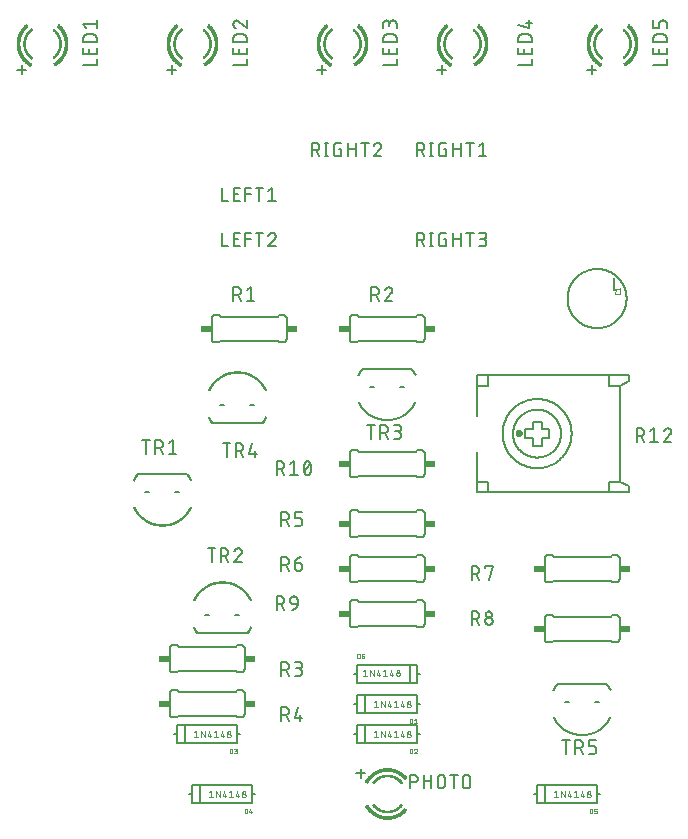
<source format=gbr>
G04 EAGLE Gerber RS-274X export*
G75*
%MOMM*%
%FSLAX34Y34*%
%LPD*%
%INSilkscreen Top*%
%IPPOS*%
%AMOC8*
5,1,8,0,0,1.08239X$1,22.5*%
G01*
%ADD10C,0.203200*%
%ADD11C,0.025400*%
%ADD12C,0.050800*%
%ADD13C,0.015238*%
%ADD14C,0.127000*%
%ADD15C,0.152400*%
%ADD16R,0.863600X0.609600*%
%ADD17C,0.012700*%
%ADD18C,0.304800*%


D10*
X534670Y502920D02*
X534670Y513080D01*
X495700Y495300D02*
X495708Y495914D01*
X495730Y496527D01*
X495768Y497139D01*
X495820Y497750D01*
X495888Y498360D01*
X495971Y498968D01*
X496068Y499574D01*
X496180Y500177D01*
X496307Y500778D01*
X496449Y501375D01*
X496606Y501968D01*
X496776Y502557D01*
X496962Y503142D01*
X497161Y503722D01*
X497375Y504297D01*
X497603Y504867D01*
X497845Y505431D01*
X498100Y505989D01*
X498369Y506540D01*
X498652Y507085D01*
X498948Y507622D01*
X499257Y508153D01*
X499579Y508675D01*
X499913Y509189D01*
X500260Y509695D01*
X500620Y510192D01*
X500991Y510681D01*
X501375Y511160D01*
X501770Y511629D01*
X502176Y512089D01*
X502594Y512539D01*
X503022Y512978D01*
X503461Y513406D01*
X503911Y513824D01*
X504371Y514230D01*
X504840Y514625D01*
X505319Y515009D01*
X505808Y515380D01*
X506305Y515740D01*
X506811Y516087D01*
X507325Y516421D01*
X507847Y516743D01*
X508378Y517052D01*
X508915Y517348D01*
X509460Y517631D01*
X510011Y517900D01*
X510569Y518155D01*
X511133Y518397D01*
X511703Y518625D01*
X512278Y518839D01*
X512858Y519038D01*
X513443Y519224D01*
X514032Y519394D01*
X514625Y519551D01*
X515222Y519693D01*
X515823Y519820D01*
X516426Y519932D01*
X517032Y520029D01*
X517640Y520112D01*
X518250Y520180D01*
X518861Y520232D01*
X519473Y520270D01*
X520086Y520292D01*
X520700Y520300D01*
X521314Y520292D01*
X521927Y520270D01*
X522539Y520232D01*
X523150Y520180D01*
X523760Y520112D01*
X524368Y520029D01*
X524974Y519932D01*
X525577Y519820D01*
X526178Y519693D01*
X526775Y519551D01*
X527368Y519394D01*
X527957Y519224D01*
X528542Y519038D01*
X529122Y518839D01*
X529697Y518625D01*
X530267Y518397D01*
X530831Y518155D01*
X531389Y517900D01*
X531940Y517631D01*
X532485Y517348D01*
X533022Y517052D01*
X533553Y516743D01*
X534075Y516421D01*
X534589Y516087D01*
X535095Y515740D01*
X535592Y515380D01*
X536081Y515009D01*
X536560Y514625D01*
X537029Y514230D01*
X537489Y513824D01*
X537939Y513406D01*
X538378Y512978D01*
X538806Y512539D01*
X539224Y512089D01*
X539630Y511629D01*
X540025Y511160D01*
X540409Y510681D01*
X540780Y510192D01*
X541140Y509695D01*
X541487Y509189D01*
X541821Y508675D01*
X542143Y508153D01*
X542452Y507622D01*
X542748Y507085D01*
X543031Y506540D01*
X543300Y505989D01*
X543555Y505431D01*
X543797Y504867D01*
X544025Y504297D01*
X544239Y503722D01*
X544438Y503142D01*
X544624Y502557D01*
X544794Y501968D01*
X544951Y501375D01*
X545093Y500778D01*
X545220Y500177D01*
X545332Y499574D01*
X545429Y498968D01*
X545512Y498360D01*
X545580Y497750D01*
X545632Y497139D01*
X545670Y496527D01*
X545692Y495914D01*
X545700Y495300D01*
X545692Y494686D01*
X545670Y494073D01*
X545632Y493461D01*
X545580Y492850D01*
X545512Y492240D01*
X545429Y491632D01*
X545332Y491026D01*
X545220Y490423D01*
X545093Y489822D01*
X544951Y489225D01*
X544794Y488632D01*
X544624Y488043D01*
X544438Y487458D01*
X544239Y486878D01*
X544025Y486303D01*
X543797Y485733D01*
X543555Y485169D01*
X543300Y484611D01*
X543031Y484060D01*
X542748Y483515D01*
X542452Y482978D01*
X542143Y482447D01*
X541821Y481925D01*
X541487Y481411D01*
X541140Y480905D01*
X540780Y480408D01*
X540409Y479919D01*
X540025Y479440D01*
X539630Y478971D01*
X539224Y478511D01*
X538806Y478061D01*
X538378Y477622D01*
X537939Y477194D01*
X537489Y476776D01*
X537029Y476370D01*
X536560Y475975D01*
X536081Y475591D01*
X535592Y475220D01*
X535095Y474860D01*
X534589Y474513D01*
X534075Y474179D01*
X533553Y473857D01*
X533022Y473548D01*
X532485Y473252D01*
X531940Y472969D01*
X531389Y472700D01*
X530831Y472445D01*
X530267Y472203D01*
X529697Y471975D01*
X529122Y471761D01*
X528542Y471562D01*
X527957Y471376D01*
X527368Y471206D01*
X526775Y471049D01*
X526178Y470907D01*
X525577Y470780D01*
X524974Y470668D01*
X524368Y470571D01*
X523760Y470488D01*
X523150Y470420D01*
X522539Y470368D01*
X521927Y470330D01*
X521314Y470308D01*
X520700Y470300D01*
X520086Y470308D01*
X519473Y470330D01*
X518861Y470368D01*
X518250Y470420D01*
X517640Y470488D01*
X517032Y470571D01*
X516426Y470668D01*
X515823Y470780D01*
X515222Y470907D01*
X514625Y471049D01*
X514032Y471206D01*
X513443Y471376D01*
X512858Y471562D01*
X512278Y471761D01*
X511703Y471975D01*
X511133Y472203D01*
X510569Y472445D01*
X510011Y472700D01*
X509460Y472969D01*
X508915Y473252D01*
X508378Y473548D01*
X507847Y473857D01*
X507325Y474179D01*
X506811Y474513D01*
X506305Y474860D01*
X505808Y475220D01*
X505319Y475591D01*
X504840Y475975D01*
X504371Y476370D01*
X503911Y476776D01*
X503461Y477194D01*
X503022Y477622D01*
X502594Y478061D01*
X502176Y478511D01*
X501770Y478971D01*
X501375Y479440D01*
X500991Y479919D01*
X500620Y480408D01*
X500260Y480905D01*
X499913Y481411D01*
X499579Y481925D01*
X499257Y482447D01*
X498948Y482978D01*
X498652Y483515D01*
X498369Y484060D01*
X498100Y484611D01*
X497845Y485169D01*
X497603Y485733D01*
X497375Y486303D01*
X497161Y486878D01*
X496962Y487458D01*
X496776Y488043D01*
X496606Y488632D01*
X496449Y489225D01*
X496307Y489822D01*
X496180Y490423D01*
X496068Y491026D01*
X495971Y491632D01*
X495888Y492240D01*
X495820Y492850D01*
X495768Y493461D01*
X495730Y494073D01*
X495708Y494686D01*
X495700Y495300D01*
D11*
X539877Y499736D02*
X539877Y500582D01*
X539877Y499736D02*
X539875Y499678D01*
X539869Y499621D01*
X539859Y499564D01*
X539846Y499507D01*
X539828Y499452D01*
X539807Y499399D01*
X539782Y499346D01*
X539754Y499296D01*
X539722Y499248D01*
X539687Y499201D01*
X539649Y499158D01*
X539608Y499117D01*
X539565Y499079D01*
X539518Y499044D01*
X539470Y499012D01*
X539420Y498984D01*
X539367Y498959D01*
X539314Y498938D01*
X539259Y498920D01*
X539202Y498907D01*
X539145Y498897D01*
X539088Y498891D01*
X539030Y498889D01*
X536914Y498889D01*
X536856Y498891D01*
X536799Y498897D01*
X536742Y498907D01*
X536685Y498920D01*
X536630Y498938D01*
X536577Y498959D01*
X536524Y498984D01*
X536474Y499012D01*
X536426Y499044D01*
X536379Y499079D01*
X536336Y499117D01*
X536295Y499158D01*
X536257Y499201D01*
X536222Y499248D01*
X536190Y499296D01*
X536162Y499346D01*
X536137Y499399D01*
X536116Y499452D01*
X536098Y499507D01*
X536085Y499564D01*
X536075Y499621D01*
X536069Y499678D01*
X536067Y499736D01*
X536067Y500582D01*
X536914Y501946D02*
X536067Y503005D01*
X539877Y503005D01*
X539877Y504063D02*
X539877Y501946D01*
D10*
X368300Y144780D02*
X317500Y144780D01*
X317500Y152400D01*
X317500Y160020D01*
X368300Y160020D01*
X368300Y152400D01*
X368300Y144780D01*
X317500Y152400D02*
X314960Y152400D01*
X368300Y152400D02*
X370840Y152400D01*
X323850Y146050D02*
X323850Y158750D01*
D11*
X362277Y139573D02*
X362277Y135763D01*
X362277Y139573D02*
X363335Y139573D01*
X363399Y139571D01*
X363463Y139565D01*
X363526Y139556D01*
X363588Y139542D01*
X363650Y139525D01*
X363710Y139504D01*
X363769Y139480D01*
X363827Y139452D01*
X363882Y139420D01*
X363936Y139386D01*
X363987Y139348D01*
X364037Y139307D01*
X364083Y139263D01*
X364127Y139217D01*
X364168Y139167D01*
X364206Y139116D01*
X364240Y139062D01*
X364272Y139007D01*
X364300Y138949D01*
X364324Y138890D01*
X364345Y138830D01*
X364362Y138768D01*
X364376Y138706D01*
X364385Y138643D01*
X364391Y138579D01*
X364393Y138515D01*
X364394Y138515D02*
X364394Y136821D01*
X364393Y136821D02*
X364391Y136757D01*
X364385Y136693D01*
X364376Y136630D01*
X364362Y136568D01*
X364345Y136506D01*
X364324Y136446D01*
X364300Y136387D01*
X364272Y136329D01*
X364240Y136274D01*
X364206Y136220D01*
X364168Y136169D01*
X364127Y136119D01*
X364083Y136073D01*
X364037Y136029D01*
X363987Y135988D01*
X363936Y135950D01*
X363882Y135916D01*
X363827Y135884D01*
X363769Y135856D01*
X363710Y135832D01*
X363650Y135811D01*
X363588Y135794D01*
X363526Y135780D01*
X363463Y135771D01*
X363399Y135765D01*
X363335Y135763D01*
X362277Y135763D01*
X366056Y138726D02*
X367115Y139573D01*
X367115Y135763D01*
X368173Y135763D02*
X366056Y135763D01*
D12*
X333616Y154686D02*
X332064Y153444D01*
X333616Y154686D02*
X333616Y149098D01*
X332064Y149098D02*
X335168Y149098D01*
X337733Y149098D02*
X337733Y154686D01*
X340838Y149098D01*
X340838Y154686D01*
X344644Y154686D02*
X343402Y150340D01*
X346507Y150340D01*
X345576Y151582D02*
X345576Y149098D01*
X348889Y153444D02*
X350441Y154686D01*
X350441Y149098D01*
X348889Y149098D02*
X351993Y149098D01*
X354375Y150340D02*
X355617Y154686D01*
X354375Y150340D02*
X357480Y150340D01*
X356548Y151582D02*
X356548Y149098D01*
X359862Y150650D02*
X359864Y150727D01*
X359870Y150805D01*
X359879Y150881D01*
X359893Y150958D01*
X359910Y151033D01*
X359931Y151107D01*
X359956Y151181D01*
X359984Y151253D01*
X360016Y151323D01*
X360051Y151392D01*
X360090Y151459D01*
X360132Y151524D01*
X360177Y151587D01*
X360225Y151648D01*
X360276Y151706D01*
X360330Y151761D01*
X360387Y151814D01*
X360446Y151863D01*
X360508Y151910D01*
X360572Y151954D01*
X360638Y151994D01*
X360706Y152031D01*
X360776Y152065D01*
X360847Y152095D01*
X360920Y152121D01*
X360994Y152144D01*
X361069Y152163D01*
X361144Y152178D01*
X361221Y152190D01*
X361298Y152198D01*
X361375Y152202D01*
X361453Y152202D01*
X361530Y152198D01*
X361607Y152190D01*
X361684Y152178D01*
X361759Y152163D01*
X361834Y152144D01*
X361908Y152121D01*
X361981Y152095D01*
X362052Y152065D01*
X362122Y152031D01*
X362190Y151994D01*
X362256Y151954D01*
X362320Y151910D01*
X362382Y151863D01*
X362441Y151814D01*
X362498Y151761D01*
X362552Y151706D01*
X362603Y151648D01*
X362651Y151587D01*
X362696Y151524D01*
X362738Y151459D01*
X362777Y151392D01*
X362812Y151323D01*
X362844Y151253D01*
X362872Y151181D01*
X362897Y151107D01*
X362918Y151033D01*
X362935Y150958D01*
X362949Y150881D01*
X362958Y150805D01*
X362964Y150727D01*
X362966Y150650D01*
X362964Y150573D01*
X362958Y150495D01*
X362949Y150419D01*
X362935Y150342D01*
X362918Y150267D01*
X362897Y150193D01*
X362872Y150119D01*
X362844Y150047D01*
X362812Y149977D01*
X362777Y149908D01*
X362738Y149841D01*
X362696Y149776D01*
X362651Y149713D01*
X362603Y149652D01*
X362552Y149594D01*
X362498Y149539D01*
X362441Y149486D01*
X362382Y149437D01*
X362320Y149390D01*
X362256Y149346D01*
X362190Y149306D01*
X362122Y149269D01*
X362052Y149235D01*
X361981Y149205D01*
X361908Y149179D01*
X361834Y149156D01*
X361759Y149137D01*
X361684Y149122D01*
X361607Y149110D01*
X361530Y149102D01*
X361453Y149098D01*
X361375Y149098D01*
X361298Y149102D01*
X361221Y149110D01*
X361144Y149122D01*
X361069Y149137D01*
X360994Y149156D01*
X360920Y149179D01*
X360847Y149205D01*
X360776Y149235D01*
X360706Y149269D01*
X360638Y149306D01*
X360572Y149346D01*
X360508Y149390D01*
X360446Y149437D01*
X360387Y149486D01*
X360330Y149539D01*
X360276Y149594D01*
X360225Y149652D01*
X360177Y149713D01*
X360132Y149776D01*
X360090Y149841D01*
X360051Y149908D01*
X360016Y149977D01*
X359984Y150047D01*
X359956Y150119D01*
X359931Y150193D01*
X359910Y150267D01*
X359893Y150342D01*
X359879Y150419D01*
X359870Y150495D01*
X359864Y150573D01*
X359862Y150650D01*
X360172Y153444D02*
X360174Y153514D01*
X360180Y153583D01*
X360190Y153652D01*
X360203Y153720D01*
X360221Y153788D01*
X360242Y153854D01*
X360267Y153919D01*
X360295Y153983D01*
X360327Y154045D01*
X360362Y154105D01*
X360401Y154163D01*
X360443Y154218D01*
X360488Y154272D01*
X360536Y154322D01*
X360586Y154370D01*
X360640Y154415D01*
X360695Y154457D01*
X360753Y154496D01*
X360813Y154531D01*
X360875Y154563D01*
X360939Y154591D01*
X361004Y154616D01*
X361070Y154637D01*
X361138Y154655D01*
X361206Y154668D01*
X361275Y154678D01*
X361344Y154684D01*
X361414Y154686D01*
X361484Y154684D01*
X361553Y154678D01*
X361622Y154668D01*
X361690Y154655D01*
X361758Y154637D01*
X361824Y154616D01*
X361889Y154591D01*
X361953Y154563D01*
X362015Y154531D01*
X362075Y154496D01*
X362133Y154457D01*
X362188Y154415D01*
X362242Y154370D01*
X362292Y154322D01*
X362340Y154272D01*
X362385Y154218D01*
X362427Y154163D01*
X362466Y154105D01*
X362501Y154045D01*
X362533Y153983D01*
X362561Y153919D01*
X362586Y153854D01*
X362607Y153788D01*
X362625Y153720D01*
X362638Y153652D01*
X362648Y153583D01*
X362654Y153514D01*
X362656Y153444D01*
X362654Y153374D01*
X362648Y153305D01*
X362638Y153236D01*
X362625Y153168D01*
X362607Y153100D01*
X362586Y153034D01*
X362561Y152969D01*
X362533Y152905D01*
X362501Y152843D01*
X362466Y152783D01*
X362427Y152725D01*
X362385Y152670D01*
X362340Y152616D01*
X362292Y152566D01*
X362242Y152518D01*
X362188Y152473D01*
X362133Y152431D01*
X362075Y152392D01*
X362015Y152357D01*
X361953Y152325D01*
X361889Y152297D01*
X361824Y152272D01*
X361758Y152251D01*
X361690Y152233D01*
X361622Y152220D01*
X361553Y152210D01*
X361484Y152204D01*
X361414Y152202D01*
X361344Y152204D01*
X361275Y152210D01*
X361206Y152220D01*
X361138Y152233D01*
X361070Y152251D01*
X361004Y152272D01*
X360939Y152297D01*
X360875Y152325D01*
X360813Y152357D01*
X360753Y152392D01*
X360695Y152431D01*
X360640Y152473D01*
X360586Y152518D01*
X360536Y152566D01*
X360488Y152616D01*
X360443Y152670D01*
X360401Y152725D01*
X360362Y152783D01*
X360327Y152843D01*
X360295Y152905D01*
X360267Y152969D01*
X360242Y153034D01*
X360221Y153100D01*
X360203Y153168D01*
X360190Y153236D01*
X360180Y153305D01*
X360174Y153374D01*
X360172Y153444D01*
D10*
X368300Y119380D02*
X317500Y119380D01*
X317500Y127000D01*
X317500Y134620D01*
X368300Y134620D01*
X368300Y127000D01*
X368300Y119380D01*
X317500Y127000D02*
X314960Y127000D01*
X368300Y127000D02*
X370840Y127000D01*
X323850Y120650D02*
X323850Y133350D01*
D11*
X362277Y114173D02*
X362277Y110363D01*
X362277Y114173D02*
X363335Y114173D01*
X363399Y114171D01*
X363463Y114165D01*
X363526Y114156D01*
X363588Y114142D01*
X363650Y114125D01*
X363710Y114104D01*
X363769Y114080D01*
X363827Y114052D01*
X363882Y114020D01*
X363936Y113986D01*
X363987Y113948D01*
X364037Y113907D01*
X364083Y113863D01*
X364127Y113817D01*
X364168Y113767D01*
X364206Y113716D01*
X364240Y113662D01*
X364272Y113607D01*
X364300Y113549D01*
X364324Y113490D01*
X364345Y113430D01*
X364362Y113368D01*
X364376Y113306D01*
X364385Y113243D01*
X364391Y113179D01*
X364393Y113115D01*
X364394Y113115D02*
X364394Y111421D01*
X364393Y111421D02*
X364391Y111357D01*
X364385Y111293D01*
X364376Y111230D01*
X364362Y111168D01*
X364345Y111106D01*
X364324Y111046D01*
X364300Y110987D01*
X364272Y110929D01*
X364240Y110874D01*
X364206Y110820D01*
X364168Y110769D01*
X364127Y110719D01*
X364083Y110673D01*
X364037Y110629D01*
X363987Y110588D01*
X363936Y110550D01*
X363882Y110516D01*
X363827Y110484D01*
X363769Y110456D01*
X363710Y110432D01*
X363650Y110411D01*
X363588Y110394D01*
X363526Y110380D01*
X363463Y110371D01*
X363399Y110365D01*
X363335Y110363D01*
X362277Y110363D01*
X367221Y114174D02*
X367281Y114172D01*
X367340Y114166D01*
X367400Y114157D01*
X367458Y114144D01*
X367515Y114127D01*
X367572Y114107D01*
X367627Y114083D01*
X367680Y114056D01*
X367732Y114026D01*
X367781Y113992D01*
X367828Y113955D01*
X367873Y113916D01*
X367916Y113873D01*
X367955Y113828D01*
X367992Y113781D01*
X368026Y113732D01*
X368056Y113680D01*
X368083Y113627D01*
X368107Y113572D01*
X368127Y113515D01*
X368144Y113458D01*
X368157Y113400D01*
X368166Y113340D01*
X368172Y113281D01*
X368174Y113221D01*
X367221Y114173D02*
X367154Y114171D01*
X367087Y114166D01*
X367021Y114157D01*
X366955Y114144D01*
X366891Y114128D01*
X366827Y114108D01*
X366764Y114084D01*
X366702Y114058D01*
X366643Y114028D01*
X366585Y113995D01*
X366528Y113958D01*
X366474Y113919D01*
X366422Y113877D01*
X366373Y113832D01*
X366326Y113784D01*
X366282Y113734D01*
X366240Y113681D01*
X366202Y113626D01*
X366166Y113570D01*
X366134Y113511D01*
X366105Y113451D01*
X366079Y113389D01*
X366057Y113326D01*
X367856Y112480D02*
X367897Y112522D01*
X367936Y112567D01*
X367973Y112613D01*
X368007Y112662D01*
X368038Y112712D01*
X368065Y112764D01*
X368090Y112818D01*
X368112Y112873D01*
X368131Y112929D01*
X368146Y112986D01*
X368158Y113044D01*
X368166Y113103D01*
X368171Y113162D01*
X368173Y113221D01*
X367856Y112480D02*
X366056Y110363D01*
X368173Y110363D01*
D12*
X333616Y129286D02*
X332064Y128044D01*
X333616Y129286D02*
X333616Y123698D01*
X332064Y123698D02*
X335168Y123698D01*
X337733Y123698D02*
X337733Y129286D01*
X340838Y123698D01*
X340838Y129286D01*
X344644Y129286D02*
X343402Y124940D01*
X346507Y124940D01*
X345576Y126182D02*
X345576Y123698D01*
X348889Y128044D02*
X350441Y129286D01*
X350441Y123698D01*
X348889Y123698D02*
X351993Y123698D01*
X354375Y124940D02*
X355617Y129286D01*
X354375Y124940D02*
X357480Y124940D01*
X356548Y126182D02*
X356548Y123698D01*
X359862Y125250D02*
X359864Y125327D01*
X359870Y125405D01*
X359879Y125481D01*
X359893Y125558D01*
X359910Y125633D01*
X359931Y125707D01*
X359956Y125781D01*
X359984Y125853D01*
X360016Y125923D01*
X360051Y125992D01*
X360090Y126059D01*
X360132Y126124D01*
X360177Y126187D01*
X360225Y126248D01*
X360276Y126306D01*
X360330Y126361D01*
X360387Y126414D01*
X360446Y126463D01*
X360508Y126510D01*
X360572Y126554D01*
X360638Y126594D01*
X360706Y126631D01*
X360776Y126665D01*
X360847Y126695D01*
X360920Y126721D01*
X360994Y126744D01*
X361069Y126763D01*
X361144Y126778D01*
X361221Y126790D01*
X361298Y126798D01*
X361375Y126802D01*
X361453Y126802D01*
X361530Y126798D01*
X361607Y126790D01*
X361684Y126778D01*
X361759Y126763D01*
X361834Y126744D01*
X361908Y126721D01*
X361981Y126695D01*
X362052Y126665D01*
X362122Y126631D01*
X362190Y126594D01*
X362256Y126554D01*
X362320Y126510D01*
X362382Y126463D01*
X362441Y126414D01*
X362498Y126361D01*
X362552Y126306D01*
X362603Y126248D01*
X362651Y126187D01*
X362696Y126124D01*
X362738Y126059D01*
X362777Y125992D01*
X362812Y125923D01*
X362844Y125853D01*
X362872Y125781D01*
X362897Y125707D01*
X362918Y125633D01*
X362935Y125558D01*
X362949Y125481D01*
X362958Y125405D01*
X362964Y125327D01*
X362966Y125250D01*
X362964Y125173D01*
X362958Y125095D01*
X362949Y125019D01*
X362935Y124942D01*
X362918Y124867D01*
X362897Y124793D01*
X362872Y124719D01*
X362844Y124647D01*
X362812Y124577D01*
X362777Y124508D01*
X362738Y124441D01*
X362696Y124376D01*
X362651Y124313D01*
X362603Y124252D01*
X362552Y124194D01*
X362498Y124139D01*
X362441Y124086D01*
X362382Y124037D01*
X362320Y123990D01*
X362256Y123946D01*
X362190Y123906D01*
X362122Y123869D01*
X362052Y123835D01*
X361981Y123805D01*
X361908Y123779D01*
X361834Y123756D01*
X361759Y123737D01*
X361684Y123722D01*
X361607Y123710D01*
X361530Y123702D01*
X361453Y123698D01*
X361375Y123698D01*
X361298Y123702D01*
X361221Y123710D01*
X361144Y123722D01*
X361069Y123737D01*
X360994Y123756D01*
X360920Y123779D01*
X360847Y123805D01*
X360776Y123835D01*
X360706Y123869D01*
X360638Y123906D01*
X360572Y123946D01*
X360508Y123990D01*
X360446Y124037D01*
X360387Y124086D01*
X360330Y124139D01*
X360276Y124194D01*
X360225Y124252D01*
X360177Y124313D01*
X360132Y124376D01*
X360090Y124441D01*
X360051Y124508D01*
X360016Y124577D01*
X359984Y124647D01*
X359956Y124719D01*
X359931Y124793D01*
X359910Y124867D01*
X359893Y124942D01*
X359879Y125019D01*
X359870Y125095D01*
X359864Y125173D01*
X359862Y125250D01*
X360172Y128044D02*
X360174Y128114D01*
X360180Y128183D01*
X360190Y128252D01*
X360203Y128320D01*
X360221Y128388D01*
X360242Y128454D01*
X360267Y128519D01*
X360295Y128583D01*
X360327Y128645D01*
X360362Y128705D01*
X360401Y128763D01*
X360443Y128818D01*
X360488Y128872D01*
X360536Y128922D01*
X360586Y128970D01*
X360640Y129015D01*
X360695Y129057D01*
X360753Y129096D01*
X360813Y129131D01*
X360875Y129163D01*
X360939Y129191D01*
X361004Y129216D01*
X361070Y129237D01*
X361138Y129255D01*
X361206Y129268D01*
X361275Y129278D01*
X361344Y129284D01*
X361414Y129286D01*
X361484Y129284D01*
X361553Y129278D01*
X361622Y129268D01*
X361690Y129255D01*
X361758Y129237D01*
X361824Y129216D01*
X361889Y129191D01*
X361953Y129163D01*
X362015Y129131D01*
X362075Y129096D01*
X362133Y129057D01*
X362188Y129015D01*
X362242Y128970D01*
X362292Y128922D01*
X362340Y128872D01*
X362385Y128818D01*
X362427Y128763D01*
X362466Y128705D01*
X362501Y128645D01*
X362533Y128583D01*
X362561Y128519D01*
X362586Y128454D01*
X362607Y128388D01*
X362625Y128320D01*
X362638Y128252D01*
X362648Y128183D01*
X362654Y128114D01*
X362656Y128044D01*
X362654Y127974D01*
X362648Y127905D01*
X362638Y127836D01*
X362625Y127768D01*
X362607Y127700D01*
X362586Y127634D01*
X362561Y127569D01*
X362533Y127505D01*
X362501Y127443D01*
X362466Y127383D01*
X362427Y127325D01*
X362385Y127270D01*
X362340Y127216D01*
X362292Y127166D01*
X362242Y127118D01*
X362188Y127073D01*
X362133Y127031D01*
X362075Y126992D01*
X362015Y126957D01*
X361953Y126925D01*
X361889Y126897D01*
X361824Y126872D01*
X361758Y126851D01*
X361690Y126833D01*
X361622Y126820D01*
X361553Y126810D01*
X361484Y126804D01*
X361414Y126802D01*
X361344Y126804D01*
X361275Y126810D01*
X361206Y126820D01*
X361138Y126833D01*
X361070Y126851D01*
X361004Y126872D01*
X360939Y126897D01*
X360875Y126925D01*
X360813Y126957D01*
X360753Y126992D01*
X360695Y127031D01*
X360640Y127073D01*
X360586Y127118D01*
X360536Y127166D01*
X360488Y127216D01*
X360443Y127270D01*
X360401Y127325D01*
X360362Y127383D01*
X360327Y127443D01*
X360295Y127505D01*
X360267Y127569D01*
X360242Y127634D01*
X360221Y127700D01*
X360203Y127768D01*
X360190Y127836D01*
X360180Y127905D01*
X360174Y127974D01*
X360172Y128044D01*
D10*
X215900Y119380D02*
X165100Y119380D01*
X165100Y127000D01*
X165100Y134620D01*
X215900Y134620D01*
X215900Y127000D01*
X215900Y119380D01*
X165100Y127000D02*
X162560Y127000D01*
X215900Y127000D02*
X218440Y127000D01*
X171450Y120650D02*
X171450Y133350D01*
D11*
X209877Y114173D02*
X209877Y110363D01*
X209877Y114173D02*
X210935Y114173D01*
X210999Y114171D01*
X211063Y114165D01*
X211126Y114156D01*
X211188Y114142D01*
X211250Y114125D01*
X211310Y114104D01*
X211369Y114080D01*
X211427Y114052D01*
X211482Y114020D01*
X211536Y113986D01*
X211587Y113948D01*
X211637Y113907D01*
X211683Y113863D01*
X211727Y113817D01*
X211768Y113767D01*
X211806Y113716D01*
X211840Y113662D01*
X211872Y113607D01*
X211900Y113549D01*
X211924Y113490D01*
X211945Y113430D01*
X211962Y113368D01*
X211976Y113306D01*
X211985Y113243D01*
X211991Y113179D01*
X211993Y113115D01*
X211994Y113115D02*
X211994Y111421D01*
X211993Y111421D02*
X211991Y111357D01*
X211985Y111293D01*
X211976Y111230D01*
X211962Y111168D01*
X211945Y111106D01*
X211924Y111046D01*
X211900Y110987D01*
X211872Y110929D01*
X211840Y110874D01*
X211806Y110820D01*
X211768Y110769D01*
X211727Y110719D01*
X211683Y110673D01*
X211637Y110629D01*
X211587Y110588D01*
X211536Y110550D01*
X211482Y110516D01*
X211427Y110484D01*
X211369Y110456D01*
X211310Y110432D01*
X211250Y110411D01*
X211188Y110394D01*
X211126Y110380D01*
X211063Y110371D01*
X210999Y110365D01*
X210935Y110363D01*
X209877Y110363D01*
X213656Y110363D02*
X214715Y110363D01*
X214779Y110365D01*
X214843Y110371D01*
X214906Y110380D01*
X214968Y110394D01*
X215030Y110411D01*
X215090Y110432D01*
X215149Y110456D01*
X215207Y110484D01*
X215262Y110516D01*
X215316Y110550D01*
X215367Y110588D01*
X215417Y110629D01*
X215463Y110673D01*
X215507Y110719D01*
X215548Y110769D01*
X215586Y110820D01*
X215620Y110874D01*
X215652Y110929D01*
X215680Y110987D01*
X215704Y111046D01*
X215725Y111106D01*
X215742Y111168D01*
X215756Y111230D01*
X215765Y111293D01*
X215771Y111357D01*
X215773Y111421D01*
X215771Y111485D01*
X215765Y111549D01*
X215756Y111612D01*
X215742Y111674D01*
X215725Y111736D01*
X215704Y111796D01*
X215680Y111855D01*
X215652Y111913D01*
X215620Y111968D01*
X215586Y112022D01*
X215548Y112073D01*
X215507Y112123D01*
X215463Y112169D01*
X215417Y112213D01*
X215367Y112254D01*
X215316Y112292D01*
X215262Y112326D01*
X215207Y112358D01*
X215149Y112386D01*
X215090Y112410D01*
X215030Y112431D01*
X214968Y112448D01*
X214906Y112462D01*
X214843Y112471D01*
X214779Y112477D01*
X214715Y112479D01*
X214926Y114173D02*
X213656Y114173D01*
X214926Y114173D02*
X214983Y114171D01*
X215039Y114165D01*
X215095Y114156D01*
X215150Y114143D01*
X215204Y114126D01*
X215257Y114106D01*
X215308Y114082D01*
X215358Y114055D01*
X215405Y114024D01*
X215451Y113991D01*
X215494Y113954D01*
X215535Y113915D01*
X215573Y113873D01*
X215608Y113828D01*
X215640Y113782D01*
X215669Y113733D01*
X215694Y113683D01*
X215716Y113630D01*
X215735Y113577D01*
X215750Y113522D01*
X215761Y113467D01*
X215769Y113411D01*
X215773Y113354D01*
X215773Y113298D01*
X215769Y113241D01*
X215761Y113185D01*
X215750Y113130D01*
X215735Y113075D01*
X215716Y113022D01*
X215694Y112969D01*
X215669Y112919D01*
X215640Y112870D01*
X215608Y112824D01*
X215573Y112779D01*
X215535Y112737D01*
X215494Y112698D01*
X215451Y112661D01*
X215405Y112628D01*
X215358Y112597D01*
X215308Y112570D01*
X215257Y112546D01*
X215204Y112526D01*
X215150Y112509D01*
X215095Y112496D01*
X215039Y112487D01*
X214983Y112481D01*
X214926Y112479D01*
X214926Y112480D02*
X214080Y112480D01*
D12*
X181216Y129286D02*
X179664Y128044D01*
X181216Y129286D02*
X181216Y123698D01*
X179664Y123698D02*
X182768Y123698D01*
X185333Y123698D02*
X185333Y129286D01*
X188438Y123698D01*
X188438Y129286D01*
X192244Y129286D02*
X191002Y124940D01*
X194107Y124940D01*
X193176Y126182D02*
X193176Y123698D01*
X196489Y128044D02*
X198041Y129286D01*
X198041Y123698D01*
X196489Y123698D02*
X199593Y123698D01*
X201975Y124940D02*
X203217Y129286D01*
X201975Y124940D02*
X205080Y124940D01*
X204148Y126182D02*
X204148Y123698D01*
X207462Y125250D02*
X207464Y125327D01*
X207470Y125405D01*
X207479Y125481D01*
X207493Y125558D01*
X207510Y125633D01*
X207531Y125707D01*
X207556Y125781D01*
X207584Y125853D01*
X207616Y125923D01*
X207651Y125992D01*
X207690Y126059D01*
X207732Y126124D01*
X207777Y126187D01*
X207825Y126248D01*
X207876Y126306D01*
X207930Y126361D01*
X207987Y126414D01*
X208046Y126463D01*
X208108Y126510D01*
X208172Y126554D01*
X208238Y126594D01*
X208306Y126631D01*
X208376Y126665D01*
X208447Y126695D01*
X208520Y126721D01*
X208594Y126744D01*
X208669Y126763D01*
X208744Y126778D01*
X208821Y126790D01*
X208898Y126798D01*
X208975Y126802D01*
X209053Y126802D01*
X209130Y126798D01*
X209207Y126790D01*
X209284Y126778D01*
X209359Y126763D01*
X209434Y126744D01*
X209508Y126721D01*
X209581Y126695D01*
X209652Y126665D01*
X209722Y126631D01*
X209790Y126594D01*
X209856Y126554D01*
X209920Y126510D01*
X209982Y126463D01*
X210041Y126414D01*
X210098Y126361D01*
X210152Y126306D01*
X210203Y126248D01*
X210251Y126187D01*
X210296Y126124D01*
X210338Y126059D01*
X210377Y125992D01*
X210412Y125923D01*
X210444Y125853D01*
X210472Y125781D01*
X210497Y125707D01*
X210518Y125633D01*
X210535Y125558D01*
X210549Y125481D01*
X210558Y125405D01*
X210564Y125327D01*
X210566Y125250D01*
X210564Y125173D01*
X210558Y125095D01*
X210549Y125019D01*
X210535Y124942D01*
X210518Y124867D01*
X210497Y124793D01*
X210472Y124719D01*
X210444Y124647D01*
X210412Y124577D01*
X210377Y124508D01*
X210338Y124441D01*
X210296Y124376D01*
X210251Y124313D01*
X210203Y124252D01*
X210152Y124194D01*
X210098Y124139D01*
X210041Y124086D01*
X209982Y124037D01*
X209920Y123990D01*
X209856Y123946D01*
X209790Y123906D01*
X209722Y123869D01*
X209652Y123835D01*
X209581Y123805D01*
X209508Y123779D01*
X209434Y123756D01*
X209359Y123737D01*
X209284Y123722D01*
X209207Y123710D01*
X209130Y123702D01*
X209053Y123698D01*
X208975Y123698D01*
X208898Y123702D01*
X208821Y123710D01*
X208744Y123722D01*
X208669Y123737D01*
X208594Y123756D01*
X208520Y123779D01*
X208447Y123805D01*
X208376Y123835D01*
X208306Y123869D01*
X208238Y123906D01*
X208172Y123946D01*
X208108Y123990D01*
X208046Y124037D01*
X207987Y124086D01*
X207930Y124139D01*
X207876Y124194D01*
X207825Y124252D01*
X207777Y124313D01*
X207732Y124376D01*
X207690Y124441D01*
X207651Y124508D01*
X207616Y124577D01*
X207584Y124647D01*
X207556Y124719D01*
X207531Y124793D01*
X207510Y124867D01*
X207493Y124942D01*
X207479Y125019D01*
X207470Y125095D01*
X207464Y125173D01*
X207462Y125250D01*
X207772Y128044D02*
X207774Y128114D01*
X207780Y128183D01*
X207790Y128252D01*
X207803Y128320D01*
X207821Y128388D01*
X207842Y128454D01*
X207867Y128519D01*
X207895Y128583D01*
X207927Y128645D01*
X207962Y128705D01*
X208001Y128763D01*
X208043Y128818D01*
X208088Y128872D01*
X208136Y128922D01*
X208186Y128970D01*
X208240Y129015D01*
X208295Y129057D01*
X208353Y129096D01*
X208413Y129131D01*
X208475Y129163D01*
X208539Y129191D01*
X208604Y129216D01*
X208670Y129237D01*
X208738Y129255D01*
X208806Y129268D01*
X208875Y129278D01*
X208944Y129284D01*
X209014Y129286D01*
X209084Y129284D01*
X209153Y129278D01*
X209222Y129268D01*
X209290Y129255D01*
X209358Y129237D01*
X209424Y129216D01*
X209489Y129191D01*
X209553Y129163D01*
X209615Y129131D01*
X209675Y129096D01*
X209733Y129057D01*
X209788Y129015D01*
X209842Y128970D01*
X209892Y128922D01*
X209940Y128872D01*
X209985Y128818D01*
X210027Y128763D01*
X210066Y128705D01*
X210101Y128645D01*
X210133Y128583D01*
X210161Y128519D01*
X210186Y128454D01*
X210207Y128388D01*
X210225Y128320D01*
X210238Y128252D01*
X210248Y128183D01*
X210254Y128114D01*
X210256Y128044D01*
X210254Y127974D01*
X210248Y127905D01*
X210238Y127836D01*
X210225Y127768D01*
X210207Y127700D01*
X210186Y127634D01*
X210161Y127569D01*
X210133Y127505D01*
X210101Y127443D01*
X210066Y127383D01*
X210027Y127325D01*
X209985Y127270D01*
X209940Y127216D01*
X209892Y127166D01*
X209842Y127118D01*
X209788Y127073D01*
X209733Y127031D01*
X209675Y126992D01*
X209615Y126957D01*
X209553Y126925D01*
X209489Y126897D01*
X209424Y126872D01*
X209358Y126851D01*
X209290Y126833D01*
X209222Y126820D01*
X209153Y126810D01*
X209084Y126804D01*
X209014Y126802D01*
X208944Y126804D01*
X208875Y126810D01*
X208806Y126820D01*
X208738Y126833D01*
X208670Y126851D01*
X208604Y126872D01*
X208539Y126897D01*
X208475Y126925D01*
X208413Y126957D01*
X208353Y126992D01*
X208295Y127031D01*
X208240Y127073D01*
X208186Y127118D01*
X208136Y127166D01*
X208088Y127216D01*
X208043Y127270D01*
X208001Y127325D01*
X207962Y127383D01*
X207927Y127443D01*
X207895Y127505D01*
X207867Y127569D01*
X207842Y127634D01*
X207821Y127700D01*
X207803Y127768D01*
X207790Y127836D01*
X207780Y127905D01*
X207774Y127974D01*
X207772Y128044D01*
D10*
X228600Y68580D02*
X177800Y68580D01*
X177800Y76200D01*
X177800Y83820D01*
X228600Y83820D01*
X228600Y76200D01*
X228600Y68580D01*
X177800Y76200D02*
X175260Y76200D01*
X228600Y76200D02*
X231140Y76200D01*
X184150Y69850D02*
X184150Y82550D01*
D11*
X222577Y63373D02*
X222577Y59563D01*
X222577Y63373D02*
X223635Y63373D01*
X223699Y63371D01*
X223763Y63365D01*
X223826Y63356D01*
X223888Y63342D01*
X223950Y63325D01*
X224010Y63304D01*
X224069Y63280D01*
X224127Y63252D01*
X224182Y63220D01*
X224236Y63186D01*
X224287Y63148D01*
X224337Y63107D01*
X224383Y63063D01*
X224427Y63017D01*
X224468Y62967D01*
X224506Y62916D01*
X224540Y62862D01*
X224572Y62807D01*
X224600Y62749D01*
X224624Y62690D01*
X224645Y62630D01*
X224662Y62568D01*
X224676Y62506D01*
X224685Y62443D01*
X224691Y62379D01*
X224693Y62315D01*
X224694Y62315D02*
X224694Y60621D01*
X224693Y60621D02*
X224691Y60557D01*
X224685Y60493D01*
X224676Y60430D01*
X224662Y60368D01*
X224645Y60306D01*
X224624Y60246D01*
X224600Y60187D01*
X224572Y60129D01*
X224540Y60074D01*
X224506Y60020D01*
X224468Y59969D01*
X224427Y59919D01*
X224383Y59873D01*
X224337Y59829D01*
X224287Y59788D01*
X224236Y59750D01*
X224182Y59716D01*
X224127Y59684D01*
X224069Y59656D01*
X224010Y59632D01*
X223950Y59611D01*
X223888Y59594D01*
X223826Y59580D01*
X223763Y59571D01*
X223699Y59565D01*
X223635Y59563D01*
X222577Y59563D01*
X226356Y60410D02*
X227203Y63373D01*
X226356Y60410D02*
X228473Y60410D01*
X227838Y61256D02*
X227838Y59563D01*
D12*
X193916Y78486D02*
X192364Y77244D01*
X193916Y78486D02*
X193916Y72898D01*
X192364Y72898D02*
X195468Y72898D01*
X198033Y72898D02*
X198033Y78486D01*
X201138Y72898D01*
X201138Y78486D01*
X204944Y78486D02*
X203702Y74140D01*
X206807Y74140D01*
X205876Y75382D02*
X205876Y72898D01*
X209189Y77244D02*
X210741Y78486D01*
X210741Y72898D01*
X209189Y72898D02*
X212293Y72898D01*
X214675Y74140D02*
X215917Y78486D01*
X214675Y74140D02*
X217780Y74140D01*
X216848Y75382D02*
X216848Y72898D01*
X220162Y74450D02*
X220164Y74527D01*
X220170Y74605D01*
X220179Y74681D01*
X220193Y74758D01*
X220210Y74833D01*
X220231Y74907D01*
X220256Y74981D01*
X220284Y75053D01*
X220316Y75123D01*
X220351Y75192D01*
X220390Y75259D01*
X220432Y75324D01*
X220477Y75387D01*
X220525Y75448D01*
X220576Y75506D01*
X220630Y75561D01*
X220687Y75614D01*
X220746Y75663D01*
X220808Y75710D01*
X220872Y75754D01*
X220938Y75794D01*
X221006Y75831D01*
X221076Y75865D01*
X221147Y75895D01*
X221220Y75921D01*
X221294Y75944D01*
X221369Y75963D01*
X221444Y75978D01*
X221521Y75990D01*
X221598Y75998D01*
X221675Y76002D01*
X221753Y76002D01*
X221830Y75998D01*
X221907Y75990D01*
X221984Y75978D01*
X222059Y75963D01*
X222134Y75944D01*
X222208Y75921D01*
X222281Y75895D01*
X222352Y75865D01*
X222422Y75831D01*
X222490Y75794D01*
X222556Y75754D01*
X222620Y75710D01*
X222682Y75663D01*
X222741Y75614D01*
X222798Y75561D01*
X222852Y75506D01*
X222903Y75448D01*
X222951Y75387D01*
X222996Y75324D01*
X223038Y75259D01*
X223077Y75192D01*
X223112Y75123D01*
X223144Y75053D01*
X223172Y74981D01*
X223197Y74907D01*
X223218Y74833D01*
X223235Y74758D01*
X223249Y74681D01*
X223258Y74605D01*
X223264Y74527D01*
X223266Y74450D01*
X223264Y74373D01*
X223258Y74295D01*
X223249Y74219D01*
X223235Y74142D01*
X223218Y74067D01*
X223197Y73993D01*
X223172Y73919D01*
X223144Y73847D01*
X223112Y73777D01*
X223077Y73708D01*
X223038Y73641D01*
X222996Y73576D01*
X222951Y73513D01*
X222903Y73452D01*
X222852Y73394D01*
X222798Y73339D01*
X222741Y73286D01*
X222682Y73237D01*
X222620Y73190D01*
X222556Y73146D01*
X222490Y73106D01*
X222422Y73069D01*
X222352Y73035D01*
X222281Y73005D01*
X222208Y72979D01*
X222134Y72956D01*
X222059Y72937D01*
X221984Y72922D01*
X221907Y72910D01*
X221830Y72902D01*
X221753Y72898D01*
X221675Y72898D01*
X221598Y72902D01*
X221521Y72910D01*
X221444Y72922D01*
X221369Y72937D01*
X221294Y72956D01*
X221220Y72979D01*
X221147Y73005D01*
X221076Y73035D01*
X221006Y73069D01*
X220938Y73106D01*
X220872Y73146D01*
X220808Y73190D01*
X220746Y73237D01*
X220687Y73286D01*
X220630Y73339D01*
X220576Y73394D01*
X220525Y73452D01*
X220477Y73513D01*
X220432Y73576D01*
X220390Y73641D01*
X220351Y73708D01*
X220316Y73777D01*
X220284Y73847D01*
X220256Y73919D01*
X220231Y73993D01*
X220210Y74067D01*
X220193Y74142D01*
X220179Y74219D01*
X220170Y74295D01*
X220164Y74373D01*
X220162Y74450D01*
X220472Y77244D02*
X220474Y77314D01*
X220480Y77383D01*
X220490Y77452D01*
X220503Y77520D01*
X220521Y77588D01*
X220542Y77654D01*
X220567Y77719D01*
X220595Y77783D01*
X220627Y77845D01*
X220662Y77905D01*
X220701Y77963D01*
X220743Y78018D01*
X220788Y78072D01*
X220836Y78122D01*
X220886Y78170D01*
X220940Y78215D01*
X220995Y78257D01*
X221053Y78296D01*
X221113Y78331D01*
X221175Y78363D01*
X221239Y78391D01*
X221304Y78416D01*
X221370Y78437D01*
X221438Y78455D01*
X221506Y78468D01*
X221575Y78478D01*
X221644Y78484D01*
X221714Y78486D01*
X221784Y78484D01*
X221853Y78478D01*
X221922Y78468D01*
X221990Y78455D01*
X222058Y78437D01*
X222124Y78416D01*
X222189Y78391D01*
X222253Y78363D01*
X222315Y78331D01*
X222375Y78296D01*
X222433Y78257D01*
X222488Y78215D01*
X222542Y78170D01*
X222592Y78122D01*
X222640Y78072D01*
X222685Y78018D01*
X222727Y77963D01*
X222766Y77905D01*
X222801Y77845D01*
X222833Y77783D01*
X222861Y77719D01*
X222886Y77654D01*
X222907Y77588D01*
X222925Y77520D01*
X222938Y77452D01*
X222948Y77383D01*
X222954Y77314D01*
X222956Y77244D01*
X222954Y77174D01*
X222948Y77105D01*
X222938Y77036D01*
X222925Y76968D01*
X222907Y76900D01*
X222886Y76834D01*
X222861Y76769D01*
X222833Y76705D01*
X222801Y76643D01*
X222766Y76583D01*
X222727Y76525D01*
X222685Y76470D01*
X222640Y76416D01*
X222592Y76366D01*
X222542Y76318D01*
X222488Y76273D01*
X222433Y76231D01*
X222375Y76192D01*
X222315Y76157D01*
X222253Y76125D01*
X222189Y76097D01*
X222124Y76072D01*
X222058Y76051D01*
X221990Y76033D01*
X221922Y76020D01*
X221853Y76010D01*
X221784Y76004D01*
X221714Y76002D01*
X221644Y76004D01*
X221575Y76010D01*
X221506Y76020D01*
X221438Y76033D01*
X221370Y76051D01*
X221304Y76072D01*
X221239Y76097D01*
X221175Y76125D01*
X221113Y76157D01*
X221053Y76192D01*
X220995Y76231D01*
X220940Y76273D01*
X220886Y76318D01*
X220836Y76366D01*
X220788Y76416D01*
X220743Y76470D01*
X220701Y76525D01*
X220662Y76583D01*
X220627Y76643D01*
X220595Y76705D01*
X220567Y76769D01*
X220542Y76834D01*
X220521Y76900D01*
X220503Y76968D01*
X220490Y77036D01*
X220480Y77105D01*
X220474Y77174D01*
X220472Y77244D01*
D10*
X469900Y68580D02*
X520700Y68580D01*
X469900Y68580D02*
X469900Y76200D01*
X469900Y83820D01*
X520700Y83820D01*
X520700Y76200D01*
X520700Y68580D01*
X469900Y76200D02*
X467360Y76200D01*
X520700Y76200D02*
X523240Y76200D01*
X476250Y69850D02*
X476250Y82550D01*
D11*
X514677Y63373D02*
X514677Y59563D01*
X514677Y63373D02*
X515735Y63373D01*
X515799Y63371D01*
X515863Y63365D01*
X515926Y63356D01*
X515988Y63342D01*
X516050Y63325D01*
X516110Y63304D01*
X516169Y63280D01*
X516227Y63252D01*
X516282Y63220D01*
X516336Y63186D01*
X516387Y63148D01*
X516437Y63107D01*
X516483Y63063D01*
X516527Y63017D01*
X516568Y62967D01*
X516606Y62916D01*
X516640Y62862D01*
X516672Y62807D01*
X516700Y62749D01*
X516724Y62690D01*
X516745Y62630D01*
X516762Y62568D01*
X516776Y62506D01*
X516785Y62443D01*
X516791Y62379D01*
X516793Y62315D01*
X516794Y62315D02*
X516794Y60621D01*
X516793Y60621D02*
X516791Y60557D01*
X516785Y60493D01*
X516776Y60430D01*
X516762Y60368D01*
X516745Y60306D01*
X516724Y60246D01*
X516700Y60187D01*
X516672Y60129D01*
X516640Y60074D01*
X516606Y60020D01*
X516568Y59969D01*
X516527Y59919D01*
X516483Y59873D01*
X516437Y59829D01*
X516387Y59788D01*
X516336Y59750D01*
X516282Y59716D01*
X516227Y59684D01*
X516169Y59656D01*
X516110Y59632D01*
X516050Y59611D01*
X515988Y59594D01*
X515926Y59580D01*
X515863Y59571D01*
X515799Y59565D01*
X515735Y59563D01*
X514677Y59563D01*
X518456Y59563D02*
X519726Y59563D01*
X519781Y59565D01*
X519837Y59570D01*
X519891Y59579D01*
X519945Y59592D01*
X519998Y59608D01*
X520050Y59627D01*
X520101Y59650D01*
X520150Y59676D01*
X520197Y59706D01*
X520242Y59738D01*
X520284Y59773D01*
X520325Y59811D01*
X520363Y59852D01*
X520398Y59894D01*
X520430Y59939D01*
X520460Y59987D01*
X520486Y60035D01*
X520509Y60086D01*
X520528Y60138D01*
X520544Y60191D01*
X520557Y60245D01*
X520566Y60299D01*
X520571Y60355D01*
X520573Y60410D01*
X520573Y60833D01*
X520571Y60888D01*
X520566Y60944D01*
X520557Y60998D01*
X520544Y61052D01*
X520528Y61105D01*
X520509Y61157D01*
X520486Y61208D01*
X520460Y61257D01*
X520430Y61304D01*
X520398Y61349D01*
X520363Y61391D01*
X520325Y61432D01*
X520284Y61470D01*
X520242Y61505D01*
X520197Y61537D01*
X520150Y61567D01*
X520101Y61593D01*
X520050Y61616D01*
X519998Y61635D01*
X519945Y61651D01*
X519891Y61664D01*
X519837Y61673D01*
X519781Y61678D01*
X519726Y61680D01*
X518456Y61680D01*
X518456Y63373D01*
X520573Y63373D01*
D12*
X486016Y78486D02*
X484464Y77244D01*
X486016Y78486D02*
X486016Y72898D01*
X484464Y72898D02*
X487568Y72898D01*
X490133Y72898D02*
X490133Y78486D01*
X493238Y72898D01*
X493238Y78486D01*
X497044Y78486D02*
X495802Y74140D01*
X498907Y74140D01*
X497976Y75382D02*
X497976Y72898D01*
X501289Y77244D02*
X502841Y78486D01*
X502841Y72898D01*
X501289Y72898D02*
X504393Y72898D01*
X506775Y74140D02*
X508017Y78486D01*
X506775Y74140D02*
X509880Y74140D01*
X508948Y75382D02*
X508948Y72898D01*
X512262Y74450D02*
X512264Y74527D01*
X512270Y74605D01*
X512279Y74681D01*
X512293Y74758D01*
X512310Y74833D01*
X512331Y74907D01*
X512356Y74981D01*
X512384Y75053D01*
X512416Y75123D01*
X512451Y75192D01*
X512490Y75259D01*
X512532Y75324D01*
X512577Y75387D01*
X512625Y75448D01*
X512676Y75506D01*
X512730Y75561D01*
X512787Y75614D01*
X512846Y75663D01*
X512908Y75710D01*
X512972Y75754D01*
X513038Y75794D01*
X513106Y75831D01*
X513176Y75865D01*
X513247Y75895D01*
X513320Y75921D01*
X513394Y75944D01*
X513469Y75963D01*
X513544Y75978D01*
X513621Y75990D01*
X513698Y75998D01*
X513775Y76002D01*
X513853Y76002D01*
X513930Y75998D01*
X514007Y75990D01*
X514084Y75978D01*
X514159Y75963D01*
X514234Y75944D01*
X514308Y75921D01*
X514381Y75895D01*
X514452Y75865D01*
X514522Y75831D01*
X514590Y75794D01*
X514656Y75754D01*
X514720Y75710D01*
X514782Y75663D01*
X514841Y75614D01*
X514898Y75561D01*
X514952Y75506D01*
X515003Y75448D01*
X515051Y75387D01*
X515096Y75324D01*
X515138Y75259D01*
X515177Y75192D01*
X515212Y75123D01*
X515244Y75053D01*
X515272Y74981D01*
X515297Y74907D01*
X515318Y74833D01*
X515335Y74758D01*
X515349Y74681D01*
X515358Y74605D01*
X515364Y74527D01*
X515366Y74450D01*
X515364Y74373D01*
X515358Y74295D01*
X515349Y74219D01*
X515335Y74142D01*
X515318Y74067D01*
X515297Y73993D01*
X515272Y73919D01*
X515244Y73847D01*
X515212Y73777D01*
X515177Y73708D01*
X515138Y73641D01*
X515096Y73576D01*
X515051Y73513D01*
X515003Y73452D01*
X514952Y73394D01*
X514898Y73339D01*
X514841Y73286D01*
X514782Y73237D01*
X514720Y73190D01*
X514656Y73146D01*
X514590Y73106D01*
X514522Y73069D01*
X514452Y73035D01*
X514381Y73005D01*
X514308Y72979D01*
X514234Y72956D01*
X514159Y72937D01*
X514084Y72922D01*
X514007Y72910D01*
X513930Y72902D01*
X513853Y72898D01*
X513775Y72898D01*
X513698Y72902D01*
X513621Y72910D01*
X513544Y72922D01*
X513469Y72937D01*
X513394Y72956D01*
X513320Y72979D01*
X513247Y73005D01*
X513176Y73035D01*
X513106Y73069D01*
X513038Y73106D01*
X512972Y73146D01*
X512908Y73190D01*
X512846Y73237D01*
X512787Y73286D01*
X512730Y73339D01*
X512676Y73394D01*
X512625Y73452D01*
X512577Y73513D01*
X512532Y73576D01*
X512490Y73641D01*
X512451Y73708D01*
X512416Y73777D01*
X512384Y73847D01*
X512356Y73919D01*
X512331Y73993D01*
X512310Y74067D01*
X512293Y74142D01*
X512279Y74219D01*
X512270Y74295D01*
X512264Y74373D01*
X512262Y74450D01*
X512572Y77244D02*
X512574Y77314D01*
X512580Y77383D01*
X512590Y77452D01*
X512603Y77520D01*
X512621Y77588D01*
X512642Y77654D01*
X512667Y77719D01*
X512695Y77783D01*
X512727Y77845D01*
X512762Y77905D01*
X512801Y77963D01*
X512843Y78018D01*
X512888Y78072D01*
X512936Y78122D01*
X512986Y78170D01*
X513040Y78215D01*
X513095Y78257D01*
X513153Y78296D01*
X513213Y78331D01*
X513275Y78363D01*
X513339Y78391D01*
X513404Y78416D01*
X513470Y78437D01*
X513538Y78455D01*
X513606Y78468D01*
X513675Y78478D01*
X513744Y78484D01*
X513814Y78486D01*
X513884Y78484D01*
X513953Y78478D01*
X514022Y78468D01*
X514090Y78455D01*
X514158Y78437D01*
X514224Y78416D01*
X514289Y78391D01*
X514353Y78363D01*
X514415Y78331D01*
X514475Y78296D01*
X514533Y78257D01*
X514588Y78215D01*
X514642Y78170D01*
X514692Y78122D01*
X514740Y78072D01*
X514785Y78018D01*
X514827Y77963D01*
X514866Y77905D01*
X514901Y77845D01*
X514933Y77783D01*
X514961Y77719D01*
X514986Y77654D01*
X515007Y77588D01*
X515025Y77520D01*
X515038Y77452D01*
X515048Y77383D01*
X515054Y77314D01*
X515056Y77244D01*
X515054Y77174D01*
X515048Y77105D01*
X515038Y77036D01*
X515025Y76968D01*
X515007Y76900D01*
X514986Y76834D01*
X514961Y76769D01*
X514933Y76705D01*
X514901Y76643D01*
X514866Y76583D01*
X514827Y76525D01*
X514785Y76470D01*
X514740Y76416D01*
X514692Y76366D01*
X514642Y76318D01*
X514588Y76273D01*
X514533Y76231D01*
X514475Y76192D01*
X514415Y76157D01*
X514353Y76125D01*
X514289Y76097D01*
X514224Y76072D01*
X514158Y76051D01*
X514090Y76033D01*
X514022Y76020D01*
X513953Y76010D01*
X513884Y76004D01*
X513814Y76002D01*
X513744Y76004D01*
X513675Y76010D01*
X513606Y76020D01*
X513538Y76033D01*
X513470Y76051D01*
X513404Y76072D01*
X513339Y76097D01*
X513275Y76125D01*
X513213Y76157D01*
X513153Y76192D01*
X513095Y76231D01*
X513040Y76273D01*
X512986Y76318D01*
X512936Y76366D01*
X512888Y76416D01*
X512843Y76470D01*
X512801Y76525D01*
X512762Y76583D01*
X512727Y76643D01*
X512695Y76705D01*
X512667Y76769D01*
X512642Y76834D01*
X512621Y76900D01*
X512603Y76968D01*
X512590Y77036D01*
X512580Y77105D01*
X512574Y77174D01*
X512572Y77244D01*
D10*
X368300Y185420D02*
X317500Y185420D01*
X368300Y185420D02*
X368300Y177800D01*
X368300Y170180D01*
X317500Y170180D01*
X317500Y177800D01*
X317500Y185420D01*
X368300Y177800D02*
X370840Y177800D01*
X317500Y177800D02*
X314960Y177800D01*
X361950Y184150D02*
X361950Y171450D01*
D11*
X317627Y190627D02*
X317627Y194437D01*
X318685Y194437D01*
X318749Y194435D01*
X318813Y194429D01*
X318876Y194420D01*
X318938Y194406D01*
X319000Y194389D01*
X319060Y194368D01*
X319119Y194344D01*
X319177Y194316D01*
X319232Y194284D01*
X319286Y194250D01*
X319337Y194212D01*
X319387Y194171D01*
X319433Y194127D01*
X319477Y194081D01*
X319518Y194031D01*
X319556Y193980D01*
X319590Y193926D01*
X319622Y193871D01*
X319650Y193813D01*
X319674Y193754D01*
X319695Y193694D01*
X319712Y193632D01*
X319726Y193570D01*
X319735Y193507D01*
X319741Y193443D01*
X319743Y193379D01*
X319744Y193379D02*
X319744Y191685D01*
X319743Y191685D02*
X319741Y191621D01*
X319735Y191557D01*
X319726Y191494D01*
X319712Y191432D01*
X319695Y191370D01*
X319674Y191310D01*
X319650Y191251D01*
X319622Y191193D01*
X319590Y191138D01*
X319556Y191084D01*
X319518Y191033D01*
X319477Y190983D01*
X319433Y190937D01*
X319387Y190893D01*
X319337Y190852D01*
X319286Y190814D01*
X319232Y190780D01*
X319177Y190748D01*
X319119Y190720D01*
X319060Y190696D01*
X319000Y190675D01*
X318938Y190658D01*
X318876Y190644D01*
X318813Y190635D01*
X318749Y190629D01*
X318685Y190627D01*
X317627Y190627D01*
X321407Y192744D02*
X322677Y192744D01*
X322732Y192742D01*
X322788Y192737D01*
X322842Y192728D01*
X322896Y192715D01*
X322949Y192699D01*
X323001Y192680D01*
X323052Y192657D01*
X323101Y192631D01*
X323148Y192601D01*
X323193Y192569D01*
X323235Y192534D01*
X323276Y192496D01*
X323314Y192455D01*
X323349Y192413D01*
X323381Y192368D01*
X323411Y192321D01*
X323437Y192272D01*
X323460Y192221D01*
X323479Y192169D01*
X323495Y192116D01*
X323508Y192062D01*
X323517Y192008D01*
X323522Y191952D01*
X323524Y191897D01*
X323523Y191897D02*
X323523Y191685D01*
X323521Y191621D01*
X323515Y191557D01*
X323506Y191494D01*
X323492Y191432D01*
X323475Y191370D01*
X323454Y191310D01*
X323430Y191251D01*
X323402Y191193D01*
X323370Y191138D01*
X323336Y191084D01*
X323298Y191033D01*
X323257Y190983D01*
X323213Y190937D01*
X323167Y190893D01*
X323117Y190852D01*
X323066Y190814D01*
X323012Y190780D01*
X322957Y190748D01*
X322899Y190720D01*
X322840Y190696D01*
X322780Y190675D01*
X322718Y190658D01*
X322656Y190644D01*
X322593Y190635D01*
X322529Y190629D01*
X322465Y190627D01*
X322401Y190629D01*
X322337Y190635D01*
X322274Y190644D01*
X322212Y190658D01*
X322150Y190675D01*
X322090Y190696D01*
X322031Y190720D01*
X321973Y190748D01*
X321918Y190780D01*
X321864Y190814D01*
X321813Y190852D01*
X321763Y190893D01*
X321717Y190937D01*
X321673Y190983D01*
X321632Y191033D01*
X321594Y191084D01*
X321560Y191138D01*
X321528Y191193D01*
X321500Y191251D01*
X321476Y191310D01*
X321455Y191370D01*
X321438Y191432D01*
X321424Y191494D01*
X321415Y191557D01*
X321409Y191621D01*
X321407Y191685D01*
X321407Y192744D01*
X321409Y192825D01*
X321415Y192905D01*
X321424Y192985D01*
X321438Y193064D01*
X321455Y193143D01*
X321476Y193221D01*
X321500Y193298D01*
X321528Y193373D01*
X321560Y193447D01*
X321595Y193520D01*
X321634Y193590D01*
X321676Y193659D01*
X321721Y193726D01*
X321769Y193791D01*
X321821Y193853D01*
X321875Y193912D01*
X321932Y193969D01*
X321991Y194023D01*
X322053Y194075D01*
X322118Y194123D01*
X322185Y194168D01*
X322253Y194210D01*
X322324Y194249D01*
X322397Y194284D01*
X322471Y194316D01*
X322546Y194344D01*
X322623Y194368D01*
X322701Y194389D01*
X322780Y194406D01*
X322859Y194420D01*
X322939Y194429D01*
X323019Y194435D01*
X323100Y194437D01*
D12*
X324386Y181102D02*
X322834Y179860D01*
X324386Y181102D02*
X324386Y175514D01*
X322834Y175514D02*
X325938Y175514D01*
X328503Y175514D02*
X328503Y181102D01*
X331608Y175514D01*
X331608Y181102D01*
X335414Y181102D02*
X334173Y176756D01*
X337277Y176756D01*
X336346Y177998D02*
X336346Y175514D01*
X339659Y179860D02*
X341211Y181102D01*
X341211Y175514D01*
X339659Y175514D02*
X342763Y175514D01*
X345145Y176756D02*
X346387Y181102D01*
X345145Y176756D02*
X348250Y176756D01*
X347318Y177998D02*
X347318Y175514D01*
X350632Y177066D02*
X350634Y177143D01*
X350640Y177221D01*
X350649Y177297D01*
X350663Y177374D01*
X350680Y177449D01*
X350701Y177523D01*
X350726Y177597D01*
X350754Y177669D01*
X350786Y177739D01*
X350821Y177808D01*
X350860Y177875D01*
X350902Y177940D01*
X350947Y178003D01*
X350995Y178064D01*
X351046Y178122D01*
X351100Y178177D01*
X351157Y178230D01*
X351216Y178279D01*
X351278Y178326D01*
X351342Y178370D01*
X351408Y178410D01*
X351476Y178447D01*
X351546Y178481D01*
X351617Y178511D01*
X351690Y178537D01*
X351764Y178560D01*
X351839Y178579D01*
X351914Y178594D01*
X351991Y178606D01*
X352068Y178614D01*
X352145Y178618D01*
X352223Y178618D01*
X352300Y178614D01*
X352377Y178606D01*
X352454Y178594D01*
X352529Y178579D01*
X352604Y178560D01*
X352678Y178537D01*
X352751Y178511D01*
X352822Y178481D01*
X352892Y178447D01*
X352960Y178410D01*
X353026Y178370D01*
X353090Y178326D01*
X353152Y178279D01*
X353211Y178230D01*
X353268Y178177D01*
X353322Y178122D01*
X353373Y178064D01*
X353421Y178003D01*
X353466Y177940D01*
X353508Y177875D01*
X353547Y177808D01*
X353582Y177739D01*
X353614Y177669D01*
X353642Y177597D01*
X353667Y177523D01*
X353688Y177449D01*
X353705Y177374D01*
X353719Y177297D01*
X353728Y177221D01*
X353734Y177143D01*
X353736Y177066D01*
X353734Y176989D01*
X353728Y176911D01*
X353719Y176835D01*
X353705Y176758D01*
X353688Y176683D01*
X353667Y176609D01*
X353642Y176535D01*
X353614Y176463D01*
X353582Y176393D01*
X353547Y176324D01*
X353508Y176257D01*
X353466Y176192D01*
X353421Y176129D01*
X353373Y176068D01*
X353322Y176010D01*
X353268Y175955D01*
X353211Y175902D01*
X353152Y175853D01*
X353090Y175806D01*
X353026Y175762D01*
X352960Y175722D01*
X352892Y175685D01*
X352822Y175651D01*
X352751Y175621D01*
X352678Y175595D01*
X352604Y175572D01*
X352529Y175553D01*
X352454Y175538D01*
X352377Y175526D01*
X352300Y175518D01*
X352223Y175514D01*
X352145Y175514D01*
X352068Y175518D01*
X351991Y175526D01*
X351914Y175538D01*
X351839Y175553D01*
X351764Y175572D01*
X351690Y175595D01*
X351617Y175621D01*
X351546Y175651D01*
X351476Y175685D01*
X351408Y175722D01*
X351342Y175762D01*
X351278Y175806D01*
X351216Y175853D01*
X351157Y175902D01*
X351100Y175955D01*
X351046Y176010D01*
X350995Y176068D01*
X350947Y176129D01*
X350902Y176192D01*
X350860Y176257D01*
X350821Y176324D01*
X350786Y176393D01*
X350754Y176463D01*
X350726Y176535D01*
X350701Y176609D01*
X350680Y176683D01*
X350663Y176758D01*
X350649Y176835D01*
X350640Y176911D01*
X350634Y176989D01*
X350632Y177066D01*
X350942Y179860D02*
X350944Y179930D01*
X350950Y179999D01*
X350960Y180068D01*
X350973Y180136D01*
X350991Y180204D01*
X351012Y180270D01*
X351037Y180335D01*
X351065Y180399D01*
X351097Y180461D01*
X351132Y180521D01*
X351171Y180579D01*
X351213Y180634D01*
X351258Y180688D01*
X351306Y180738D01*
X351356Y180786D01*
X351410Y180831D01*
X351465Y180873D01*
X351523Y180912D01*
X351583Y180947D01*
X351645Y180979D01*
X351709Y181007D01*
X351774Y181032D01*
X351840Y181053D01*
X351908Y181071D01*
X351976Y181084D01*
X352045Y181094D01*
X352114Y181100D01*
X352184Y181102D01*
X352254Y181100D01*
X352323Y181094D01*
X352392Y181084D01*
X352460Y181071D01*
X352528Y181053D01*
X352594Y181032D01*
X352659Y181007D01*
X352723Y180979D01*
X352785Y180947D01*
X352845Y180912D01*
X352903Y180873D01*
X352958Y180831D01*
X353012Y180786D01*
X353062Y180738D01*
X353110Y180688D01*
X353155Y180634D01*
X353197Y180579D01*
X353236Y180521D01*
X353271Y180461D01*
X353303Y180399D01*
X353331Y180335D01*
X353356Y180270D01*
X353377Y180204D01*
X353395Y180136D01*
X353408Y180068D01*
X353418Y179999D01*
X353424Y179930D01*
X353426Y179860D01*
X353424Y179790D01*
X353418Y179721D01*
X353408Y179652D01*
X353395Y179584D01*
X353377Y179516D01*
X353356Y179450D01*
X353331Y179385D01*
X353303Y179321D01*
X353271Y179259D01*
X353236Y179199D01*
X353197Y179141D01*
X353155Y179086D01*
X353110Y179032D01*
X353062Y178982D01*
X353012Y178934D01*
X352958Y178889D01*
X352903Y178847D01*
X352845Y178808D01*
X352785Y178773D01*
X352723Y178741D01*
X352659Y178713D01*
X352594Y178688D01*
X352528Y178667D01*
X352460Y178649D01*
X352392Y178636D01*
X352323Y178626D01*
X352254Y178620D01*
X352184Y178618D01*
X352114Y178620D01*
X352045Y178626D01*
X351976Y178636D01*
X351908Y178649D01*
X351840Y178667D01*
X351774Y178688D01*
X351709Y178713D01*
X351645Y178741D01*
X351583Y178773D01*
X351523Y178808D01*
X351465Y178847D01*
X351410Y178889D01*
X351356Y178934D01*
X351306Y178982D01*
X351258Y179032D01*
X351213Y179086D01*
X351171Y179141D01*
X351132Y179199D01*
X351097Y179259D01*
X351065Y179321D01*
X351037Y179385D01*
X351012Y179450D01*
X350991Y179516D01*
X350973Y179584D01*
X350960Y179652D01*
X350950Y179721D01*
X350944Y179790D01*
X350942Y179860D01*
D13*
X41482Y724115D02*
X42279Y722998D01*
X42279Y722999D02*
X41997Y722790D01*
X41720Y722574D01*
X41449Y722352D01*
X41183Y722124D01*
X40922Y721889D01*
X40667Y721648D01*
X40419Y721400D01*
X40176Y721147D01*
X39939Y720888D01*
X39709Y720624D01*
X39485Y720353D01*
X39268Y720078D01*
X39057Y719798D01*
X38853Y719512D01*
X38656Y719222D01*
X38466Y718927D01*
X38284Y718627D01*
X38108Y718323D01*
X37940Y718015D01*
X37780Y717703D01*
X37627Y717388D01*
X37482Y717068D01*
X37344Y716746D01*
X37214Y716420D01*
X37092Y716091D01*
X36978Y715759D01*
X36873Y715424D01*
X36775Y715088D01*
X36685Y714748D01*
X36604Y714407D01*
X36531Y714064D01*
X36466Y713719D01*
X36409Y713373D01*
X36361Y713026D01*
X36321Y712677D01*
X36290Y712328D01*
X36267Y711978D01*
X36252Y711627D01*
X36246Y711276D01*
X34875Y711276D01*
X34874Y711276D01*
X34881Y711661D01*
X34896Y712044D01*
X34921Y712428D01*
X34956Y712811D01*
X34999Y713192D01*
X35052Y713573D01*
X35114Y713952D01*
X35185Y714330D01*
X35265Y714706D01*
X35354Y715080D01*
X35452Y715451D01*
X35559Y715820D01*
X35675Y716186D01*
X35799Y716550D01*
X35933Y716910D01*
X36075Y717267D01*
X36226Y717621D01*
X36385Y717970D01*
X36552Y718316D01*
X36728Y718658D01*
X36912Y718995D01*
X37104Y719328D01*
X37304Y719656D01*
X37512Y719979D01*
X37728Y720297D01*
X37951Y720610D01*
X38182Y720917D01*
X38420Y721219D01*
X38665Y721515D01*
X38918Y721804D01*
X39177Y722088D01*
X39443Y722365D01*
X39716Y722636D01*
X39995Y722900D01*
X40280Y723157D01*
X40572Y723408D01*
X40869Y723651D01*
X41173Y723887D01*
X41482Y724115D01*
X41565Y723999D01*
X41259Y723772D01*
X40958Y723539D01*
X40663Y723298D01*
X40374Y723049D01*
X40092Y722795D01*
X39815Y722533D01*
X39545Y722265D01*
X39281Y721990D01*
X39024Y721709D01*
X38774Y721422D01*
X38531Y721129D01*
X38295Y720830D01*
X38066Y720525D01*
X37845Y720215D01*
X37632Y719900D01*
X37425Y719580D01*
X37227Y719255D01*
X37037Y718925D01*
X36855Y718591D01*
X36680Y718252D01*
X36514Y717910D01*
X36357Y717563D01*
X36207Y717213D01*
X36066Y716859D01*
X35934Y716502D01*
X35811Y716142D01*
X35696Y715779D01*
X35590Y715413D01*
X35493Y715045D01*
X35404Y714675D01*
X35325Y714302D01*
X35255Y713928D01*
X35193Y713552D01*
X35141Y713175D01*
X35098Y712797D01*
X35064Y712417D01*
X35039Y712038D01*
X35024Y711657D01*
X35017Y711276D01*
X35160Y711276D01*
X35167Y711654D01*
X35182Y712031D01*
X35207Y712407D01*
X35240Y712783D01*
X35283Y713158D01*
X35335Y713531D01*
X35395Y713904D01*
X35465Y714275D01*
X35544Y714644D01*
X35631Y715011D01*
X35728Y715375D01*
X35833Y715738D01*
X35947Y716097D01*
X36069Y716454D01*
X36200Y716808D01*
X36340Y717159D01*
X36487Y717506D01*
X36644Y717849D01*
X36808Y718189D01*
X36981Y718524D01*
X37162Y718855D01*
X37350Y719182D01*
X37547Y719504D01*
X37751Y719821D01*
X37963Y720134D01*
X38182Y720441D01*
X38408Y720742D01*
X38642Y721038D01*
X38883Y721329D01*
X39131Y721613D01*
X39385Y721892D01*
X39646Y722164D01*
X39914Y722430D01*
X40188Y722689D01*
X40468Y722942D01*
X40755Y723188D01*
X41047Y723426D01*
X41345Y723658D01*
X41648Y723883D01*
X41731Y723766D01*
X41430Y723544D01*
X41135Y723314D01*
X40846Y723078D01*
X40563Y722834D01*
X40285Y722584D01*
X40013Y722327D01*
X39748Y722063D01*
X39489Y721794D01*
X39237Y721518D01*
X38992Y721236D01*
X38753Y720948D01*
X38521Y720655D01*
X38297Y720356D01*
X38080Y720052D01*
X37870Y719742D01*
X37668Y719428D01*
X37473Y719109D01*
X37286Y718785D01*
X37107Y718457D01*
X36936Y718125D01*
X36773Y717788D01*
X36618Y717448D01*
X36472Y717104D01*
X36334Y716757D01*
X36204Y716406D01*
X36082Y716053D01*
X35970Y715696D01*
X35866Y715337D01*
X35770Y714976D01*
X35683Y714612D01*
X35605Y714247D01*
X35536Y713879D01*
X35476Y713511D01*
X35425Y713140D01*
X35383Y712769D01*
X35349Y712397D01*
X35325Y712024D01*
X35310Y711650D01*
X35303Y711276D01*
X35446Y711276D01*
X35452Y711647D01*
X35468Y712017D01*
X35492Y712386D01*
X35525Y712755D01*
X35567Y713123D01*
X35618Y713490D01*
X35677Y713855D01*
X35746Y714219D01*
X35823Y714581D01*
X35909Y714941D01*
X36003Y715300D01*
X36107Y715655D01*
X36218Y716008D01*
X36338Y716358D01*
X36467Y716706D01*
X36604Y717050D01*
X36749Y717390D01*
X36903Y717728D01*
X37064Y718061D01*
X37234Y718390D01*
X37411Y718715D01*
X37596Y719036D01*
X37789Y719352D01*
X37989Y719663D01*
X38197Y719970D01*
X38412Y720271D01*
X38635Y720567D01*
X38864Y720858D01*
X39100Y721143D01*
X39344Y721422D01*
X39593Y721696D01*
X39850Y721963D01*
X40113Y722224D01*
X40382Y722478D01*
X40657Y722726D01*
X40937Y722968D01*
X41224Y723202D01*
X41516Y723429D01*
X41814Y723650D01*
X41897Y723533D01*
X41602Y723315D01*
X41313Y723090D01*
X41029Y722858D01*
X40751Y722619D01*
X40478Y722373D01*
X40212Y722121D01*
X39951Y721862D01*
X39698Y721598D01*
X39450Y721327D01*
X39209Y721050D01*
X38975Y720768D01*
X38748Y720480D01*
X38527Y720187D01*
X38314Y719888D01*
X38108Y719584D01*
X37910Y719276D01*
X37719Y718963D01*
X37536Y718645D01*
X37360Y718323D01*
X37192Y717997D01*
X37032Y717667D01*
X36880Y717333D01*
X36736Y716995D01*
X36601Y716655D01*
X36473Y716311D01*
X36354Y715964D01*
X36243Y715614D01*
X36141Y715262D01*
X36048Y714907D01*
X35963Y714550D01*
X35886Y714191D01*
X35818Y713831D01*
X35759Y713469D01*
X35709Y713105D01*
X35667Y712741D01*
X35635Y712376D01*
X35611Y712010D01*
X35595Y711643D01*
X35589Y711276D01*
X35732Y711276D01*
X35738Y711640D01*
X35753Y712003D01*
X35777Y712365D01*
X35810Y712727D01*
X35851Y713088D01*
X35901Y713448D01*
X35959Y713807D01*
X36026Y714164D01*
X36102Y714519D01*
X36186Y714872D01*
X36279Y715224D01*
X36380Y715573D01*
X36490Y715919D01*
X36608Y716263D01*
X36734Y716603D01*
X36869Y716941D01*
X37011Y717275D01*
X37162Y717606D01*
X37320Y717933D01*
X37486Y718256D01*
X37660Y718575D01*
X37842Y718890D01*
X38031Y719200D01*
X38228Y719505D01*
X38432Y719806D01*
X38643Y720102D01*
X38861Y720392D01*
X39086Y720678D01*
X39318Y720957D01*
X39556Y721231D01*
X39802Y721500D01*
X40053Y721762D01*
X40311Y722018D01*
X40575Y722268D01*
X40845Y722511D01*
X41120Y722748D01*
X41402Y722978D01*
X41688Y723201D01*
X41980Y723417D01*
X42063Y723301D01*
X41774Y723087D01*
X41490Y722865D01*
X41212Y722638D01*
X40939Y722403D01*
X40671Y722162D01*
X40410Y721915D01*
X40155Y721661D01*
X39906Y721401D01*
X39663Y721136D01*
X39427Y720864D01*
X39197Y720587D01*
X38974Y720305D01*
X38758Y720017D01*
X38549Y719724D01*
X38347Y719427D01*
X38152Y719124D01*
X37965Y718817D01*
X37785Y718505D01*
X37613Y718189D01*
X37448Y717869D01*
X37291Y717545D01*
X37142Y717218D01*
X37001Y716887D01*
X36868Y716552D01*
X36743Y716215D01*
X36626Y715875D01*
X36517Y715531D01*
X36417Y715186D01*
X36325Y714838D01*
X36242Y714488D01*
X36167Y714136D01*
X36100Y713782D01*
X36042Y713427D01*
X35993Y713071D01*
X35952Y712713D01*
X35920Y712355D01*
X35896Y711996D01*
X35881Y711636D01*
X35875Y711276D01*
X36018Y711276D01*
X36024Y711633D01*
X36039Y711989D01*
X36062Y712344D01*
X36094Y712699D01*
X36135Y713053D01*
X36184Y713406D01*
X36241Y713758D01*
X36307Y714108D01*
X36381Y714457D01*
X36464Y714803D01*
X36555Y715148D01*
X36654Y715490D01*
X36762Y715830D01*
X36878Y716167D01*
X37001Y716501D01*
X37133Y716832D01*
X37273Y717160D01*
X37420Y717485D01*
X37576Y717805D01*
X37739Y718122D01*
X37910Y718435D01*
X38088Y718744D01*
X38273Y719048D01*
X38466Y719348D01*
X38666Y719643D01*
X38873Y719933D01*
X39087Y720218D01*
X39308Y720497D01*
X39535Y720772D01*
X39769Y721040D01*
X40010Y721303D01*
X40256Y721561D01*
X40509Y721812D01*
X40768Y722057D01*
X41033Y722295D01*
X41303Y722528D01*
X41579Y722753D01*
X41860Y722972D01*
X42146Y723184D01*
X42230Y723068D01*
X41946Y722858D01*
X41668Y722641D01*
X41394Y722418D01*
X41127Y722188D01*
X40865Y721951D01*
X40609Y721709D01*
X40358Y721460D01*
X40114Y721205D01*
X39876Y720945D01*
X39644Y720679D01*
X39419Y720407D01*
X39200Y720130D01*
X38988Y719848D01*
X38783Y719561D01*
X38585Y719269D01*
X38394Y718972D01*
X38211Y718671D01*
X38034Y718365D01*
X37865Y718055D01*
X37704Y717741D01*
X37550Y717424D01*
X37404Y717103D01*
X37265Y716778D01*
X37135Y716450D01*
X37012Y716119D01*
X36898Y715785D01*
X36791Y715449D01*
X36693Y715110D01*
X36603Y714769D01*
X36521Y714426D01*
X36447Y714081D01*
X36382Y713734D01*
X36325Y713385D01*
X36277Y713036D01*
X36237Y712685D01*
X36205Y712334D01*
X36182Y711982D01*
X36167Y711629D01*
X36161Y711276D01*
X34875Y711125D02*
X36247Y711125D01*
X36246Y711124D02*
X36252Y710773D01*
X36267Y710422D01*
X36290Y710072D01*
X36321Y709722D01*
X36361Y709373D01*
X36409Y709025D01*
X36466Y708679D01*
X36531Y708334D01*
X36604Y707990D01*
X36686Y707649D01*
X36776Y707309D01*
X36874Y706972D01*
X36980Y706637D01*
X37094Y706305D01*
X37216Y705976D01*
X37346Y705650D01*
X37484Y705327D01*
X37629Y705007D01*
X37783Y704691D01*
X37943Y704379D01*
X38112Y704071D01*
X38287Y703767D01*
X38470Y703467D01*
X38660Y703172D01*
X38858Y702881D01*
X39062Y702596D01*
X39273Y702315D01*
X39491Y702040D01*
X39715Y701769D01*
X39946Y701505D01*
X40183Y701246D01*
X40426Y700992D01*
X40675Y700745D01*
X40930Y700504D01*
X41191Y700269D01*
X41458Y700040D01*
X41730Y699818D01*
X42007Y699603D01*
X41184Y698505D01*
X40880Y698741D01*
X40582Y698984D01*
X40290Y699234D01*
X40004Y699492D01*
X39724Y699756D01*
X39451Y700027D01*
X39185Y700304D01*
X38925Y700588D01*
X38672Y700877D01*
X38426Y701173D01*
X38188Y701475D01*
X37957Y701782D01*
X37733Y702095D01*
X37517Y702414D01*
X37309Y702737D01*
X37108Y703065D01*
X36916Y703398D01*
X36732Y703736D01*
X36555Y704078D01*
X36388Y704424D01*
X36228Y704774D01*
X36077Y705128D01*
X35935Y705485D01*
X35801Y705846D01*
X35676Y706209D01*
X35560Y706576D01*
X35453Y706945D01*
X35355Y707317D01*
X35265Y707691D01*
X35185Y708067D01*
X35114Y708445D01*
X35052Y708825D01*
X34999Y709206D01*
X34956Y709588D01*
X34921Y709971D01*
X34896Y710355D01*
X34881Y710739D01*
X34874Y711124D01*
X35017Y711124D01*
X35024Y710743D01*
X35039Y710362D01*
X35064Y709982D01*
X35098Y709602D01*
X35141Y709223D01*
X35194Y708846D01*
X35255Y708470D01*
X35325Y708095D01*
X35405Y707722D01*
X35493Y707352D01*
X35591Y706983D01*
X35697Y706617D01*
X35812Y706254D01*
X35936Y705893D01*
X36068Y705536D01*
X36209Y705182D01*
X36359Y704831D01*
X36517Y704485D01*
X36683Y704142D01*
X36858Y703803D01*
X37040Y703468D01*
X37231Y703138D01*
X37430Y702813D01*
X37636Y702493D01*
X37850Y702177D01*
X38072Y701867D01*
X38301Y701563D01*
X38537Y701264D01*
X38781Y700970D01*
X39031Y700683D01*
X39289Y700402D01*
X39553Y700127D01*
X39824Y699859D01*
X40101Y699597D01*
X40384Y699342D01*
X40673Y699094D01*
X40969Y698853D01*
X41270Y698619D01*
X41355Y698734D01*
X41057Y698965D01*
X40765Y699204D01*
X40478Y699450D01*
X40197Y699703D01*
X39923Y699962D01*
X39654Y700228D01*
X39393Y700500D01*
X39138Y700779D01*
X38890Y701063D01*
X38648Y701354D01*
X38414Y701650D01*
X38187Y701952D01*
X37968Y702259D01*
X37755Y702572D01*
X37551Y702889D01*
X37354Y703211D01*
X37165Y703538D01*
X36984Y703870D01*
X36811Y704206D01*
X36646Y704545D01*
X36490Y704889D01*
X36342Y705236D01*
X36202Y705587D01*
X36071Y705941D01*
X35948Y706298D01*
X35834Y706659D01*
X35729Y707021D01*
X35632Y707386D01*
X35544Y707754D01*
X35466Y708123D01*
X35396Y708494D01*
X35335Y708867D01*
X35283Y709241D01*
X35240Y709616D01*
X35207Y709992D01*
X35182Y710369D01*
X35167Y710746D01*
X35160Y711124D01*
X35303Y711124D01*
X35310Y710750D01*
X35325Y710376D01*
X35349Y710003D01*
X35383Y709630D01*
X35425Y709258D01*
X35476Y708888D01*
X35537Y708518D01*
X35606Y708151D01*
X35684Y707785D01*
X35771Y707421D01*
X35866Y707059D01*
X35971Y706700D01*
X36084Y706343D01*
X36205Y705989D01*
X36335Y705638D01*
X36474Y705291D01*
X36621Y704947D01*
X36776Y704606D01*
X36939Y704270D01*
X37110Y703937D01*
X37290Y703609D01*
X37477Y703285D01*
X37672Y702965D01*
X37875Y702651D01*
X38085Y702341D01*
X38302Y702037D01*
X38527Y701738D01*
X38759Y701444D01*
X38998Y701156D01*
X39244Y700874D01*
X39497Y700598D01*
X39756Y700329D01*
X40022Y700065D01*
X40294Y699808D01*
X40572Y699558D01*
X40856Y699314D01*
X41146Y699078D01*
X41441Y698848D01*
X41527Y698963D01*
X41234Y699190D01*
X40947Y699424D01*
X40666Y699666D01*
X40390Y699914D01*
X40121Y700168D01*
X39858Y700429D01*
X39601Y700697D01*
X39351Y700970D01*
X39107Y701249D01*
X38870Y701534D01*
X38640Y701825D01*
X38417Y702122D01*
X38202Y702423D01*
X37994Y702730D01*
X37793Y703041D01*
X37600Y703358D01*
X37414Y703679D01*
X37237Y704004D01*
X37067Y704333D01*
X36905Y704667D01*
X36752Y705004D01*
X36606Y705345D01*
X36469Y705690D01*
X36340Y706037D01*
X36220Y706388D01*
X36108Y706741D01*
X36004Y707097D01*
X35910Y707455D01*
X35824Y707816D01*
X35746Y708178D01*
X35678Y708543D01*
X35618Y708909D01*
X35567Y709276D01*
X35525Y709644D01*
X35492Y710013D01*
X35468Y710383D01*
X35452Y710753D01*
X35446Y711124D01*
X35589Y711124D01*
X35595Y710757D01*
X35611Y710390D01*
X35635Y710024D01*
X35667Y709658D01*
X35709Y709293D01*
X35759Y708929D01*
X35819Y708567D01*
X35887Y708206D01*
X35963Y707847D01*
X36048Y707490D01*
X36142Y707135D01*
X36245Y706782D01*
X36355Y706432D01*
X36475Y706085D01*
X36602Y705741D01*
X36738Y705400D01*
X36882Y705062D01*
X37035Y704728D01*
X37195Y704397D01*
X37363Y704071D01*
X37539Y703749D01*
X37723Y703431D01*
X37914Y703117D01*
X38113Y702809D01*
X38319Y702505D01*
X38533Y702206D01*
X38753Y701913D01*
X38981Y701625D01*
X39216Y701342D01*
X39457Y701066D01*
X39705Y700795D01*
X39959Y700530D01*
X40220Y700271D01*
X40487Y700019D01*
X40760Y699773D01*
X41038Y699534D01*
X41323Y699302D01*
X41613Y699077D01*
X41699Y699191D01*
X41411Y699415D01*
X41130Y699645D01*
X40854Y699881D01*
X40583Y700125D01*
X40319Y700374D01*
X40061Y700631D01*
X39809Y700893D01*
X39563Y701161D01*
X39324Y701435D01*
X39092Y701715D01*
X38866Y702000D01*
X38648Y702291D01*
X38436Y702587D01*
X38232Y702888D01*
X38035Y703194D01*
X37846Y703504D01*
X37664Y703819D01*
X37489Y704138D01*
X37323Y704461D01*
X37164Y704789D01*
X37013Y705120D01*
X36871Y705454D01*
X36736Y705792D01*
X36610Y706133D01*
X36491Y706477D01*
X36382Y706824D01*
X36280Y707173D01*
X36187Y707524D01*
X36103Y707878D01*
X36027Y708234D01*
X35960Y708591D01*
X35901Y708950D01*
X35851Y709311D01*
X35810Y709672D01*
X35777Y710034D01*
X35753Y710397D01*
X35738Y710760D01*
X35732Y711124D01*
X35875Y711124D01*
X35881Y710764D01*
X35896Y710404D01*
X35920Y710045D01*
X35952Y709686D01*
X35993Y709328D01*
X36042Y708971D01*
X36100Y708616D01*
X36167Y708262D01*
X36242Y707909D01*
X36326Y707559D01*
X36418Y707211D01*
X36518Y706865D01*
X36627Y706522D01*
X36744Y706181D01*
X36869Y705843D01*
X37003Y705509D01*
X37144Y705177D01*
X37293Y704849D01*
X37451Y704525D01*
X37616Y704205D01*
X37788Y703889D01*
X37968Y703577D01*
X38156Y703270D01*
X38351Y702967D01*
X38554Y702669D01*
X38763Y702376D01*
X38979Y702088D01*
X39203Y701805D01*
X39433Y701528D01*
X39670Y701257D01*
X39913Y700991D01*
X40162Y700731D01*
X40418Y700478D01*
X40680Y700230D01*
X40948Y699989D01*
X41221Y699755D01*
X41500Y699527D01*
X41784Y699306D01*
X41870Y699420D01*
X41588Y699639D01*
X41312Y699865D01*
X41041Y700097D01*
X40776Y700336D01*
X40517Y700581D01*
X40264Y700832D01*
X40017Y701089D01*
X39776Y701352D01*
X39542Y701621D01*
X39314Y701896D01*
X39093Y702175D01*
X38878Y702461D01*
X38671Y702751D01*
X38470Y703046D01*
X38277Y703346D01*
X38091Y703650D01*
X37913Y703959D01*
X37742Y704272D01*
X37579Y704589D01*
X37423Y704910D01*
X37275Y705235D01*
X37135Y705563D01*
X37003Y705894D01*
X36879Y706229D01*
X36763Y706566D01*
X36655Y706906D01*
X36556Y707249D01*
X36465Y707594D01*
X36382Y707941D01*
X36307Y708289D01*
X36241Y708640D01*
X36184Y708992D01*
X36135Y709345D01*
X36094Y709700D01*
X36062Y710055D01*
X36039Y710411D01*
X36024Y710767D01*
X36018Y711124D01*
X36161Y711124D01*
X36167Y710771D01*
X36182Y710418D01*
X36205Y710065D01*
X36237Y709714D01*
X36277Y709363D01*
X36325Y709013D01*
X36382Y708664D01*
X36448Y708317D01*
X36521Y707972D01*
X36603Y707628D01*
X36694Y707287D01*
X36792Y706947D01*
X36899Y706611D01*
X37014Y706277D01*
X37137Y705945D01*
X37267Y705617D01*
X37406Y705292D01*
X37552Y704971D01*
X37706Y704653D01*
X37868Y704339D01*
X38038Y704029D01*
X38214Y703723D01*
X38398Y703422D01*
X38590Y703125D01*
X38788Y702833D01*
X38993Y702545D01*
X39206Y702263D01*
X39425Y701986D01*
X39650Y701714D01*
X39882Y701448D01*
X40121Y701187D01*
X40365Y700933D01*
X40616Y700684D01*
X40873Y700441D01*
X41135Y700205D01*
X41403Y699975D01*
X41677Y699751D01*
X41956Y699535D01*
X66725Y711276D02*
X65353Y711276D01*
X65354Y711276D02*
X65348Y711630D01*
X65333Y711983D01*
X65310Y712336D01*
X65278Y712688D01*
X65237Y713040D01*
X65188Y713390D01*
X65131Y713739D01*
X65065Y714087D01*
X64990Y714433D01*
X64908Y714777D01*
X64817Y715118D01*
X64717Y715458D01*
X64610Y715795D01*
X64494Y716129D01*
X64370Y716461D01*
X64238Y716789D01*
X64098Y717114D01*
X63951Y717435D01*
X63795Y717753D01*
X63632Y718067D01*
X63461Y718377D01*
X63283Y718682D01*
X63098Y718984D01*
X62905Y719280D01*
X62705Y719572D01*
X62498Y719859D01*
X62284Y720141D01*
X62063Y720417D01*
X61836Y720688D01*
X61602Y720953D01*
X61362Y721213D01*
X61116Y721467D01*
X60863Y721715D01*
X60604Y721956D01*
X60340Y722191D01*
X60070Y722420D01*
X59795Y722642D01*
X60637Y723724D01*
X60637Y723725D01*
X60939Y723482D01*
X61235Y723231D01*
X61524Y722974D01*
X61808Y722710D01*
X62084Y722438D01*
X62354Y722161D01*
X62618Y721876D01*
X62874Y721586D01*
X63123Y721289D01*
X63365Y720986D01*
X63599Y720677D01*
X63826Y720363D01*
X64045Y720044D01*
X64256Y719719D01*
X64459Y719389D01*
X64655Y719054D01*
X64842Y718715D01*
X65020Y718371D01*
X65190Y718023D01*
X65352Y717671D01*
X65505Y717315D01*
X65650Y716955D01*
X65785Y716592D01*
X65912Y716226D01*
X66030Y715857D01*
X66139Y715485D01*
X66238Y715111D01*
X66329Y714734D01*
X66410Y714355D01*
X66482Y713974D01*
X66545Y713592D01*
X66599Y713208D01*
X66643Y712823D01*
X66678Y712437D01*
X66703Y712051D01*
X66719Y711664D01*
X66726Y711276D01*
X66583Y711276D01*
X66576Y711660D01*
X66560Y712044D01*
X66535Y712427D01*
X66501Y712809D01*
X66457Y713191D01*
X66404Y713571D01*
X66342Y713950D01*
X66270Y714327D01*
X66189Y714702D01*
X66100Y715076D01*
X66001Y715447D01*
X65893Y715815D01*
X65776Y716181D01*
X65651Y716544D01*
X65516Y716904D01*
X65373Y717260D01*
X65222Y717613D01*
X65061Y717962D01*
X64893Y718307D01*
X64716Y718647D01*
X64530Y718984D01*
X64337Y719315D01*
X64135Y719642D01*
X63926Y719964D01*
X63709Y720281D01*
X63484Y720592D01*
X63252Y720898D01*
X63012Y721198D01*
X62766Y721492D01*
X62512Y721780D01*
X62251Y722062D01*
X61983Y722337D01*
X61709Y722606D01*
X61428Y722868D01*
X61141Y723123D01*
X60848Y723371D01*
X60549Y723612D01*
X60461Y723499D01*
X60758Y723260D01*
X61048Y723015D01*
X61332Y722762D01*
X61611Y722502D01*
X61882Y722236D01*
X62147Y721963D01*
X62406Y721684D01*
X62657Y721399D01*
X62902Y721107D01*
X63139Y720810D01*
X63370Y720507D01*
X63592Y720198D01*
X63807Y719884D01*
X64015Y719566D01*
X64214Y719242D01*
X64406Y718913D01*
X64589Y718580D01*
X64765Y718242D01*
X64932Y717900D01*
X65091Y717555D01*
X65241Y717205D01*
X65383Y716852D01*
X65516Y716496D01*
X65641Y716136D01*
X65756Y715774D01*
X65863Y715409D01*
X65961Y715041D01*
X66050Y714671D01*
X66130Y714299D01*
X66201Y713925D01*
X66262Y713550D01*
X66315Y713173D01*
X66358Y712795D01*
X66393Y712416D01*
X66418Y712037D01*
X66433Y711656D01*
X66440Y711276D01*
X66297Y711276D01*
X66290Y711653D01*
X66275Y712030D01*
X66250Y712406D01*
X66216Y712781D01*
X66173Y713156D01*
X66121Y713529D01*
X66060Y713901D01*
X65990Y714271D01*
X65910Y714640D01*
X65822Y715006D01*
X65725Y715370D01*
X65619Y715732D01*
X65505Y716091D01*
X65382Y716447D01*
X65250Y716801D01*
X65109Y717150D01*
X64960Y717497D01*
X64803Y717839D01*
X64637Y718178D01*
X64463Y718512D01*
X64282Y718842D01*
X64092Y719168D01*
X63894Y719489D01*
X63688Y719805D01*
X63475Y720116D01*
X63255Y720421D01*
X63027Y720722D01*
X62792Y721016D01*
X62549Y721305D01*
X62300Y721588D01*
X62044Y721864D01*
X61781Y722135D01*
X61512Y722399D01*
X61237Y722656D01*
X60955Y722906D01*
X60667Y723150D01*
X60374Y723386D01*
X60286Y723273D01*
X60577Y723039D01*
X60862Y722798D01*
X61141Y722550D01*
X61414Y722295D01*
X61680Y722033D01*
X61941Y721766D01*
X62194Y721492D01*
X62441Y721211D01*
X62681Y720925D01*
X62914Y720634D01*
X63140Y720336D01*
X63359Y720033D01*
X63570Y719725D01*
X63773Y719412D01*
X63969Y719094D01*
X64157Y718772D01*
X64337Y718445D01*
X64510Y718113D01*
X64674Y717778D01*
X64829Y717439D01*
X64977Y717096D01*
X65116Y716749D01*
X65247Y716399D01*
X65369Y716046D01*
X65483Y715691D01*
X65587Y715332D01*
X65684Y714971D01*
X65771Y714608D01*
X65849Y714243D01*
X65919Y713876D01*
X65980Y713508D01*
X66031Y713138D01*
X66074Y712767D01*
X66107Y712395D01*
X66132Y712023D01*
X66147Y711649D01*
X66154Y711276D01*
X66011Y711276D01*
X66004Y711646D01*
X65989Y712016D01*
X65965Y712385D01*
X65932Y712753D01*
X65889Y713121D01*
X65838Y713487D01*
X65778Y713852D01*
X65709Y714215D01*
X65631Y714577D01*
X65545Y714937D01*
X65450Y715294D01*
X65346Y715649D01*
X65233Y716001D01*
X65112Y716351D01*
X64983Y716697D01*
X64845Y717041D01*
X64699Y717380D01*
X64544Y717717D01*
X64382Y718049D01*
X64211Y718377D01*
X64033Y718701D01*
X63846Y719021D01*
X63652Y719336D01*
X63451Y719646D01*
X63242Y719951D01*
X63025Y720251D01*
X62802Y720545D01*
X62571Y720834D01*
X62333Y721118D01*
X62088Y721395D01*
X61837Y721667D01*
X61579Y721932D01*
X61315Y722191D01*
X61045Y722444D01*
X60768Y722689D01*
X60486Y722928D01*
X60198Y723160D01*
X60110Y723048D01*
X60396Y722818D01*
X60675Y722581D01*
X60949Y722337D01*
X61217Y722087D01*
X61478Y721831D01*
X61734Y721568D01*
X61983Y721299D01*
X62225Y721024D01*
X62460Y720744D01*
X62689Y720457D01*
X62911Y720166D01*
X63125Y719868D01*
X63332Y719566D01*
X63532Y719259D01*
X63724Y718947D01*
X63908Y718631D01*
X64085Y718310D01*
X64254Y717985D01*
X64415Y717655D01*
X64568Y717322D01*
X64713Y716986D01*
X64849Y716646D01*
X64978Y716303D01*
X65098Y715956D01*
X65209Y715607D01*
X65312Y715256D01*
X65406Y714902D01*
X65492Y714546D01*
X65569Y714187D01*
X65637Y713827D01*
X65697Y713466D01*
X65747Y713103D01*
X65789Y712739D01*
X65822Y712374D01*
X65846Y712008D01*
X65862Y711642D01*
X65868Y711276D01*
X65725Y711276D01*
X65719Y711639D01*
X65703Y712001D01*
X65680Y712364D01*
X65647Y712725D01*
X65605Y713085D01*
X65555Y713445D01*
X65496Y713803D01*
X65429Y714159D01*
X65352Y714514D01*
X65268Y714867D01*
X65174Y715218D01*
X65072Y715566D01*
X64962Y715912D01*
X64843Y716254D01*
X64716Y716594D01*
X64581Y716931D01*
X64437Y717264D01*
X64286Y717594D01*
X64127Y717920D01*
X63959Y718242D01*
X63784Y718560D01*
X63601Y718873D01*
X63411Y719182D01*
X63213Y719487D01*
X63008Y719786D01*
X62796Y720080D01*
X62576Y720369D01*
X62350Y720653D01*
X62117Y720931D01*
X61877Y721203D01*
X61630Y721469D01*
X61377Y721730D01*
X61118Y721984D01*
X60853Y722231D01*
X60582Y722472D01*
X60305Y722707D01*
X60022Y722935D01*
X59935Y722822D01*
X60215Y722596D01*
X60489Y722364D01*
X60757Y722125D01*
X61020Y721880D01*
X61276Y721628D01*
X61527Y721371D01*
X61771Y721107D01*
X62009Y720837D01*
X62239Y720562D01*
X62464Y720281D01*
X62681Y719995D01*
X62891Y719703D01*
X63094Y719407D01*
X63290Y719106D01*
X63479Y718800D01*
X63660Y718489D01*
X63833Y718175D01*
X63999Y717856D01*
X64157Y717533D01*
X64307Y717206D01*
X64449Y716876D01*
X64583Y716543D01*
X64708Y716206D01*
X64826Y715867D01*
X64935Y715524D01*
X65036Y715179D01*
X65129Y714832D01*
X65213Y714483D01*
X65288Y714131D01*
X65355Y713778D01*
X65414Y713424D01*
X65464Y713068D01*
X65505Y712711D01*
X65537Y712353D01*
X65561Y711994D01*
X65576Y711635D01*
X65582Y711276D01*
X65439Y711276D01*
X65433Y711632D01*
X65418Y711987D01*
X65394Y712342D01*
X65362Y712697D01*
X65322Y713050D01*
X65272Y713403D01*
X65215Y713754D01*
X65148Y714103D01*
X65073Y714451D01*
X64990Y714797D01*
X64898Y715141D01*
X64799Y715483D01*
X64690Y715822D01*
X64574Y716158D01*
X64449Y716491D01*
X64317Y716821D01*
X64176Y717148D01*
X64027Y717472D01*
X63871Y717791D01*
X63707Y718107D01*
X63535Y718419D01*
X63356Y718726D01*
X63170Y719029D01*
X62976Y719327D01*
X62774Y719621D01*
X62566Y719910D01*
X62351Y720193D01*
X62129Y720471D01*
X61900Y720744D01*
X61665Y721011D01*
X61423Y721272D01*
X61176Y721527D01*
X60921Y721776D01*
X60661Y722019D01*
X60396Y722256D01*
X60124Y722486D01*
X59847Y722709D01*
X60637Y698676D02*
X59794Y699759D01*
X59795Y699758D02*
X60070Y699980D01*
X60340Y700209D01*
X60604Y700444D01*
X60863Y700685D01*
X61116Y700933D01*
X61362Y701187D01*
X61602Y701447D01*
X61836Y701712D01*
X62063Y701983D01*
X62284Y702259D01*
X62498Y702541D01*
X62705Y702828D01*
X62905Y703120D01*
X63098Y703416D01*
X63283Y703718D01*
X63461Y704023D01*
X63632Y704333D01*
X63795Y704647D01*
X63951Y704965D01*
X64098Y705286D01*
X64238Y705611D01*
X64370Y705939D01*
X64494Y706271D01*
X64610Y706605D01*
X64717Y706942D01*
X64817Y707282D01*
X64908Y707623D01*
X64990Y707967D01*
X65065Y708313D01*
X65131Y708661D01*
X65188Y709010D01*
X65237Y709360D01*
X65278Y709712D01*
X65310Y710064D01*
X65333Y710417D01*
X65348Y710770D01*
X65354Y711124D01*
X66725Y711124D01*
X66726Y711124D01*
X66719Y710736D01*
X66703Y710349D01*
X66678Y709963D01*
X66643Y709577D01*
X66599Y709192D01*
X66545Y708808D01*
X66482Y708426D01*
X66410Y708045D01*
X66329Y707666D01*
X66238Y707289D01*
X66139Y706915D01*
X66030Y706543D01*
X65912Y706174D01*
X65785Y705808D01*
X65650Y705445D01*
X65505Y705085D01*
X65352Y704729D01*
X65190Y704377D01*
X65020Y704029D01*
X64842Y703685D01*
X64655Y703346D01*
X64459Y703011D01*
X64256Y702681D01*
X64045Y702356D01*
X63826Y702037D01*
X63599Y701723D01*
X63365Y701414D01*
X63123Y701111D01*
X62874Y700814D01*
X62618Y700524D01*
X62354Y700239D01*
X62084Y699962D01*
X61808Y699690D01*
X61524Y699426D01*
X61235Y699169D01*
X60939Y698918D01*
X60637Y698675D01*
X60549Y698788D01*
X60848Y699029D01*
X61141Y699277D01*
X61428Y699532D01*
X61709Y699794D01*
X61983Y700063D01*
X62251Y700338D01*
X62512Y700620D01*
X62766Y700908D01*
X63012Y701202D01*
X63252Y701502D01*
X63484Y701808D01*
X63709Y702119D01*
X63926Y702436D01*
X64135Y702758D01*
X64337Y703085D01*
X64530Y703416D01*
X64716Y703753D01*
X64893Y704093D01*
X65061Y704438D01*
X65222Y704787D01*
X65373Y705140D01*
X65516Y705496D01*
X65651Y705856D01*
X65776Y706219D01*
X65893Y706585D01*
X66001Y706953D01*
X66100Y707324D01*
X66189Y707698D01*
X66270Y708073D01*
X66342Y708450D01*
X66404Y708829D01*
X66457Y709209D01*
X66501Y709591D01*
X66535Y709973D01*
X66560Y710356D01*
X66576Y710740D01*
X66583Y711124D01*
X66440Y711124D01*
X66433Y710744D01*
X66418Y710363D01*
X66393Y709984D01*
X66358Y709605D01*
X66315Y709227D01*
X66262Y708850D01*
X66201Y708475D01*
X66130Y708101D01*
X66050Y707729D01*
X65961Y707359D01*
X65863Y706991D01*
X65756Y706626D01*
X65641Y706264D01*
X65516Y705904D01*
X65383Y705548D01*
X65241Y705195D01*
X65091Y704845D01*
X64932Y704500D01*
X64765Y704158D01*
X64589Y703820D01*
X64406Y703487D01*
X64214Y703158D01*
X64015Y702834D01*
X63807Y702516D01*
X63592Y702202D01*
X63370Y701893D01*
X63139Y701590D01*
X62902Y701293D01*
X62657Y701001D01*
X62406Y700716D01*
X62147Y700437D01*
X61882Y700164D01*
X61611Y699898D01*
X61332Y699638D01*
X61048Y699385D01*
X60758Y699140D01*
X60461Y698901D01*
X60374Y699014D01*
X60667Y699250D01*
X60955Y699494D01*
X61237Y699744D01*
X61512Y700001D01*
X61781Y700265D01*
X62044Y700536D01*
X62300Y700812D01*
X62549Y701095D01*
X62792Y701384D01*
X63027Y701678D01*
X63255Y701979D01*
X63475Y702284D01*
X63688Y702595D01*
X63894Y702911D01*
X64092Y703232D01*
X64282Y703558D01*
X64463Y703888D01*
X64637Y704222D01*
X64803Y704561D01*
X64960Y704903D01*
X65109Y705250D01*
X65250Y705599D01*
X65382Y705953D01*
X65505Y706309D01*
X65619Y706668D01*
X65725Y707030D01*
X65822Y707394D01*
X65910Y707760D01*
X65990Y708129D01*
X66060Y708499D01*
X66121Y708871D01*
X66173Y709244D01*
X66216Y709619D01*
X66250Y709994D01*
X66275Y710370D01*
X66290Y710747D01*
X66297Y711124D01*
X66154Y711124D01*
X66147Y710751D01*
X66132Y710377D01*
X66107Y710005D01*
X66074Y709633D01*
X66031Y709262D01*
X65980Y708892D01*
X65919Y708524D01*
X65849Y708157D01*
X65771Y707792D01*
X65684Y707429D01*
X65587Y707068D01*
X65483Y706709D01*
X65369Y706354D01*
X65247Y706001D01*
X65116Y705651D01*
X64977Y705304D01*
X64829Y704961D01*
X64674Y704622D01*
X64510Y704287D01*
X64337Y703955D01*
X64157Y703628D01*
X63969Y703306D01*
X63773Y702988D01*
X63570Y702675D01*
X63359Y702367D01*
X63140Y702064D01*
X62914Y701766D01*
X62681Y701475D01*
X62441Y701189D01*
X62194Y700908D01*
X61941Y700634D01*
X61680Y700367D01*
X61414Y700105D01*
X61141Y699850D01*
X60862Y699602D01*
X60577Y699361D01*
X60286Y699127D01*
X60198Y699240D01*
X60486Y699472D01*
X60768Y699711D01*
X61045Y699956D01*
X61315Y700209D01*
X61579Y700468D01*
X61837Y700733D01*
X62088Y701005D01*
X62333Y701282D01*
X62571Y701566D01*
X62802Y701855D01*
X63025Y702149D01*
X63242Y702449D01*
X63451Y702754D01*
X63652Y703064D01*
X63846Y703379D01*
X64033Y703699D01*
X64211Y704023D01*
X64382Y704351D01*
X64544Y704683D01*
X64699Y705020D01*
X64845Y705359D01*
X64983Y705703D01*
X65112Y706049D01*
X65233Y706399D01*
X65346Y706751D01*
X65450Y707106D01*
X65545Y707463D01*
X65631Y707823D01*
X65709Y708185D01*
X65778Y708548D01*
X65838Y708913D01*
X65889Y709279D01*
X65932Y709647D01*
X65965Y710015D01*
X65989Y710384D01*
X66004Y710754D01*
X66011Y711124D01*
X65868Y711124D01*
X65862Y710758D01*
X65846Y710392D01*
X65822Y710026D01*
X65789Y709661D01*
X65747Y709297D01*
X65697Y708934D01*
X65637Y708573D01*
X65569Y708213D01*
X65492Y707854D01*
X65406Y707498D01*
X65312Y707144D01*
X65209Y706793D01*
X65098Y706444D01*
X64978Y706097D01*
X64849Y705754D01*
X64713Y705414D01*
X64568Y705078D01*
X64415Y704745D01*
X64254Y704415D01*
X64085Y704090D01*
X63908Y703769D01*
X63724Y703453D01*
X63532Y703141D01*
X63332Y702834D01*
X63125Y702532D01*
X62911Y702234D01*
X62689Y701943D01*
X62460Y701656D01*
X62225Y701376D01*
X61983Y701101D01*
X61734Y700832D01*
X61478Y700569D01*
X61217Y700313D01*
X60949Y700063D01*
X60675Y699819D01*
X60396Y699582D01*
X60110Y699352D01*
X60022Y699465D01*
X60305Y699693D01*
X60582Y699928D01*
X60853Y700169D01*
X61118Y700416D01*
X61377Y700670D01*
X61630Y700931D01*
X61877Y701197D01*
X62117Y701469D01*
X62350Y701747D01*
X62576Y702031D01*
X62796Y702320D01*
X63008Y702614D01*
X63213Y702913D01*
X63411Y703218D01*
X63601Y703527D01*
X63784Y703840D01*
X63959Y704158D01*
X64127Y704480D01*
X64286Y704806D01*
X64437Y705136D01*
X64581Y705469D01*
X64716Y705806D01*
X64843Y706146D01*
X64962Y706488D01*
X65072Y706834D01*
X65174Y707182D01*
X65268Y707533D01*
X65352Y707886D01*
X65429Y708241D01*
X65496Y708597D01*
X65555Y708955D01*
X65605Y709315D01*
X65647Y709675D01*
X65680Y710036D01*
X65703Y710399D01*
X65719Y710761D01*
X65725Y711124D01*
X65582Y711124D01*
X65576Y710765D01*
X65561Y710406D01*
X65537Y710047D01*
X65505Y709689D01*
X65464Y709332D01*
X65414Y708976D01*
X65355Y708622D01*
X65288Y708269D01*
X65213Y707917D01*
X65129Y707568D01*
X65036Y707221D01*
X64935Y706876D01*
X64826Y706533D01*
X64708Y706194D01*
X64583Y705857D01*
X64449Y705524D01*
X64307Y705194D01*
X64157Y704867D01*
X63999Y704544D01*
X63833Y704225D01*
X63660Y703911D01*
X63479Y703600D01*
X63290Y703294D01*
X63094Y702993D01*
X62891Y702697D01*
X62681Y702405D01*
X62464Y702119D01*
X62239Y701838D01*
X62009Y701563D01*
X61771Y701293D01*
X61527Y701029D01*
X61276Y700772D01*
X61020Y700520D01*
X60757Y700275D01*
X60489Y700036D01*
X60215Y699804D01*
X59935Y699578D01*
X59847Y699691D01*
X60124Y699914D01*
X60396Y700144D01*
X60661Y700381D01*
X60921Y700624D01*
X61176Y700873D01*
X61423Y701128D01*
X61665Y701389D01*
X61900Y701656D01*
X62129Y701929D01*
X62351Y702207D01*
X62566Y702490D01*
X62774Y702779D01*
X62976Y703073D01*
X63170Y703371D01*
X63356Y703674D01*
X63535Y703981D01*
X63707Y704293D01*
X63871Y704609D01*
X64027Y704928D01*
X64176Y705252D01*
X64317Y705579D01*
X64449Y705909D01*
X64574Y706242D01*
X64690Y706578D01*
X64799Y706917D01*
X64898Y707259D01*
X64990Y707603D01*
X65073Y707949D01*
X65148Y708297D01*
X65215Y708646D01*
X65272Y708997D01*
X65322Y709350D01*
X65362Y709703D01*
X65394Y710058D01*
X65418Y710413D01*
X65433Y710768D01*
X65439Y711124D01*
D11*
X36962Y727606D02*
X38426Y725850D01*
X38425Y725850D02*
X38078Y725549D01*
X37738Y725240D01*
X37405Y724923D01*
X37080Y724598D01*
X36763Y724266D01*
X36454Y723926D01*
X36153Y723578D01*
X35860Y723224D01*
X35577Y722862D01*
X35302Y722494D01*
X35035Y722119D01*
X34778Y721738D01*
X34530Y721351D01*
X34292Y720959D01*
X34063Y720560D01*
X33843Y720156D01*
X33633Y719748D01*
X33433Y719334D01*
X33243Y718915D01*
X33064Y718492D01*
X32894Y718065D01*
X32735Y717634D01*
X32586Y717199D01*
X32447Y716761D01*
X32319Y716320D01*
X32202Y715875D01*
X32095Y715428D01*
X31999Y714979D01*
X31914Y714527D01*
X31840Y714074D01*
X31776Y713618D01*
X31724Y713162D01*
X31682Y712704D01*
X31652Y712246D01*
X31632Y711786D01*
X31623Y711327D01*
X29338Y711326D01*
X29337Y711327D01*
X29347Y711842D01*
X29368Y712357D01*
X29402Y712871D01*
X29448Y713384D01*
X29507Y713896D01*
X29578Y714406D01*
X29661Y714915D01*
X29756Y715421D01*
X29864Y715925D01*
X29983Y716426D01*
X30114Y716924D01*
X30258Y717419D01*
X30413Y717910D01*
X30580Y718398D01*
X30759Y718881D01*
X30949Y719360D01*
X31150Y719834D01*
X31363Y720303D01*
X31587Y720767D01*
X31822Y721226D01*
X32069Y721678D01*
X32325Y722125D01*
X32593Y722565D01*
X32871Y722999D01*
X33159Y723426D01*
X33458Y723846D01*
X33767Y724258D01*
X34085Y724664D01*
X34413Y725061D01*
X34750Y725450D01*
X35097Y725831D01*
X35453Y726204D01*
X35817Y726568D01*
X36190Y726923D01*
X36572Y727269D01*
X36962Y727606D01*
X37116Y727422D01*
X36730Y727089D01*
X36353Y726747D01*
X35984Y726395D01*
X35624Y726035D01*
X35272Y725667D01*
X34929Y725290D01*
X34596Y724905D01*
X34271Y724512D01*
X33957Y724112D01*
X33652Y723704D01*
X33356Y723289D01*
X33071Y722867D01*
X32796Y722438D01*
X32532Y722002D01*
X32278Y721561D01*
X32035Y721113D01*
X31802Y720660D01*
X31581Y720202D01*
X31370Y719738D01*
X31171Y719269D01*
X30983Y718795D01*
X30806Y718318D01*
X30641Y717836D01*
X30488Y717350D01*
X30346Y716861D01*
X30216Y716368D01*
X30098Y715873D01*
X29992Y715375D01*
X29897Y714874D01*
X29815Y714371D01*
X29745Y713867D01*
X29687Y713361D01*
X29642Y712853D01*
X29608Y712345D01*
X29587Y711836D01*
X29577Y711327D01*
X29817Y711327D01*
X29826Y711830D01*
X29848Y712333D01*
X29881Y712836D01*
X29926Y713337D01*
X29983Y713838D01*
X30053Y714336D01*
X30134Y714833D01*
X30227Y715328D01*
X30332Y715821D01*
X30449Y716310D01*
X30577Y716797D01*
X30717Y717281D01*
X30869Y717761D01*
X31032Y718237D01*
X31207Y718710D01*
X31393Y719178D01*
X31590Y719641D01*
X31798Y720100D01*
X32017Y720553D01*
X32247Y721001D01*
X32487Y721444D01*
X32738Y721880D01*
X33000Y722310D01*
X33272Y722734D01*
X33553Y723152D01*
X33845Y723562D01*
X34147Y723965D01*
X34458Y724361D01*
X34778Y724750D01*
X35108Y725130D01*
X35447Y725503D01*
X35794Y725867D01*
X36151Y726223D01*
X36515Y726570D01*
X36888Y726908D01*
X37269Y727238D01*
X37423Y727053D01*
X37046Y726728D01*
X36678Y726393D01*
X36317Y726050D01*
X35965Y725698D01*
X35622Y725338D01*
X35287Y724970D01*
X34961Y724594D01*
X34644Y724210D01*
X34337Y723819D01*
X34039Y723420D01*
X33750Y723014D01*
X33472Y722602D01*
X33203Y722183D01*
X32945Y721758D01*
X32697Y721326D01*
X32459Y720889D01*
X32232Y720446D01*
X32015Y719998D01*
X31810Y719545D01*
X31615Y719087D01*
X31431Y718624D01*
X31259Y718157D01*
X31097Y717686D01*
X30947Y717212D01*
X30809Y716734D01*
X30682Y716253D01*
X30566Y715769D01*
X30463Y715282D01*
X30370Y714793D01*
X30290Y714301D01*
X30222Y713809D01*
X30165Y713314D01*
X30120Y712818D01*
X30087Y712322D01*
X30066Y711824D01*
X30057Y711327D01*
X30297Y711327D01*
X30306Y711819D01*
X30327Y712310D01*
X30360Y712801D01*
X30404Y713291D01*
X30460Y713779D01*
X30528Y714267D01*
X30607Y714752D01*
X30698Y715235D01*
X30801Y715716D01*
X30915Y716195D01*
X31040Y716670D01*
X31177Y717143D01*
X31325Y717612D01*
X31485Y718077D01*
X31655Y718538D01*
X31837Y718996D01*
X32029Y719448D01*
X32233Y719896D01*
X32446Y720339D01*
X32671Y720777D01*
X32906Y721209D01*
X33151Y721635D01*
X33407Y722055D01*
X33672Y722470D01*
X33947Y722877D01*
X34232Y723278D01*
X34527Y723672D01*
X34831Y724059D01*
X35144Y724438D01*
X35466Y724810D01*
X35797Y725174D01*
X36136Y725530D01*
X36484Y725877D01*
X36840Y726217D01*
X37204Y726547D01*
X37577Y726869D01*
X37730Y726684D01*
X37363Y726367D01*
X37003Y726040D01*
X36651Y725705D01*
X36307Y725361D01*
X35971Y725010D01*
X35645Y724650D01*
X35326Y724283D01*
X35017Y723908D01*
X34717Y723525D01*
X34426Y723136D01*
X34144Y722740D01*
X33872Y722337D01*
X33610Y721928D01*
X33358Y721513D01*
X33115Y721091D01*
X32883Y720664D01*
X32661Y720232D01*
X32450Y719794D01*
X32249Y719352D01*
X32059Y718904D01*
X31879Y718453D01*
X31711Y717997D01*
X31553Y717537D01*
X31407Y717074D01*
X31272Y716607D01*
X31148Y716137D01*
X31035Y715664D01*
X30933Y715189D01*
X30844Y714711D01*
X30765Y714232D01*
X30698Y713750D01*
X30643Y713267D01*
X30599Y712783D01*
X30567Y712298D01*
X30546Y711813D01*
X30537Y711327D01*
X30777Y711327D01*
X30786Y711807D01*
X30807Y712287D01*
X30838Y712766D01*
X30882Y713244D01*
X30936Y713721D01*
X31003Y714197D01*
X31080Y714671D01*
X31169Y715142D01*
X31269Y715612D01*
X31381Y716079D01*
X31503Y716543D01*
X31637Y717005D01*
X31782Y717462D01*
X31937Y717917D01*
X32104Y718367D01*
X32281Y718813D01*
X32469Y719255D01*
X32667Y719693D01*
X32876Y720125D01*
X33095Y720552D01*
X33325Y720974D01*
X33564Y721390D01*
X33813Y721801D01*
X34072Y722205D01*
X34341Y722603D01*
X34619Y722994D01*
X34907Y723379D01*
X35203Y723757D01*
X35509Y724127D01*
X35823Y724490D01*
X36146Y724845D01*
X36478Y725193D01*
X36817Y725532D01*
X37165Y725863D01*
X37521Y726186D01*
X37884Y726500D01*
X38037Y726316D01*
X37679Y726005D01*
X37328Y725687D01*
X36984Y725359D01*
X36649Y725024D01*
X36321Y724681D01*
X36002Y724330D01*
X35692Y723971D01*
X35390Y723605D01*
X35097Y723232D01*
X34813Y722852D01*
X34538Y722466D01*
X34273Y722073D01*
X34017Y721673D01*
X33770Y721268D01*
X33534Y720857D01*
X33307Y720440D01*
X33091Y720018D01*
X32885Y719591D01*
X32689Y719159D01*
X32503Y718722D01*
X32328Y718281D01*
X32163Y717837D01*
X32010Y717388D01*
X31867Y716936D01*
X31735Y716480D01*
X31613Y716021D01*
X31503Y715560D01*
X31404Y715096D01*
X31317Y714630D01*
X31240Y714162D01*
X31175Y713692D01*
X31120Y713221D01*
X31078Y712748D01*
X31046Y712275D01*
X31026Y711801D01*
X31017Y711327D01*
X31257Y711327D01*
X31266Y711795D01*
X31286Y712263D01*
X31317Y712731D01*
X31359Y713197D01*
X31413Y713663D01*
X31477Y714127D01*
X31553Y714589D01*
X31640Y715050D01*
X31738Y715508D01*
X31846Y715964D01*
X31966Y716416D01*
X32097Y716866D01*
X32238Y717313D01*
X32390Y717756D01*
X32552Y718196D01*
X32725Y718631D01*
X32908Y719062D01*
X33102Y719489D01*
X33306Y719911D01*
X33520Y720328D01*
X33743Y720739D01*
X33977Y721145D01*
X34220Y721546D01*
X34473Y721940D01*
X34735Y722329D01*
X35006Y722710D01*
X35287Y723086D01*
X35576Y723454D01*
X35874Y723816D01*
X36181Y724170D01*
X36496Y724516D01*
X36819Y724856D01*
X37151Y725187D01*
X37490Y725510D01*
X37837Y725825D01*
X38191Y726131D01*
X38345Y725947D01*
X37995Y725644D01*
X37652Y725333D01*
X37317Y725014D01*
X36990Y724687D01*
X36671Y724352D01*
X36360Y724010D01*
X36057Y723660D01*
X35763Y723303D01*
X35477Y722939D01*
X35200Y722569D01*
X34932Y722191D01*
X34673Y721808D01*
X34423Y721418D01*
X34183Y721023D01*
X33953Y720622D01*
X33732Y720215D01*
X33521Y719804D01*
X33319Y719387D01*
X33128Y718966D01*
X32947Y718540D01*
X32776Y718110D01*
X32616Y717676D01*
X32466Y717238D01*
X32326Y716797D01*
X32198Y716353D01*
X32079Y715906D01*
X31972Y715456D01*
X31875Y715003D01*
X31790Y714549D01*
X31715Y714092D01*
X31651Y713634D01*
X31598Y713174D01*
X31556Y712713D01*
X31526Y712252D01*
X31506Y711789D01*
X31497Y711327D01*
X29338Y711074D02*
X31624Y711074D01*
X31623Y711073D02*
X31632Y710608D01*
X31652Y710143D01*
X31683Y709679D01*
X31726Y709216D01*
X31780Y708754D01*
X31845Y708293D01*
X31921Y707834D01*
X32008Y707377D01*
X32106Y706922D01*
X32216Y706470D01*
X32336Y706020D01*
X32467Y705574D01*
X32609Y705131D01*
X32762Y704691D01*
X32925Y704256D01*
X33099Y703824D01*
X33283Y703397D01*
X33477Y702974D01*
X33682Y702556D01*
X33897Y702143D01*
X34122Y701736D01*
X34356Y701334D01*
X34600Y700938D01*
X34854Y700548D01*
X35117Y700164D01*
X35390Y699787D01*
X35671Y699417D01*
X35961Y699053D01*
X36260Y698697D01*
X36568Y698348D01*
X36884Y698006D01*
X37208Y697672D01*
X37541Y697347D01*
X37881Y697029D01*
X38228Y696720D01*
X38583Y696419D01*
X38945Y696127D01*
X39315Y695844D01*
X39691Y695570D01*
X40073Y695305D01*
X40462Y695049D01*
X40857Y694803D01*
X41258Y694567D01*
X41664Y694340D01*
X40589Y692323D01*
X40588Y692323D01*
X40133Y692577D01*
X39683Y692841D01*
X39241Y693117D01*
X38805Y693403D01*
X38376Y693700D01*
X37954Y694006D01*
X37540Y694324D01*
X37134Y694651D01*
X36736Y694988D01*
X36347Y695334D01*
X35965Y695690D01*
X35593Y696055D01*
X35230Y696429D01*
X34875Y696811D01*
X34530Y697202D01*
X34195Y697602D01*
X33870Y698009D01*
X33554Y698424D01*
X33249Y698847D01*
X32954Y699277D01*
X32670Y699714D01*
X32396Y700158D01*
X32133Y700608D01*
X31881Y701065D01*
X31641Y701527D01*
X31411Y701996D01*
X31193Y702469D01*
X30987Y702948D01*
X30792Y703432D01*
X30610Y703920D01*
X30439Y704413D01*
X30280Y704910D01*
X30133Y705410D01*
X29998Y705914D01*
X29876Y706421D01*
X29766Y706930D01*
X29669Y707443D01*
X29584Y707957D01*
X29511Y708474D01*
X29451Y708991D01*
X29404Y709511D01*
X29369Y710031D01*
X29347Y710552D01*
X29337Y711073D01*
X29577Y711073D01*
X29587Y710558D01*
X29609Y710043D01*
X29643Y709528D01*
X29690Y709015D01*
X29749Y708503D01*
X29821Y707992D01*
X29905Y707484D01*
X30002Y706977D01*
X30110Y706473D01*
X30231Y705972D01*
X30364Y705474D01*
X30509Y704979D01*
X30667Y704488D01*
X30836Y704001D01*
X31016Y703519D01*
X31209Y703040D01*
X31413Y702567D01*
X31628Y702098D01*
X31855Y701635D01*
X32093Y701178D01*
X32342Y700727D01*
X32602Y700281D01*
X32872Y699843D01*
X33153Y699410D01*
X33445Y698985D01*
X33747Y698567D01*
X34059Y698157D01*
X34381Y697754D01*
X34712Y697359D01*
X35053Y696973D01*
X35403Y696594D01*
X35763Y696225D01*
X36131Y695864D01*
X36508Y695512D01*
X36893Y695169D01*
X37287Y694836D01*
X37688Y694513D01*
X38097Y694199D01*
X38514Y693896D01*
X38938Y693603D01*
X39369Y693320D01*
X39807Y693047D01*
X40251Y692786D01*
X40701Y692535D01*
X40814Y692746D01*
X40369Y692994D01*
X39930Y693253D01*
X39497Y693522D01*
X39071Y693802D01*
X38652Y694092D01*
X38240Y694392D01*
X37836Y694702D01*
X37439Y695022D01*
X37050Y695351D01*
X36669Y695690D01*
X36296Y696038D01*
X35932Y696394D01*
X35577Y696760D01*
X35231Y697134D01*
X34894Y697516D01*
X34566Y697906D01*
X34248Y698305D01*
X33940Y698710D01*
X33641Y699124D01*
X33353Y699544D01*
X33075Y699971D01*
X32807Y700405D01*
X32551Y700845D01*
X32304Y701291D01*
X32069Y701743D01*
X31845Y702201D01*
X31632Y702664D01*
X31430Y703132D01*
X31240Y703605D01*
X31061Y704082D01*
X30894Y704564D01*
X30739Y705049D01*
X30596Y705538D01*
X30464Y706031D01*
X30344Y706526D01*
X30237Y707024D01*
X30142Y707525D01*
X30058Y708028D01*
X29987Y708532D01*
X29929Y709039D01*
X29882Y709546D01*
X29848Y710055D01*
X29827Y710564D01*
X29817Y711073D01*
X30057Y711073D01*
X30067Y710570D01*
X30088Y710066D01*
X30122Y709564D01*
X30168Y709062D01*
X30226Y708562D01*
X30296Y708063D01*
X30378Y707566D01*
X30472Y707071D01*
X30579Y706579D01*
X30697Y706089D01*
X30827Y705602D01*
X30969Y705119D01*
X31122Y704639D01*
X31287Y704163D01*
X31464Y703691D01*
X31652Y703224D01*
X31851Y702762D01*
X32062Y702304D01*
X32284Y701851D01*
X32516Y701405D01*
X32759Y700963D01*
X33013Y700528D01*
X33278Y700100D01*
X33552Y699677D01*
X33837Y699262D01*
X34132Y698854D01*
X34437Y698452D01*
X34751Y698059D01*
X35075Y697673D01*
X35408Y697295D01*
X35751Y696925D01*
X36102Y696564D01*
X36462Y696212D01*
X36830Y695868D01*
X37206Y695533D01*
X37591Y695208D01*
X37983Y694892D01*
X38383Y694585D01*
X38790Y694289D01*
X39204Y694002D01*
X39625Y693725D01*
X40053Y693459D01*
X40487Y693203D01*
X40927Y692958D01*
X41040Y693170D01*
X40605Y693412D01*
X40176Y693665D01*
X39754Y693928D01*
X39337Y694202D01*
X38928Y694485D01*
X38526Y694778D01*
X38131Y695081D01*
X37743Y695393D01*
X37363Y695715D01*
X36991Y696046D01*
X36627Y696386D01*
X36271Y696734D01*
X35924Y697091D01*
X35586Y697456D01*
X35257Y697830D01*
X34937Y698211D01*
X34626Y698600D01*
X34325Y698997D01*
X34034Y699400D01*
X33752Y699811D01*
X33480Y700228D01*
X33219Y700652D01*
X32968Y701082D01*
X32728Y701518D01*
X32498Y701959D01*
X32279Y702407D01*
X32071Y702859D01*
X31874Y703316D01*
X31688Y703778D01*
X31513Y704244D01*
X31350Y704714D01*
X31198Y705189D01*
X31058Y705666D01*
X30930Y706147D01*
X30813Y706631D01*
X30708Y707118D01*
X30614Y707607D01*
X30533Y708098D01*
X30464Y708591D01*
X30406Y709086D01*
X30361Y709581D01*
X30328Y710078D01*
X30307Y710576D01*
X30297Y711073D01*
X30537Y711073D01*
X30546Y710582D01*
X30567Y710090D01*
X30600Y709599D01*
X30645Y709109D01*
X30702Y708621D01*
X30771Y708133D01*
X30851Y707648D01*
X30943Y707165D01*
X31047Y706684D01*
X31162Y706206D01*
X31289Y705730D01*
X31428Y705258D01*
X31578Y704790D01*
X31739Y704325D01*
X31912Y703864D01*
X32096Y703408D01*
X32290Y702956D01*
X32496Y702509D01*
X32712Y702067D01*
X32939Y701631D01*
X33177Y701200D01*
X33425Y700775D01*
X33683Y700357D01*
X33951Y699944D01*
X34230Y699539D01*
X34518Y699140D01*
X34815Y698748D01*
X35122Y698364D01*
X35439Y697987D01*
X35764Y697618D01*
X36098Y697257D01*
X36441Y696904D01*
X36792Y696559D01*
X37152Y696224D01*
X37520Y695897D01*
X37895Y695579D01*
X38278Y695270D01*
X38668Y694971D01*
X39066Y694681D01*
X39471Y694401D01*
X39882Y694131D01*
X40299Y693871D01*
X40723Y693621D01*
X41153Y693382D01*
X41266Y693594D01*
X40841Y693830D01*
X40423Y694077D01*
X40010Y694334D01*
X39604Y694601D01*
X39204Y694878D01*
X38811Y695164D01*
X38426Y695460D01*
X38047Y695765D01*
X37676Y696079D01*
X37313Y696402D01*
X36958Y696733D01*
X36611Y697074D01*
X36272Y697422D01*
X35942Y697779D01*
X35620Y698144D01*
X35308Y698516D01*
X35004Y698896D01*
X34710Y699283D01*
X34426Y699677D01*
X34151Y700078D01*
X33886Y700485D01*
X33631Y700899D01*
X33386Y701319D01*
X33151Y701744D01*
X32927Y702175D01*
X32713Y702612D01*
X32510Y703054D01*
X32317Y703500D01*
X32136Y703951D01*
X31965Y704406D01*
X31806Y704865D01*
X31658Y705328D01*
X31521Y705794D01*
X31395Y706264D01*
X31281Y706737D01*
X31178Y707212D01*
X31087Y707689D01*
X31008Y708169D01*
X30940Y708650D01*
X30884Y709133D01*
X30840Y709617D01*
X30807Y710102D01*
X30786Y710587D01*
X30777Y711073D01*
X31017Y711073D01*
X31026Y710593D01*
X31047Y710114D01*
X31079Y709635D01*
X31123Y709156D01*
X31178Y708679D01*
X31245Y708204D01*
X31324Y707730D01*
X31414Y707259D01*
X31515Y706789D01*
X31628Y706322D01*
X31752Y705859D01*
X31887Y705398D01*
X32034Y704941D01*
X32191Y704487D01*
X32360Y704037D01*
X32539Y703592D01*
X32729Y703151D01*
X32930Y702715D01*
X33141Y702283D01*
X33363Y701857D01*
X33594Y701437D01*
X33836Y701022D01*
X34089Y700614D01*
X34350Y700211D01*
X34622Y699815D01*
X34903Y699426D01*
X35194Y699043D01*
X35493Y698668D01*
X35802Y698300D01*
X36119Y697940D01*
X36446Y697588D01*
X36780Y697244D01*
X37123Y696907D01*
X37474Y696580D01*
X37833Y696261D01*
X38199Y695950D01*
X38573Y695649D01*
X38954Y695357D01*
X39342Y695074D01*
X39737Y694801D01*
X40138Y694537D01*
X40546Y694283D01*
X40959Y694039D01*
X41379Y693805D01*
X41492Y694017D01*
X41078Y694248D01*
X40669Y694489D01*
X40266Y694740D01*
X39870Y695000D01*
X39480Y695270D01*
X39097Y695550D01*
X38721Y695838D01*
X38351Y696136D01*
X37989Y696442D01*
X37635Y696758D01*
X37288Y697081D01*
X36950Y697413D01*
X36619Y697754D01*
X36297Y698102D01*
X35983Y698457D01*
X35679Y698821D01*
X35383Y699191D01*
X35096Y699569D01*
X34818Y699953D01*
X34550Y700345D01*
X34291Y700742D01*
X34042Y701146D01*
X33803Y701555D01*
X33574Y701971D01*
X33355Y702391D01*
X33147Y702817D01*
X32948Y703248D01*
X32761Y703684D01*
X32583Y704124D01*
X32417Y704568D01*
X32262Y705016D01*
X32117Y705468D01*
X31983Y705923D01*
X31861Y706381D01*
X31749Y706842D01*
X31649Y707305D01*
X31560Y707771D01*
X31483Y708239D01*
X31417Y708709D01*
X31362Y709180D01*
X31318Y709652D01*
X31287Y710125D01*
X31266Y710599D01*
X31257Y711073D01*
X31497Y711073D01*
X31506Y710605D01*
X31526Y710137D01*
X31558Y709670D01*
X31601Y709203D01*
X31655Y708738D01*
X31720Y708274D01*
X31797Y707812D01*
X31885Y707352D01*
X31984Y706894D01*
X32094Y706439D01*
X32215Y705987D01*
X32347Y705537D01*
X32489Y705091D01*
X32643Y704649D01*
X32807Y704210D01*
X32982Y703776D01*
X33168Y703346D01*
X33363Y702920D01*
X33570Y702499D01*
X33786Y702084D01*
X34012Y701674D01*
X34248Y701269D01*
X34494Y700871D01*
X34749Y700478D01*
X35014Y700092D01*
X35288Y699712D01*
X35572Y699339D01*
X35864Y698973D01*
X36165Y698614D01*
X36475Y698263D01*
X36793Y697919D01*
X37119Y697583D01*
X37454Y697255D01*
X37796Y696936D01*
X38146Y696624D01*
X38503Y696321D01*
X38868Y696028D01*
X39240Y695742D01*
X39618Y695467D01*
X40003Y695200D01*
X40395Y694943D01*
X40792Y694695D01*
X41196Y694457D01*
X41605Y694229D01*
X72262Y711326D02*
X69976Y711326D01*
X69977Y711327D02*
X69968Y711795D01*
X69947Y712263D01*
X69916Y712731D01*
X69873Y713198D01*
X69818Y713663D01*
X69752Y714127D01*
X69675Y714589D01*
X69587Y715049D01*
X69487Y715507D01*
X69376Y715963D01*
X69254Y716415D01*
X69121Y716864D01*
X68977Y717310D01*
X68823Y717753D01*
X68657Y718191D01*
X68481Y718625D01*
X68294Y719055D01*
X68097Y719480D01*
X67890Y719900D01*
X67672Y720315D01*
X67444Y720725D01*
X67207Y721129D01*
X66959Y721527D01*
X66702Y721918D01*
X66435Y722304D01*
X66159Y722683D01*
X65874Y723054D01*
X65580Y723419D01*
X65277Y723777D01*
X64965Y724127D01*
X64645Y724469D01*
X64317Y724803D01*
X63981Y725129D01*
X63636Y725447D01*
X63284Y725757D01*
X64761Y727501D01*
X64761Y727502D01*
X65156Y727155D01*
X65542Y726799D01*
X65919Y726434D01*
X66288Y726059D01*
X66647Y725676D01*
X66996Y725283D01*
X67336Y724883D01*
X67666Y724474D01*
X67986Y724057D01*
X68295Y723633D01*
X68594Y723201D01*
X68883Y722762D01*
X69160Y722316D01*
X69427Y721863D01*
X69682Y721404D01*
X69926Y720939D01*
X70159Y720468D01*
X70380Y719991D01*
X70589Y719509D01*
X70787Y719022D01*
X70972Y718531D01*
X71146Y718035D01*
X71307Y717535D01*
X71456Y717031D01*
X71592Y716524D01*
X71716Y716013D01*
X71828Y715500D01*
X71927Y714984D01*
X72013Y714466D01*
X72087Y713946D01*
X72147Y713424D01*
X72195Y712901D01*
X72231Y712377D01*
X72253Y711852D01*
X72263Y711327D01*
X72023Y711327D01*
X72013Y711846D01*
X71991Y712365D01*
X71956Y712883D01*
X71909Y713400D01*
X71848Y713916D01*
X71776Y714430D01*
X71690Y714943D01*
X71593Y715453D01*
X71482Y715960D01*
X71360Y716465D01*
X71225Y716967D01*
X71077Y717465D01*
X70918Y717959D01*
X70747Y718449D01*
X70563Y718935D01*
X70368Y719416D01*
X70161Y719893D01*
X69943Y720364D01*
X69713Y720830D01*
X69471Y721290D01*
X69219Y721743D01*
X68955Y722191D01*
X68681Y722632D01*
X68396Y723066D01*
X68100Y723493D01*
X67794Y723913D01*
X67478Y724325D01*
X67152Y724729D01*
X66816Y725125D01*
X66470Y725513D01*
X66115Y725892D01*
X65751Y726262D01*
X65378Y726624D01*
X64996Y726976D01*
X64606Y727319D01*
X64451Y727135D01*
X64837Y726797D01*
X65214Y726449D01*
X65583Y726091D01*
X65943Y725725D01*
X66294Y725350D01*
X66635Y724967D01*
X66967Y724575D01*
X67290Y724176D01*
X67602Y723769D01*
X67905Y723354D01*
X68197Y722932D01*
X68479Y722502D01*
X68750Y722066D01*
X69011Y721624D01*
X69260Y721175D01*
X69499Y720721D01*
X69726Y720260D01*
X69942Y719795D01*
X70147Y719324D01*
X70340Y718848D01*
X70521Y718367D01*
X70690Y717883D01*
X70848Y717394D01*
X70993Y716902D01*
X71127Y716406D01*
X71248Y715907D01*
X71357Y715405D01*
X71454Y714901D01*
X71538Y714395D01*
X71610Y713886D01*
X71670Y713376D01*
X71717Y712865D01*
X71751Y712353D01*
X71773Y711840D01*
X71783Y711327D01*
X71543Y711327D01*
X71533Y711834D01*
X71512Y712341D01*
X71477Y712847D01*
X71431Y713353D01*
X71372Y713857D01*
X71301Y714359D01*
X71218Y714860D01*
X71122Y715358D01*
X71014Y715854D01*
X70894Y716347D01*
X70762Y716837D01*
X70618Y717324D01*
X70463Y717807D01*
X70295Y718286D01*
X70116Y718761D01*
X69925Y719231D01*
X69723Y719696D01*
X69510Y720157D01*
X69285Y720612D01*
X69049Y721061D01*
X68802Y721505D01*
X68545Y721942D01*
X68277Y722373D01*
X67998Y722797D01*
X67710Y723214D01*
X67411Y723624D01*
X67102Y724027D01*
X66783Y724422D01*
X66455Y724809D01*
X66117Y725188D01*
X65770Y725558D01*
X65415Y725920D01*
X65050Y726273D01*
X64677Y726617D01*
X64296Y726952D01*
X64141Y726769D01*
X64518Y726438D01*
X64886Y726098D01*
X65246Y725749D01*
X65598Y725391D01*
X65941Y725025D01*
X66274Y724651D01*
X66599Y724268D01*
X66914Y723878D01*
X67219Y723480D01*
X67514Y723075D01*
X67800Y722662D01*
X68075Y722243D01*
X68340Y721817D01*
X68594Y721385D01*
X68838Y720947D01*
X69071Y720503D01*
X69293Y720053D01*
X69504Y719598D01*
X69704Y719138D01*
X69892Y718673D01*
X70070Y718204D01*
X70235Y717731D01*
X70389Y717253D01*
X70531Y716772D01*
X70662Y716288D01*
X70780Y715801D01*
X70887Y715311D01*
X70981Y714818D01*
X71064Y714324D01*
X71134Y713827D01*
X71192Y713329D01*
X71238Y712829D01*
X71272Y712329D01*
X71293Y711828D01*
X71303Y711327D01*
X71063Y711327D01*
X71053Y711822D01*
X71032Y712317D01*
X70999Y712812D01*
X70953Y713305D01*
X70896Y713797D01*
X70826Y714288D01*
X70745Y714777D01*
X70651Y715263D01*
X70546Y715748D01*
X70429Y716229D01*
X70300Y716708D01*
X70160Y717183D01*
X70007Y717655D01*
X69844Y718122D01*
X69669Y718586D01*
X69483Y719045D01*
X69285Y719500D01*
X69077Y719949D01*
X68857Y720394D01*
X68627Y720832D01*
X68386Y721266D01*
X68135Y721693D01*
X67873Y722113D01*
X67601Y722528D01*
X67319Y722935D01*
X67027Y723336D01*
X66725Y723729D01*
X66414Y724114D01*
X66094Y724492D01*
X65764Y724862D01*
X65426Y725224D01*
X65078Y725578D01*
X64722Y725923D01*
X64358Y726259D01*
X63986Y726586D01*
X63831Y726403D01*
X64199Y726079D01*
X64558Y725747D01*
X64910Y725407D01*
X65253Y725057D01*
X65588Y724700D01*
X65913Y724334D01*
X66230Y723961D01*
X66537Y723580D01*
X66835Y723191D01*
X67124Y722796D01*
X67402Y722393D01*
X67671Y721984D01*
X67930Y721568D01*
X68178Y721146D01*
X68416Y720718D01*
X68643Y720285D01*
X68860Y719846D01*
X69066Y719401D01*
X69261Y718952D01*
X69445Y718499D01*
X69618Y718041D01*
X69780Y717579D01*
X69930Y717113D01*
X70069Y716643D01*
X70196Y716170D01*
X70312Y715695D01*
X70416Y715216D01*
X70508Y714735D01*
X70589Y714252D01*
X70658Y713768D01*
X70715Y713281D01*
X70759Y712794D01*
X70792Y712305D01*
X70814Y711816D01*
X70823Y711327D01*
X70583Y711327D01*
X70574Y711810D01*
X70553Y712293D01*
X70520Y712776D01*
X70476Y713258D01*
X70420Y713738D01*
X70352Y714217D01*
X70272Y714694D01*
X70181Y715169D01*
X70078Y715641D01*
X69964Y716111D01*
X69838Y716578D01*
X69701Y717042D01*
X69552Y717502D01*
X69393Y717959D01*
X69222Y718411D01*
X69040Y718860D01*
X68847Y719303D01*
X68644Y719742D01*
X68430Y720176D01*
X68205Y720604D01*
X67970Y721027D01*
X67725Y721443D01*
X67469Y721854D01*
X67204Y722258D01*
X66928Y722656D01*
X66644Y723047D01*
X66349Y723431D01*
X66046Y723807D01*
X65733Y724176D01*
X65411Y724537D01*
X65081Y724890D01*
X64742Y725235D01*
X64395Y725572D01*
X64039Y725900D01*
X63676Y726219D01*
X63521Y726036D01*
X63880Y725721D01*
X64231Y725397D01*
X64574Y725064D01*
X64908Y724723D01*
X65235Y724375D01*
X65552Y724018D01*
X65861Y723653D01*
X66161Y723282D01*
X66452Y722903D01*
X66733Y722517D01*
X67005Y722124D01*
X67267Y721724D01*
X67519Y721319D01*
X67762Y720907D01*
X67994Y720490D01*
X68216Y720067D01*
X68427Y719638D01*
X68628Y719205D01*
X68819Y718767D01*
X68998Y718324D01*
X69167Y717877D01*
X69325Y717426D01*
X69471Y716972D01*
X69607Y716514D01*
X69731Y716052D01*
X69844Y715588D01*
X69946Y715121D01*
X70036Y714652D01*
X70114Y714181D01*
X70181Y713708D01*
X70237Y713234D01*
X70281Y712758D01*
X70313Y712281D01*
X70334Y711804D01*
X70343Y711327D01*
X70103Y711327D01*
X70094Y711798D01*
X70073Y712270D01*
X70041Y712740D01*
X69998Y713210D01*
X69943Y713679D01*
X69877Y714146D01*
X69799Y714611D01*
X69710Y715074D01*
X69610Y715535D01*
X69498Y715993D01*
X69376Y716449D01*
X69242Y716901D01*
X69097Y717350D01*
X68941Y717796D01*
X68775Y718237D01*
X68597Y718674D01*
X68409Y719107D01*
X68211Y719535D01*
X68002Y719958D01*
X67783Y720375D01*
X67554Y720788D01*
X67314Y721194D01*
X67065Y721595D01*
X66806Y721989D01*
X66538Y722377D01*
X66260Y722758D01*
X65973Y723133D01*
X65677Y723500D01*
X65372Y723860D01*
X65058Y724212D01*
X64736Y724557D01*
X64405Y724893D01*
X64067Y725221D01*
X63720Y725541D01*
X63366Y725853D01*
X61559Y692628D02*
X60424Y694613D01*
X60425Y694612D02*
X60823Y694850D01*
X61215Y695096D01*
X61600Y695353D01*
X61980Y695618D01*
X62353Y695892D01*
X62719Y696176D01*
X63078Y696468D01*
X63430Y696769D01*
X63775Y697078D01*
X64112Y697395D01*
X64442Y697721D01*
X64763Y698054D01*
X65077Y698395D01*
X65382Y698744D01*
X65678Y699099D01*
X65966Y699462D01*
X66245Y699832D01*
X66515Y700208D01*
X66776Y700591D01*
X67027Y700980D01*
X67269Y701374D01*
X67502Y701775D01*
X67724Y702181D01*
X67937Y702592D01*
X68140Y703009D01*
X68333Y703430D01*
X68515Y703855D01*
X68687Y704285D01*
X68849Y704719D01*
X69000Y705157D01*
X69141Y705598D01*
X69271Y706043D01*
X69390Y706490D01*
X69498Y706940D01*
X69596Y707393D01*
X69682Y707848D01*
X69757Y708305D01*
X69822Y708764D01*
X69875Y709224D01*
X69917Y709685D01*
X69948Y710147D01*
X69968Y710610D01*
X69977Y711073D01*
X72262Y711073D01*
X72263Y711073D01*
X72253Y710554D01*
X72231Y710035D01*
X72197Y709517D01*
X72150Y709000D01*
X72091Y708485D01*
X72019Y707971D01*
X71935Y707459D01*
X71838Y706949D01*
X71729Y706441D01*
X71608Y705937D01*
X71475Y705435D01*
X71329Y704937D01*
X71172Y704442D01*
X71002Y703952D01*
X70821Y703465D01*
X70628Y702983D01*
X70424Y702506D01*
X70208Y702035D01*
X69981Y701568D01*
X69742Y701107D01*
X69493Y700652D01*
X69232Y700203D01*
X68961Y699761D01*
X68679Y699325D01*
X68387Y698896D01*
X68084Y698474D01*
X67771Y698060D01*
X67449Y697654D01*
X67116Y697255D01*
X66774Y696864D01*
X66423Y696482D01*
X66063Y696109D01*
X65693Y695744D01*
X65315Y695389D01*
X64929Y695042D01*
X64534Y694705D01*
X64131Y694378D01*
X63721Y694061D01*
X63302Y693753D01*
X62877Y693456D01*
X62444Y693169D01*
X62005Y692893D01*
X61559Y692628D01*
X61440Y692836D01*
X61881Y693098D01*
X62315Y693372D01*
X62743Y693655D01*
X63164Y693949D01*
X63577Y694253D01*
X63983Y694567D01*
X64381Y694891D01*
X64772Y695224D01*
X65154Y695566D01*
X65527Y695918D01*
X65893Y696278D01*
X66249Y696647D01*
X66596Y697025D01*
X66934Y697411D01*
X67263Y697805D01*
X67582Y698207D01*
X67891Y698617D01*
X68190Y699034D01*
X68479Y699458D01*
X68758Y699889D01*
X69026Y700326D01*
X69284Y700770D01*
X69530Y701220D01*
X69766Y701675D01*
X69991Y702137D01*
X70204Y702603D01*
X70407Y703075D01*
X70597Y703551D01*
X70776Y704032D01*
X70944Y704517D01*
X71099Y705006D01*
X71243Y705499D01*
X71375Y705995D01*
X71495Y706494D01*
X71603Y706995D01*
X71698Y707500D01*
X71781Y708006D01*
X71852Y708514D01*
X71911Y709024D01*
X71958Y709535D01*
X71992Y710047D01*
X72013Y710560D01*
X72023Y711073D01*
X71783Y711073D01*
X71773Y710565D01*
X71752Y710059D01*
X71718Y709552D01*
X71672Y709047D01*
X71614Y708543D01*
X71544Y708041D01*
X71462Y707540D01*
X71367Y707042D01*
X71261Y706546D01*
X71142Y706053D01*
X71012Y705563D01*
X70870Y705076D01*
X70716Y704592D01*
X70550Y704113D01*
X70373Y703637D01*
X70185Y703167D01*
X69985Y702700D01*
X69774Y702239D01*
X69552Y701783D01*
X69319Y701332D01*
X69075Y700888D01*
X68820Y700449D01*
X68555Y700016D01*
X68279Y699591D01*
X67994Y699171D01*
X67698Y698759D01*
X67392Y698354D01*
X67077Y697957D01*
X66752Y697568D01*
X66418Y697186D01*
X66075Y696812D01*
X65722Y696447D01*
X65361Y696091D01*
X64992Y695743D01*
X64614Y695405D01*
X64228Y695076D01*
X63835Y694756D01*
X63433Y694445D01*
X63025Y694145D01*
X62609Y693854D01*
X62186Y693574D01*
X61757Y693304D01*
X61321Y693044D01*
X61202Y693253D01*
X61633Y693509D01*
X62057Y693776D01*
X62475Y694053D01*
X62886Y694341D01*
X63290Y694638D01*
X63686Y694944D01*
X64076Y695261D01*
X64457Y695586D01*
X64830Y695921D01*
X65195Y696264D01*
X65552Y696617D01*
X65900Y696977D01*
X66240Y697347D01*
X66570Y697724D01*
X66891Y698109D01*
X67203Y698502D01*
X67505Y698902D01*
X67797Y699309D01*
X68080Y699723D01*
X68352Y700144D01*
X68614Y700572D01*
X68866Y701006D01*
X69107Y701445D01*
X69337Y701891D01*
X69557Y702341D01*
X69765Y702797D01*
X69963Y703258D01*
X70149Y703724D01*
X70324Y704193D01*
X70488Y704667D01*
X70640Y705145D01*
X70780Y705626D01*
X70909Y706111D01*
X71026Y706599D01*
X71132Y707089D01*
X71225Y707581D01*
X71307Y708076D01*
X71376Y708573D01*
X71434Y709071D01*
X71479Y709570D01*
X71512Y710070D01*
X71533Y710571D01*
X71543Y711073D01*
X71303Y711073D01*
X71294Y710577D01*
X71273Y710082D01*
X71240Y709588D01*
X71195Y709094D01*
X71138Y708602D01*
X71069Y708111D01*
X70989Y707622D01*
X70896Y707135D01*
X70792Y706651D01*
X70676Y706169D01*
X70549Y705690D01*
X70410Y705215D01*
X70260Y704742D01*
X70098Y704274D01*
X69925Y703810D01*
X69741Y703350D01*
X69546Y702894D01*
X69340Y702444D01*
X69123Y701998D01*
X68895Y701558D01*
X68657Y701124D01*
X68408Y700695D01*
X68149Y700272D01*
X67880Y699856D01*
X67601Y699447D01*
X67312Y699044D01*
X67013Y698649D01*
X66705Y698261D01*
X66388Y697880D01*
X66061Y697507D01*
X65726Y697143D01*
X65382Y696786D01*
X65029Y696438D01*
X64669Y696098D01*
X64300Y695767D01*
X63923Y695446D01*
X63538Y695133D01*
X63146Y694830D01*
X62747Y694536D01*
X62341Y694253D01*
X61928Y693979D01*
X61509Y693715D01*
X61083Y693461D01*
X60964Y693669D01*
X61384Y693920D01*
X61799Y694181D01*
X62207Y694452D01*
X62608Y694732D01*
X63003Y695022D01*
X63390Y695322D01*
X63770Y695631D01*
X64142Y695949D01*
X64507Y696275D01*
X64863Y696611D01*
X65212Y696955D01*
X65552Y697308D01*
X65883Y697668D01*
X66206Y698036D01*
X66519Y698413D01*
X66824Y698796D01*
X67119Y699187D01*
X67404Y699585D01*
X67680Y699989D01*
X67946Y700400D01*
X68202Y700818D01*
X68448Y701241D01*
X68683Y701671D01*
X68908Y702106D01*
X69122Y702546D01*
X69326Y702991D01*
X69519Y703441D01*
X69701Y703896D01*
X69872Y704355D01*
X70032Y704817D01*
X70180Y705284D01*
X70318Y705754D01*
X70444Y706227D01*
X70558Y706703D01*
X70661Y707182D01*
X70752Y707663D01*
X70832Y708146D01*
X70900Y708631D01*
X70956Y709118D01*
X71000Y709605D01*
X71033Y710094D01*
X71054Y710583D01*
X71063Y711073D01*
X70823Y711073D01*
X70814Y710589D01*
X70793Y710106D01*
X70761Y709623D01*
X70717Y709141D01*
X70661Y708660D01*
X70594Y708181D01*
X70516Y707704D01*
X70425Y707229D01*
X70324Y706756D01*
X70211Y706285D01*
X70086Y705818D01*
X69951Y705353D01*
X69804Y704892D01*
X69646Y704435D01*
X69477Y703982D01*
X69297Y703533D01*
X69107Y703088D01*
X68905Y702648D01*
X68693Y702213D01*
X68471Y701784D01*
X68239Y701359D01*
X67996Y700941D01*
X67743Y700528D01*
X67480Y700122D01*
X67208Y699722D01*
X66926Y699329D01*
X66634Y698943D01*
X66333Y698564D01*
X66024Y698193D01*
X65705Y697829D01*
X65378Y697473D01*
X65042Y697124D01*
X64697Y696784D01*
X64345Y696453D01*
X63985Y696130D01*
X63617Y695816D01*
X63242Y695511D01*
X62859Y695215D01*
X62469Y694928D01*
X62073Y694651D01*
X61670Y694383D01*
X61260Y694126D01*
X60845Y693878D01*
X60726Y694086D01*
X61136Y694331D01*
X61541Y694586D01*
X61939Y694850D01*
X62330Y695124D01*
X62715Y695407D01*
X63093Y695699D01*
X63464Y696001D01*
X63828Y696311D01*
X64183Y696630D01*
X64531Y696958D01*
X64871Y697294D01*
X65203Y697638D01*
X65527Y697989D01*
X65841Y698349D01*
X66147Y698716D01*
X66445Y699091D01*
X66732Y699472D01*
X67011Y699860D01*
X67280Y700255D01*
X67540Y700656D01*
X67790Y701064D01*
X68029Y701477D01*
X68259Y701896D01*
X68479Y702321D01*
X68688Y702750D01*
X68887Y703185D01*
X69075Y703624D01*
X69253Y704068D01*
X69420Y704516D01*
X69576Y704967D01*
X69721Y705423D01*
X69855Y705882D01*
X69978Y706343D01*
X70090Y706808D01*
X70190Y707275D01*
X70279Y707745D01*
X70357Y708216D01*
X70423Y708690D01*
X70478Y709164D01*
X70522Y709640D01*
X70553Y710117D01*
X70574Y710595D01*
X70583Y711073D01*
X70343Y711073D01*
X70334Y710601D01*
X70314Y710129D01*
X70282Y709658D01*
X70239Y709188D01*
X70185Y708719D01*
X70119Y708251D01*
X70043Y707786D01*
X69955Y707322D01*
X69855Y706860D01*
X69745Y706402D01*
X69624Y705945D01*
X69491Y705492D01*
X69348Y705042D01*
X69194Y704596D01*
X69029Y704154D01*
X68854Y703716D01*
X68668Y703282D01*
X68471Y702853D01*
X68264Y702428D01*
X68047Y702009D01*
X67820Y701595D01*
X67584Y701187D01*
X67337Y700784D01*
X67080Y700388D01*
X66815Y699998D01*
X66539Y699614D01*
X66255Y699238D01*
X65962Y698868D01*
X65659Y698505D01*
X65348Y698150D01*
X65029Y697803D01*
X64701Y697463D01*
X64365Y697131D01*
X64022Y696808D01*
X63670Y696492D01*
X63311Y696186D01*
X62945Y695888D01*
X62572Y695599D01*
X62192Y695319D01*
X61805Y695049D01*
X61411Y694788D01*
X61012Y694536D01*
X60607Y694295D01*
X60487Y694503D01*
X60888Y694742D01*
X61282Y694990D01*
X61671Y695248D01*
X62053Y695515D01*
X62428Y695791D01*
X62797Y696077D01*
X63159Y696371D01*
X63513Y696674D01*
X63860Y696985D01*
X64199Y697304D01*
X64531Y697632D01*
X64855Y697968D01*
X65170Y698311D01*
X65477Y698662D01*
X65776Y699020D01*
X66065Y699385D01*
X66346Y699757D01*
X66618Y700136D01*
X66881Y700521D01*
X67134Y700912D01*
X67377Y701310D01*
X67611Y701713D01*
X67836Y702122D01*
X68050Y702536D01*
X68254Y702955D01*
X68448Y703379D01*
X68632Y703807D01*
X68805Y704240D01*
X68968Y704677D01*
X69120Y705117D01*
X69261Y705562D01*
X69392Y706009D01*
X69512Y706460D01*
X69621Y706913D01*
X69719Y707369D01*
X69806Y707827D01*
X69882Y708287D01*
X69947Y708748D01*
X70000Y709211D01*
X70043Y709676D01*
X70074Y710141D01*
X70094Y710606D01*
X70103Y711073D01*
D14*
X33528Y692658D02*
X33528Y685292D01*
X29718Y688848D02*
X37592Y688848D01*
X85725Y692785D02*
X97155Y692785D01*
X97155Y697865D01*
X97155Y702691D02*
X97155Y707771D01*
X97155Y702691D02*
X85725Y702691D01*
X85725Y707771D01*
X90805Y706501D02*
X90805Y702691D01*
X85725Y712572D02*
X97155Y712572D01*
X85725Y712572D02*
X85725Y715747D01*
X85727Y715858D01*
X85733Y715968D01*
X85742Y716079D01*
X85756Y716189D01*
X85773Y716298D01*
X85794Y716407D01*
X85819Y716515D01*
X85848Y716622D01*
X85880Y716728D01*
X85916Y716833D01*
X85956Y716936D01*
X85999Y717038D01*
X86046Y717139D01*
X86097Y717238D01*
X86150Y717335D01*
X86207Y717429D01*
X86268Y717522D01*
X86331Y717613D01*
X86398Y717702D01*
X86468Y717788D01*
X86541Y717871D01*
X86616Y717953D01*
X86694Y718031D01*
X86776Y718106D01*
X86859Y718179D01*
X86945Y718249D01*
X87034Y718316D01*
X87125Y718379D01*
X87218Y718440D01*
X87313Y718497D01*
X87409Y718550D01*
X87508Y718601D01*
X87609Y718648D01*
X87711Y718691D01*
X87814Y718731D01*
X87919Y718767D01*
X88025Y718799D01*
X88132Y718828D01*
X88240Y718853D01*
X88349Y718874D01*
X88458Y718891D01*
X88568Y718905D01*
X88679Y718914D01*
X88789Y718920D01*
X88900Y718922D01*
X93980Y718922D01*
X94091Y718920D01*
X94201Y718914D01*
X94312Y718905D01*
X94422Y718891D01*
X94531Y718874D01*
X94640Y718853D01*
X94748Y718828D01*
X94855Y718799D01*
X94961Y718767D01*
X95066Y718731D01*
X95169Y718691D01*
X95271Y718648D01*
X95372Y718601D01*
X95471Y718550D01*
X95568Y718497D01*
X95662Y718440D01*
X95755Y718379D01*
X95846Y718316D01*
X95935Y718249D01*
X96021Y718179D01*
X96104Y718106D01*
X96186Y718031D01*
X96264Y717953D01*
X96339Y717871D01*
X96412Y717788D01*
X96482Y717702D01*
X96549Y717613D01*
X96612Y717522D01*
X96673Y717429D01*
X96730Y717335D01*
X96783Y717238D01*
X96834Y717139D01*
X96881Y717038D01*
X96924Y716936D01*
X96964Y716833D01*
X97000Y716728D01*
X97032Y716622D01*
X97061Y716515D01*
X97086Y716407D01*
X97107Y716298D01*
X97124Y716189D01*
X97138Y716079D01*
X97147Y715968D01*
X97153Y715858D01*
X97155Y715747D01*
X97155Y712572D01*
X88265Y724383D02*
X85725Y727558D01*
X97155Y727558D01*
X97155Y724383D02*
X97155Y730733D01*
D13*
X168482Y724115D02*
X169279Y722998D01*
X169279Y722999D02*
X168997Y722790D01*
X168720Y722574D01*
X168449Y722352D01*
X168183Y722124D01*
X167922Y721889D01*
X167667Y721648D01*
X167419Y721400D01*
X167176Y721147D01*
X166939Y720888D01*
X166709Y720624D01*
X166485Y720353D01*
X166268Y720078D01*
X166057Y719798D01*
X165853Y719512D01*
X165656Y719222D01*
X165466Y718927D01*
X165284Y718627D01*
X165108Y718323D01*
X164940Y718015D01*
X164780Y717703D01*
X164627Y717388D01*
X164482Y717068D01*
X164344Y716746D01*
X164214Y716420D01*
X164092Y716091D01*
X163978Y715759D01*
X163873Y715424D01*
X163775Y715088D01*
X163685Y714748D01*
X163604Y714407D01*
X163531Y714064D01*
X163466Y713719D01*
X163409Y713373D01*
X163361Y713026D01*
X163321Y712677D01*
X163290Y712328D01*
X163267Y711978D01*
X163252Y711627D01*
X163246Y711276D01*
X161875Y711276D01*
X161874Y711276D01*
X161881Y711661D01*
X161896Y712044D01*
X161921Y712428D01*
X161956Y712811D01*
X161999Y713192D01*
X162052Y713573D01*
X162114Y713952D01*
X162185Y714330D01*
X162265Y714706D01*
X162354Y715080D01*
X162452Y715451D01*
X162559Y715820D01*
X162675Y716186D01*
X162799Y716550D01*
X162933Y716910D01*
X163075Y717267D01*
X163226Y717621D01*
X163385Y717970D01*
X163552Y718316D01*
X163728Y718658D01*
X163912Y718995D01*
X164104Y719328D01*
X164304Y719656D01*
X164512Y719979D01*
X164728Y720297D01*
X164951Y720610D01*
X165182Y720917D01*
X165420Y721219D01*
X165665Y721515D01*
X165918Y721804D01*
X166177Y722088D01*
X166443Y722365D01*
X166716Y722636D01*
X166995Y722900D01*
X167280Y723157D01*
X167572Y723408D01*
X167869Y723651D01*
X168173Y723887D01*
X168482Y724115D01*
X168565Y723999D01*
X168259Y723772D01*
X167958Y723539D01*
X167663Y723298D01*
X167374Y723049D01*
X167092Y722795D01*
X166815Y722533D01*
X166545Y722265D01*
X166281Y721990D01*
X166024Y721709D01*
X165774Y721422D01*
X165531Y721129D01*
X165295Y720830D01*
X165066Y720525D01*
X164845Y720215D01*
X164632Y719900D01*
X164425Y719580D01*
X164227Y719255D01*
X164037Y718925D01*
X163855Y718591D01*
X163680Y718252D01*
X163514Y717910D01*
X163357Y717563D01*
X163207Y717213D01*
X163066Y716859D01*
X162934Y716502D01*
X162811Y716142D01*
X162696Y715779D01*
X162590Y715413D01*
X162493Y715045D01*
X162404Y714675D01*
X162325Y714302D01*
X162255Y713928D01*
X162193Y713552D01*
X162141Y713175D01*
X162098Y712797D01*
X162064Y712417D01*
X162039Y712038D01*
X162024Y711657D01*
X162017Y711276D01*
X162160Y711276D01*
X162167Y711654D01*
X162182Y712031D01*
X162207Y712407D01*
X162240Y712783D01*
X162283Y713158D01*
X162335Y713531D01*
X162395Y713904D01*
X162465Y714275D01*
X162544Y714644D01*
X162631Y715011D01*
X162728Y715375D01*
X162833Y715738D01*
X162947Y716097D01*
X163069Y716454D01*
X163200Y716808D01*
X163340Y717159D01*
X163487Y717506D01*
X163644Y717849D01*
X163808Y718189D01*
X163981Y718524D01*
X164162Y718855D01*
X164350Y719182D01*
X164547Y719504D01*
X164751Y719821D01*
X164963Y720134D01*
X165182Y720441D01*
X165408Y720742D01*
X165642Y721038D01*
X165883Y721329D01*
X166131Y721613D01*
X166385Y721892D01*
X166646Y722164D01*
X166914Y722430D01*
X167188Y722689D01*
X167468Y722942D01*
X167755Y723188D01*
X168047Y723426D01*
X168345Y723658D01*
X168648Y723883D01*
X168731Y723766D01*
X168430Y723544D01*
X168135Y723314D01*
X167846Y723078D01*
X167563Y722834D01*
X167285Y722584D01*
X167013Y722327D01*
X166748Y722063D01*
X166489Y721794D01*
X166237Y721518D01*
X165992Y721236D01*
X165753Y720948D01*
X165521Y720655D01*
X165297Y720356D01*
X165080Y720052D01*
X164870Y719742D01*
X164668Y719428D01*
X164473Y719109D01*
X164286Y718785D01*
X164107Y718457D01*
X163936Y718125D01*
X163773Y717788D01*
X163618Y717448D01*
X163472Y717104D01*
X163334Y716757D01*
X163204Y716406D01*
X163082Y716053D01*
X162970Y715696D01*
X162866Y715337D01*
X162770Y714976D01*
X162683Y714612D01*
X162605Y714247D01*
X162536Y713879D01*
X162476Y713511D01*
X162425Y713140D01*
X162383Y712769D01*
X162349Y712397D01*
X162325Y712024D01*
X162310Y711650D01*
X162303Y711276D01*
X162446Y711276D01*
X162452Y711647D01*
X162468Y712017D01*
X162492Y712386D01*
X162525Y712755D01*
X162567Y713123D01*
X162618Y713490D01*
X162677Y713855D01*
X162746Y714219D01*
X162823Y714581D01*
X162909Y714941D01*
X163003Y715300D01*
X163107Y715655D01*
X163218Y716008D01*
X163338Y716358D01*
X163467Y716706D01*
X163604Y717050D01*
X163749Y717390D01*
X163903Y717728D01*
X164064Y718061D01*
X164234Y718390D01*
X164411Y718715D01*
X164596Y719036D01*
X164789Y719352D01*
X164989Y719663D01*
X165197Y719970D01*
X165412Y720271D01*
X165635Y720567D01*
X165864Y720858D01*
X166100Y721143D01*
X166344Y721422D01*
X166593Y721696D01*
X166850Y721963D01*
X167113Y722224D01*
X167382Y722478D01*
X167657Y722726D01*
X167937Y722968D01*
X168224Y723202D01*
X168516Y723429D01*
X168814Y723650D01*
X168897Y723533D01*
X168602Y723315D01*
X168313Y723090D01*
X168029Y722858D01*
X167751Y722619D01*
X167478Y722373D01*
X167212Y722121D01*
X166951Y721862D01*
X166698Y721598D01*
X166450Y721327D01*
X166209Y721050D01*
X165975Y720768D01*
X165748Y720480D01*
X165527Y720187D01*
X165314Y719888D01*
X165108Y719584D01*
X164910Y719276D01*
X164719Y718963D01*
X164536Y718645D01*
X164360Y718323D01*
X164192Y717997D01*
X164032Y717667D01*
X163880Y717333D01*
X163736Y716995D01*
X163601Y716655D01*
X163473Y716311D01*
X163354Y715964D01*
X163243Y715614D01*
X163141Y715262D01*
X163048Y714907D01*
X162963Y714550D01*
X162886Y714191D01*
X162818Y713831D01*
X162759Y713469D01*
X162709Y713105D01*
X162667Y712741D01*
X162635Y712376D01*
X162611Y712010D01*
X162595Y711643D01*
X162589Y711276D01*
X162732Y711276D01*
X162738Y711640D01*
X162753Y712003D01*
X162777Y712365D01*
X162810Y712727D01*
X162851Y713088D01*
X162901Y713448D01*
X162959Y713807D01*
X163026Y714164D01*
X163102Y714519D01*
X163186Y714872D01*
X163279Y715224D01*
X163380Y715573D01*
X163490Y715919D01*
X163608Y716263D01*
X163734Y716603D01*
X163869Y716941D01*
X164011Y717275D01*
X164162Y717606D01*
X164320Y717933D01*
X164486Y718256D01*
X164660Y718575D01*
X164842Y718890D01*
X165031Y719200D01*
X165228Y719505D01*
X165432Y719806D01*
X165643Y720102D01*
X165861Y720392D01*
X166086Y720678D01*
X166318Y720957D01*
X166556Y721231D01*
X166802Y721500D01*
X167053Y721762D01*
X167311Y722018D01*
X167575Y722268D01*
X167845Y722511D01*
X168120Y722748D01*
X168402Y722978D01*
X168688Y723201D01*
X168980Y723417D01*
X169063Y723301D01*
X168774Y723087D01*
X168490Y722865D01*
X168212Y722638D01*
X167939Y722403D01*
X167671Y722162D01*
X167410Y721915D01*
X167155Y721661D01*
X166906Y721401D01*
X166663Y721136D01*
X166427Y720864D01*
X166197Y720587D01*
X165974Y720305D01*
X165758Y720017D01*
X165549Y719724D01*
X165347Y719427D01*
X165152Y719124D01*
X164965Y718817D01*
X164785Y718505D01*
X164613Y718189D01*
X164448Y717869D01*
X164291Y717545D01*
X164142Y717218D01*
X164001Y716887D01*
X163868Y716552D01*
X163743Y716215D01*
X163626Y715875D01*
X163517Y715531D01*
X163417Y715186D01*
X163325Y714838D01*
X163242Y714488D01*
X163167Y714136D01*
X163100Y713782D01*
X163042Y713427D01*
X162993Y713071D01*
X162952Y712713D01*
X162920Y712355D01*
X162896Y711996D01*
X162881Y711636D01*
X162875Y711276D01*
X163018Y711276D01*
X163024Y711633D01*
X163039Y711989D01*
X163062Y712344D01*
X163094Y712699D01*
X163135Y713053D01*
X163184Y713406D01*
X163241Y713758D01*
X163307Y714108D01*
X163381Y714457D01*
X163464Y714803D01*
X163555Y715148D01*
X163654Y715490D01*
X163762Y715830D01*
X163878Y716167D01*
X164001Y716501D01*
X164133Y716832D01*
X164273Y717160D01*
X164420Y717485D01*
X164576Y717805D01*
X164739Y718122D01*
X164910Y718435D01*
X165088Y718744D01*
X165273Y719048D01*
X165466Y719348D01*
X165666Y719643D01*
X165873Y719933D01*
X166087Y720218D01*
X166308Y720497D01*
X166535Y720772D01*
X166769Y721040D01*
X167010Y721303D01*
X167256Y721561D01*
X167509Y721812D01*
X167768Y722057D01*
X168033Y722295D01*
X168303Y722528D01*
X168579Y722753D01*
X168860Y722972D01*
X169146Y723184D01*
X169230Y723068D01*
X168946Y722858D01*
X168668Y722641D01*
X168394Y722418D01*
X168127Y722188D01*
X167865Y721951D01*
X167609Y721709D01*
X167358Y721460D01*
X167114Y721205D01*
X166876Y720945D01*
X166644Y720679D01*
X166419Y720407D01*
X166200Y720130D01*
X165988Y719848D01*
X165783Y719561D01*
X165585Y719269D01*
X165394Y718972D01*
X165211Y718671D01*
X165034Y718365D01*
X164865Y718055D01*
X164704Y717741D01*
X164550Y717424D01*
X164404Y717103D01*
X164265Y716778D01*
X164135Y716450D01*
X164012Y716119D01*
X163898Y715785D01*
X163791Y715449D01*
X163693Y715110D01*
X163603Y714769D01*
X163521Y714426D01*
X163447Y714081D01*
X163382Y713734D01*
X163325Y713385D01*
X163277Y713036D01*
X163237Y712685D01*
X163205Y712334D01*
X163182Y711982D01*
X163167Y711629D01*
X163161Y711276D01*
X161875Y711125D02*
X163247Y711125D01*
X163246Y711124D02*
X163252Y710773D01*
X163267Y710422D01*
X163290Y710072D01*
X163321Y709722D01*
X163361Y709373D01*
X163409Y709025D01*
X163466Y708679D01*
X163531Y708334D01*
X163604Y707990D01*
X163686Y707649D01*
X163776Y707309D01*
X163874Y706972D01*
X163980Y706637D01*
X164094Y706305D01*
X164216Y705976D01*
X164346Y705650D01*
X164484Y705327D01*
X164629Y705007D01*
X164783Y704691D01*
X164943Y704379D01*
X165112Y704071D01*
X165287Y703767D01*
X165470Y703467D01*
X165660Y703172D01*
X165858Y702881D01*
X166062Y702596D01*
X166273Y702315D01*
X166491Y702040D01*
X166715Y701769D01*
X166946Y701505D01*
X167183Y701246D01*
X167426Y700992D01*
X167675Y700745D01*
X167930Y700504D01*
X168191Y700269D01*
X168458Y700040D01*
X168730Y699818D01*
X169007Y699603D01*
X168184Y698505D01*
X167880Y698741D01*
X167582Y698984D01*
X167290Y699234D01*
X167004Y699492D01*
X166724Y699756D01*
X166451Y700027D01*
X166185Y700304D01*
X165925Y700588D01*
X165672Y700877D01*
X165426Y701173D01*
X165188Y701475D01*
X164957Y701782D01*
X164733Y702095D01*
X164517Y702414D01*
X164309Y702737D01*
X164108Y703065D01*
X163916Y703398D01*
X163732Y703736D01*
X163555Y704078D01*
X163388Y704424D01*
X163228Y704774D01*
X163077Y705128D01*
X162935Y705485D01*
X162801Y705846D01*
X162676Y706209D01*
X162560Y706576D01*
X162453Y706945D01*
X162355Y707317D01*
X162265Y707691D01*
X162185Y708067D01*
X162114Y708445D01*
X162052Y708825D01*
X161999Y709206D01*
X161956Y709588D01*
X161921Y709971D01*
X161896Y710355D01*
X161881Y710739D01*
X161874Y711124D01*
X162017Y711124D01*
X162024Y710743D01*
X162039Y710362D01*
X162064Y709982D01*
X162098Y709602D01*
X162141Y709223D01*
X162194Y708846D01*
X162255Y708470D01*
X162325Y708095D01*
X162405Y707722D01*
X162493Y707352D01*
X162591Y706983D01*
X162697Y706617D01*
X162812Y706254D01*
X162936Y705893D01*
X163068Y705536D01*
X163209Y705182D01*
X163359Y704831D01*
X163517Y704485D01*
X163683Y704142D01*
X163858Y703803D01*
X164040Y703468D01*
X164231Y703138D01*
X164430Y702813D01*
X164636Y702493D01*
X164850Y702177D01*
X165072Y701867D01*
X165301Y701563D01*
X165537Y701264D01*
X165781Y700970D01*
X166031Y700683D01*
X166289Y700402D01*
X166553Y700127D01*
X166824Y699859D01*
X167101Y699597D01*
X167384Y699342D01*
X167673Y699094D01*
X167969Y698853D01*
X168270Y698619D01*
X168355Y698734D01*
X168057Y698965D01*
X167765Y699204D01*
X167478Y699450D01*
X167197Y699703D01*
X166923Y699962D01*
X166654Y700228D01*
X166393Y700500D01*
X166138Y700779D01*
X165890Y701063D01*
X165648Y701354D01*
X165414Y701650D01*
X165187Y701952D01*
X164968Y702259D01*
X164755Y702572D01*
X164551Y702889D01*
X164354Y703211D01*
X164165Y703538D01*
X163984Y703870D01*
X163811Y704206D01*
X163646Y704545D01*
X163490Y704889D01*
X163342Y705236D01*
X163202Y705587D01*
X163071Y705941D01*
X162948Y706298D01*
X162834Y706659D01*
X162729Y707021D01*
X162632Y707386D01*
X162544Y707754D01*
X162466Y708123D01*
X162396Y708494D01*
X162335Y708867D01*
X162283Y709241D01*
X162240Y709616D01*
X162207Y709992D01*
X162182Y710369D01*
X162167Y710746D01*
X162160Y711124D01*
X162303Y711124D01*
X162310Y710750D01*
X162325Y710376D01*
X162349Y710003D01*
X162383Y709630D01*
X162425Y709258D01*
X162476Y708888D01*
X162537Y708518D01*
X162606Y708151D01*
X162684Y707785D01*
X162771Y707421D01*
X162866Y707059D01*
X162971Y706700D01*
X163084Y706343D01*
X163205Y705989D01*
X163335Y705638D01*
X163474Y705291D01*
X163621Y704947D01*
X163776Y704606D01*
X163939Y704270D01*
X164110Y703937D01*
X164290Y703609D01*
X164477Y703285D01*
X164672Y702965D01*
X164875Y702651D01*
X165085Y702341D01*
X165302Y702037D01*
X165527Y701738D01*
X165759Y701444D01*
X165998Y701156D01*
X166244Y700874D01*
X166497Y700598D01*
X166756Y700329D01*
X167022Y700065D01*
X167294Y699808D01*
X167572Y699558D01*
X167856Y699314D01*
X168146Y699078D01*
X168441Y698848D01*
X168527Y698963D01*
X168234Y699190D01*
X167947Y699424D01*
X167666Y699666D01*
X167390Y699914D01*
X167121Y700168D01*
X166858Y700429D01*
X166601Y700697D01*
X166351Y700970D01*
X166107Y701249D01*
X165870Y701534D01*
X165640Y701825D01*
X165417Y702122D01*
X165202Y702423D01*
X164994Y702730D01*
X164793Y703041D01*
X164600Y703358D01*
X164414Y703679D01*
X164237Y704004D01*
X164067Y704333D01*
X163905Y704667D01*
X163752Y705004D01*
X163606Y705345D01*
X163469Y705690D01*
X163340Y706037D01*
X163220Y706388D01*
X163108Y706741D01*
X163004Y707097D01*
X162910Y707455D01*
X162824Y707816D01*
X162746Y708178D01*
X162678Y708543D01*
X162618Y708909D01*
X162567Y709276D01*
X162525Y709644D01*
X162492Y710013D01*
X162468Y710383D01*
X162452Y710753D01*
X162446Y711124D01*
X162589Y711124D01*
X162595Y710757D01*
X162611Y710390D01*
X162635Y710024D01*
X162667Y709658D01*
X162709Y709293D01*
X162759Y708929D01*
X162819Y708567D01*
X162887Y708206D01*
X162963Y707847D01*
X163048Y707490D01*
X163142Y707135D01*
X163245Y706782D01*
X163355Y706432D01*
X163475Y706085D01*
X163602Y705741D01*
X163738Y705400D01*
X163882Y705062D01*
X164035Y704728D01*
X164195Y704397D01*
X164363Y704071D01*
X164539Y703749D01*
X164723Y703431D01*
X164914Y703117D01*
X165113Y702809D01*
X165319Y702505D01*
X165533Y702206D01*
X165753Y701913D01*
X165981Y701625D01*
X166216Y701342D01*
X166457Y701066D01*
X166705Y700795D01*
X166959Y700530D01*
X167220Y700271D01*
X167487Y700019D01*
X167760Y699773D01*
X168038Y699534D01*
X168323Y699302D01*
X168613Y699077D01*
X168699Y699191D01*
X168411Y699415D01*
X168130Y699645D01*
X167854Y699881D01*
X167583Y700125D01*
X167319Y700374D01*
X167061Y700631D01*
X166809Y700893D01*
X166563Y701161D01*
X166324Y701435D01*
X166092Y701715D01*
X165866Y702000D01*
X165648Y702291D01*
X165436Y702587D01*
X165232Y702888D01*
X165035Y703194D01*
X164846Y703504D01*
X164664Y703819D01*
X164489Y704138D01*
X164323Y704461D01*
X164164Y704789D01*
X164013Y705120D01*
X163871Y705454D01*
X163736Y705792D01*
X163610Y706133D01*
X163491Y706477D01*
X163382Y706824D01*
X163280Y707173D01*
X163187Y707524D01*
X163103Y707878D01*
X163027Y708234D01*
X162960Y708591D01*
X162901Y708950D01*
X162851Y709311D01*
X162810Y709672D01*
X162777Y710034D01*
X162753Y710397D01*
X162738Y710760D01*
X162732Y711124D01*
X162875Y711124D01*
X162881Y710764D01*
X162896Y710404D01*
X162920Y710045D01*
X162952Y709686D01*
X162993Y709328D01*
X163042Y708971D01*
X163100Y708616D01*
X163167Y708262D01*
X163242Y707909D01*
X163326Y707559D01*
X163418Y707211D01*
X163518Y706865D01*
X163627Y706522D01*
X163744Y706181D01*
X163869Y705843D01*
X164003Y705509D01*
X164144Y705177D01*
X164293Y704849D01*
X164451Y704525D01*
X164616Y704205D01*
X164788Y703889D01*
X164968Y703577D01*
X165156Y703270D01*
X165351Y702967D01*
X165554Y702669D01*
X165763Y702376D01*
X165979Y702088D01*
X166203Y701805D01*
X166433Y701528D01*
X166670Y701257D01*
X166913Y700991D01*
X167162Y700731D01*
X167418Y700478D01*
X167680Y700230D01*
X167948Y699989D01*
X168221Y699755D01*
X168500Y699527D01*
X168784Y699306D01*
X168870Y699420D01*
X168588Y699639D01*
X168312Y699865D01*
X168041Y700097D01*
X167776Y700336D01*
X167517Y700581D01*
X167264Y700832D01*
X167017Y701089D01*
X166776Y701352D01*
X166542Y701621D01*
X166314Y701896D01*
X166093Y702175D01*
X165878Y702461D01*
X165671Y702751D01*
X165470Y703046D01*
X165277Y703346D01*
X165091Y703650D01*
X164913Y703959D01*
X164742Y704272D01*
X164579Y704589D01*
X164423Y704910D01*
X164275Y705235D01*
X164135Y705563D01*
X164003Y705894D01*
X163879Y706229D01*
X163763Y706566D01*
X163655Y706906D01*
X163556Y707249D01*
X163465Y707594D01*
X163382Y707941D01*
X163307Y708289D01*
X163241Y708640D01*
X163184Y708992D01*
X163135Y709345D01*
X163094Y709700D01*
X163062Y710055D01*
X163039Y710411D01*
X163024Y710767D01*
X163018Y711124D01*
X163161Y711124D01*
X163167Y710771D01*
X163182Y710418D01*
X163205Y710065D01*
X163237Y709714D01*
X163277Y709363D01*
X163325Y709013D01*
X163382Y708664D01*
X163448Y708317D01*
X163521Y707972D01*
X163603Y707628D01*
X163694Y707287D01*
X163792Y706947D01*
X163899Y706611D01*
X164014Y706277D01*
X164137Y705945D01*
X164267Y705617D01*
X164406Y705292D01*
X164552Y704971D01*
X164706Y704653D01*
X164868Y704339D01*
X165038Y704029D01*
X165214Y703723D01*
X165398Y703422D01*
X165590Y703125D01*
X165788Y702833D01*
X165993Y702545D01*
X166206Y702263D01*
X166425Y701986D01*
X166650Y701714D01*
X166882Y701448D01*
X167121Y701187D01*
X167365Y700933D01*
X167616Y700684D01*
X167873Y700441D01*
X168135Y700205D01*
X168403Y699975D01*
X168677Y699751D01*
X168956Y699535D01*
X193725Y711276D02*
X192353Y711276D01*
X192354Y711276D02*
X192348Y711630D01*
X192333Y711983D01*
X192310Y712336D01*
X192278Y712688D01*
X192237Y713040D01*
X192188Y713390D01*
X192131Y713739D01*
X192065Y714087D01*
X191990Y714433D01*
X191908Y714777D01*
X191817Y715118D01*
X191717Y715458D01*
X191610Y715795D01*
X191494Y716129D01*
X191370Y716461D01*
X191238Y716789D01*
X191098Y717114D01*
X190951Y717435D01*
X190795Y717753D01*
X190632Y718067D01*
X190461Y718377D01*
X190283Y718682D01*
X190098Y718984D01*
X189905Y719280D01*
X189705Y719572D01*
X189498Y719859D01*
X189284Y720141D01*
X189063Y720417D01*
X188836Y720688D01*
X188602Y720953D01*
X188362Y721213D01*
X188116Y721467D01*
X187863Y721715D01*
X187604Y721956D01*
X187340Y722191D01*
X187070Y722420D01*
X186795Y722642D01*
X187637Y723724D01*
X187637Y723725D01*
X187939Y723482D01*
X188235Y723231D01*
X188524Y722974D01*
X188808Y722710D01*
X189084Y722438D01*
X189354Y722161D01*
X189618Y721876D01*
X189874Y721586D01*
X190123Y721289D01*
X190365Y720986D01*
X190599Y720677D01*
X190826Y720363D01*
X191045Y720044D01*
X191256Y719719D01*
X191459Y719389D01*
X191655Y719054D01*
X191842Y718715D01*
X192020Y718371D01*
X192190Y718023D01*
X192352Y717671D01*
X192505Y717315D01*
X192650Y716955D01*
X192785Y716592D01*
X192912Y716226D01*
X193030Y715857D01*
X193139Y715485D01*
X193238Y715111D01*
X193329Y714734D01*
X193410Y714355D01*
X193482Y713974D01*
X193545Y713592D01*
X193599Y713208D01*
X193643Y712823D01*
X193678Y712437D01*
X193703Y712051D01*
X193719Y711664D01*
X193726Y711276D01*
X193583Y711276D01*
X193576Y711660D01*
X193560Y712044D01*
X193535Y712427D01*
X193501Y712809D01*
X193457Y713191D01*
X193404Y713571D01*
X193342Y713950D01*
X193270Y714327D01*
X193189Y714702D01*
X193100Y715076D01*
X193001Y715447D01*
X192893Y715815D01*
X192776Y716181D01*
X192651Y716544D01*
X192516Y716904D01*
X192373Y717260D01*
X192222Y717613D01*
X192061Y717962D01*
X191893Y718307D01*
X191716Y718647D01*
X191530Y718984D01*
X191337Y719315D01*
X191135Y719642D01*
X190926Y719964D01*
X190709Y720281D01*
X190484Y720592D01*
X190252Y720898D01*
X190012Y721198D01*
X189766Y721492D01*
X189512Y721780D01*
X189251Y722062D01*
X188983Y722337D01*
X188709Y722606D01*
X188428Y722868D01*
X188141Y723123D01*
X187848Y723371D01*
X187549Y723612D01*
X187461Y723499D01*
X187758Y723260D01*
X188048Y723015D01*
X188332Y722762D01*
X188611Y722502D01*
X188882Y722236D01*
X189147Y721963D01*
X189406Y721684D01*
X189657Y721399D01*
X189902Y721107D01*
X190139Y720810D01*
X190370Y720507D01*
X190592Y720198D01*
X190807Y719884D01*
X191015Y719566D01*
X191214Y719242D01*
X191406Y718913D01*
X191589Y718580D01*
X191765Y718242D01*
X191932Y717900D01*
X192091Y717555D01*
X192241Y717205D01*
X192383Y716852D01*
X192516Y716496D01*
X192641Y716136D01*
X192756Y715774D01*
X192863Y715409D01*
X192961Y715041D01*
X193050Y714671D01*
X193130Y714299D01*
X193201Y713925D01*
X193262Y713550D01*
X193315Y713173D01*
X193358Y712795D01*
X193393Y712416D01*
X193418Y712037D01*
X193433Y711656D01*
X193440Y711276D01*
X193297Y711276D01*
X193290Y711653D01*
X193275Y712030D01*
X193250Y712406D01*
X193216Y712781D01*
X193173Y713156D01*
X193121Y713529D01*
X193060Y713901D01*
X192990Y714271D01*
X192910Y714640D01*
X192822Y715006D01*
X192725Y715370D01*
X192619Y715732D01*
X192505Y716091D01*
X192382Y716447D01*
X192250Y716801D01*
X192109Y717150D01*
X191960Y717497D01*
X191803Y717839D01*
X191637Y718178D01*
X191463Y718512D01*
X191282Y718842D01*
X191092Y719168D01*
X190894Y719489D01*
X190688Y719805D01*
X190475Y720116D01*
X190255Y720421D01*
X190027Y720722D01*
X189792Y721016D01*
X189549Y721305D01*
X189300Y721588D01*
X189044Y721864D01*
X188781Y722135D01*
X188512Y722399D01*
X188237Y722656D01*
X187955Y722906D01*
X187667Y723150D01*
X187374Y723386D01*
X187286Y723273D01*
X187577Y723039D01*
X187862Y722798D01*
X188141Y722550D01*
X188414Y722295D01*
X188680Y722033D01*
X188941Y721766D01*
X189194Y721492D01*
X189441Y721211D01*
X189681Y720925D01*
X189914Y720634D01*
X190140Y720336D01*
X190359Y720033D01*
X190570Y719725D01*
X190773Y719412D01*
X190969Y719094D01*
X191157Y718772D01*
X191337Y718445D01*
X191510Y718113D01*
X191674Y717778D01*
X191829Y717439D01*
X191977Y717096D01*
X192116Y716749D01*
X192247Y716399D01*
X192369Y716046D01*
X192483Y715691D01*
X192587Y715332D01*
X192684Y714971D01*
X192771Y714608D01*
X192849Y714243D01*
X192919Y713876D01*
X192980Y713508D01*
X193031Y713138D01*
X193074Y712767D01*
X193107Y712395D01*
X193132Y712023D01*
X193147Y711649D01*
X193154Y711276D01*
X193011Y711276D01*
X193004Y711646D01*
X192989Y712016D01*
X192965Y712385D01*
X192932Y712753D01*
X192889Y713121D01*
X192838Y713487D01*
X192778Y713852D01*
X192709Y714215D01*
X192631Y714577D01*
X192545Y714937D01*
X192450Y715294D01*
X192346Y715649D01*
X192233Y716001D01*
X192112Y716351D01*
X191983Y716697D01*
X191845Y717041D01*
X191699Y717380D01*
X191544Y717717D01*
X191382Y718049D01*
X191211Y718377D01*
X191033Y718701D01*
X190846Y719021D01*
X190652Y719336D01*
X190451Y719646D01*
X190242Y719951D01*
X190025Y720251D01*
X189802Y720545D01*
X189571Y720834D01*
X189333Y721118D01*
X189088Y721395D01*
X188837Y721667D01*
X188579Y721932D01*
X188315Y722191D01*
X188045Y722444D01*
X187768Y722689D01*
X187486Y722928D01*
X187198Y723160D01*
X187110Y723048D01*
X187396Y722818D01*
X187675Y722581D01*
X187949Y722337D01*
X188217Y722087D01*
X188478Y721831D01*
X188734Y721568D01*
X188983Y721299D01*
X189225Y721024D01*
X189460Y720744D01*
X189689Y720457D01*
X189911Y720166D01*
X190125Y719868D01*
X190332Y719566D01*
X190532Y719259D01*
X190724Y718947D01*
X190908Y718631D01*
X191085Y718310D01*
X191254Y717985D01*
X191415Y717655D01*
X191568Y717322D01*
X191713Y716986D01*
X191849Y716646D01*
X191978Y716303D01*
X192098Y715956D01*
X192209Y715607D01*
X192312Y715256D01*
X192406Y714902D01*
X192492Y714546D01*
X192569Y714187D01*
X192637Y713827D01*
X192697Y713466D01*
X192747Y713103D01*
X192789Y712739D01*
X192822Y712374D01*
X192846Y712008D01*
X192862Y711642D01*
X192868Y711276D01*
X192725Y711276D01*
X192719Y711639D01*
X192703Y712001D01*
X192680Y712364D01*
X192647Y712725D01*
X192605Y713085D01*
X192555Y713445D01*
X192496Y713803D01*
X192429Y714159D01*
X192352Y714514D01*
X192268Y714867D01*
X192174Y715218D01*
X192072Y715566D01*
X191962Y715912D01*
X191843Y716254D01*
X191716Y716594D01*
X191581Y716931D01*
X191437Y717264D01*
X191286Y717594D01*
X191127Y717920D01*
X190959Y718242D01*
X190784Y718560D01*
X190601Y718873D01*
X190411Y719182D01*
X190213Y719487D01*
X190008Y719786D01*
X189796Y720080D01*
X189576Y720369D01*
X189350Y720653D01*
X189117Y720931D01*
X188877Y721203D01*
X188630Y721469D01*
X188377Y721730D01*
X188118Y721984D01*
X187853Y722231D01*
X187582Y722472D01*
X187305Y722707D01*
X187022Y722935D01*
X186935Y722822D01*
X187215Y722596D01*
X187489Y722364D01*
X187757Y722125D01*
X188020Y721880D01*
X188276Y721628D01*
X188527Y721371D01*
X188771Y721107D01*
X189009Y720837D01*
X189239Y720562D01*
X189464Y720281D01*
X189681Y719995D01*
X189891Y719703D01*
X190094Y719407D01*
X190290Y719106D01*
X190479Y718800D01*
X190660Y718489D01*
X190833Y718175D01*
X190999Y717856D01*
X191157Y717533D01*
X191307Y717206D01*
X191449Y716876D01*
X191583Y716543D01*
X191708Y716206D01*
X191826Y715867D01*
X191935Y715524D01*
X192036Y715179D01*
X192129Y714832D01*
X192213Y714483D01*
X192288Y714131D01*
X192355Y713778D01*
X192414Y713424D01*
X192464Y713068D01*
X192505Y712711D01*
X192537Y712353D01*
X192561Y711994D01*
X192576Y711635D01*
X192582Y711276D01*
X192439Y711276D01*
X192433Y711632D01*
X192418Y711987D01*
X192394Y712342D01*
X192362Y712697D01*
X192322Y713050D01*
X192272Y713403D01*
X192215Y713754D01*
X192148Y714103D01*
X192073Y714451D01*
X191990Y714797D01*
X191898Y715141D01*
X191799Y715483D01*
X191690Y715822D01*
X191574Y716158D01*
X191449Y716491D01*
X191317Y716821D01*
X191176Y717148D01*
X191027Y717472D01*
X190871Y717791D01*
X190707Y718107D01*
X190535Y718419D01*
X190356Y718726D01*
X190170Y719029D01*
X189976Y719327D01*
X189774Y719621D01*
X189566Y719910D01*
X189351Y720193D01*
X189129Y720471D01*
X188900Y720744D01*
X188665Y721011D01*
X188423Y721272D01*
X188176Y721527D01*
X187921Y721776D01*
X187661Y722019D01*
X187396Y722256D01*
X187124Y722486D01*
X186847Y722709D01*
X187637Y698676D02*
X186794Y699759D01*
X186795Y699758D02*
X187070Y699980D01*
X187340Y700209D01*
X187604Y700444D01*
X187863Y700685D01*
X188116Y700933D01*
X188362Y701187D01*
X188602Y701447D01*
X188836Y701712D01*
X189063Y701983D01*
X189284Y702259D01*
X189498Y702541D01*
X189705Y702828D01*
X189905Y703120D01*
X190098Y703416D01*
X190283Y703718D01*
X190461Y704023D01*
X190632Y704333D01*
X190795Y704647D01*
X190951Y704965D01*
X191098Y705286D01*
X191238Y705611D01*
X191370Y705939D01*
X191494Y706271D01*
X191610Y706605D01*
X191717Y706942D01*
X191817Y707282D01*
X191908Y707623D01*
X191990Y707967D01*
X192065Y708313D01*
X192131Y708661D01*
X192188Y709010D01*
X192237Y709360D01*
X192278Y709712D01*
X192310Y710064D01*
X192333Y710417D01*
X192348Y710770D01*
X192354Y711124D01*
X193725Y711124D01*
X193726Y711124D01*
X193719Y710736D01*
X193703Y710349D01*
X193678Y709963D01*
X193643Y709577D01*
X193599Y709192D01*
X193545Y708808D01*
X193482Y708426D01*
X193410Y708045D01*
X193329Y707666D01*
X193238Y707289D01*
X193139Y706915D01*
X193030Y706543D01*
X192912Y706174D01*
X192785Y705808D01*
X192650Y705445D01*
X192505Y705085D01*
X192352Y704729D01*
X192190Y704377D01*
X192020Y704029D01*
X191842Y703685D01*
X191655Y703346D01*
X191459Y703011D01*
X191256Y702681D01*
X191045Y702356D01*
X190826Y702037D01*
X190599Y701723D01*
X190365Y701414D01*
X190123Y701111D01*
X189874Y700814D01*
X189618Y700524D01*
X189354Y700239D01*
X189084Y699962D01*
X188808Y699690D01*
X188524Y699426D01*
X188235Y699169D01*
X187939Y698918D01*
X187637Y698675D01*
X187549Y698788D01*
X187848Y699029D01*
X188141Y699277D01*
X188428Y699532D01*
X188709Y699794D01*
X188983Y700063D01*
X189251Y700338D01*
X189512Y700620D01*
X189766Y700908D01*
X190012Y701202D01*
X190252Y701502D01*
X190484Y701808D01*
X190709Y702119D01*
X190926Y702436D01*
X191135Y702758D01*
X191337Y703085D01*
X191530Y703416D01*
X191716Y703753D01*
X191893Y704093D01*
X192061Y704438D01*
X192222Y704787D01*
X192373Y705140D01*
X192516Y705496D01*
X192651Y705856D01*
X192776Y706219D01*
X192893Y706585D01*
X193001Y706953D01*
X193100Y707324D01*
X193189Y707698D01*
X193270Y708073D01*
X193342Y708450D01*
X193404Y708829D01*
X193457Y709209D01*
X193501Y709591D01*
X193535Y709973D01*
X193560Y710356D01*
X193576Y710740D01*
X193583Y711124D01*
X193440Y711124D01*
X193433Y710744D01*
X193418Y710363D01*
X193393Y709984D01*
X193358Y709605D01*
X193315Y709227D01*
X193262Y708850D01*
X193201Y708475D01*
X193130Y708101D01*
X193050Y707729D01*
X192961Y707359D01*
X192863Y706991D01*
X192756Y706626D01*
X192641Y706264D01*
X192516Y705904D01*
X192383Y705548D01*
X192241Y705195D01*
X192091Y704845D01*
X191932Y704500D01*
X191765Y704158D01*
X191589Y703820D01*
X191406Y703487D01*
X191214Y703158D01*
X191015Y702834D01*
X190807Y702516D01*
X190592Y702202D01*
X190370Y701893D01*
X190139Y701590D01*
X189902Y701293D01*
X189657Y701001D01*
X189406Y700716D01*
X189147Y700437D01*
X188882Y700164D01*
X188611Y699898D01*
X188332Y699638D01*
X188048Y699385D01*
X187758Y699140D01*
X187461Y698901D01*
X187374Y699014D01*
X187667Y699250D01*
X187955Y699494D01*
X188237Y699744D01*
X188512Y700001D01*
X188781Y700265D01*
X189044Y700536D01*
X189300Y700812D01*
X189549Y701095D01*
X189792Y701384D01*
X190027Y701678D01*
X190255Y701979D01*
X190475Y702284D01*
X190688Y702595D01*
X190894Y702911D01*
X191092Y703232D01*
X191282Y703558D01*
X191463Y703888D01*
X191637Y704222D01*
X191803Y704561D01*
X191960Y704903D01*
X192109Y705250D01*
X192250Y705599D01*
X192382Y705953D01*
X192505Y706309D01*
X192619Y706668D01*
X192725Y707030D01*
X192822Y707394D01*
X192910Y707760D01*
X192990Y708129D01*
X193060Y708499D01*
X193121Y708871D01*
X193173Y709244D01*
X193216Y709619D01*
X193250Y709994D01*
X193275Y710370D01*
X193290Y710747D01*
X193297Y711124D01*
X193154Y711124D01*
X193147Y710751D01*
X193132Y710377D01*
X193107Y710005D01*
X193074Y709633D01*
X193031Y709262D01*
X192980Y708892D01*
X192919Y708524D01*
X192849Y708157D01*
X192771Y707792D01*
X192684Y707429D01*
X192587Y707068D01*
X192483Y706709D01*
X192369Y706354D01*
X192247Y706001D01*
X192116Y705651D01*
X191977Y705304D01*
X191829Y704961D01*
X191674Y704622D01*
X191510Y704287D01*
X191337Y703955D01*
X191157Y703628D01*
X190969Y703306D01*
X190773Y702988D01*
X190570Y702675D01*
X190359Y702367D01*
X190140Y702064D01*
X189914Y701766D01*
X189681Y701475D01*
X189441Y701189D01*
X189194Y700908D01*
X188941Y700634D01*
X188680Y700367D01*
X188414Y700105D01*
X188141Y699850D01*
X187862Y699602D01*
X187577Y699361D01*
X187286Y699127D01*
X187198Y699240D01*
X187486Y699472D01*
X187768Y699711D01*
X188045Y699956D01*
X188315Y700209D01*
X188579Y700468D01*
X188837Y700733D01*
X189088Y701005D01*
X189333Y701282D01*
X189571Y701566D01*
X189802Y701855D01*
X190025Y702149D01*
X190242Y702449D01*
X190451Y702754D01*
X190652Y703064D01*
X190846Y703379D01*
X191033Y703699D01*
X191211Y704023D01*
X191382Y704351D01*
X191544Y704683D01*
X191699Y705020D01*
X191845Y705359D01*
X191983Y705703D01*
X192112Y706049D01*
X192233Y706399D01*
X192346Y706751D01*
X192450Y707106D01*
X192545Y707463D01*
X192631Y707823D01*
X192709Y708185D01*
X192778Y708548D01*
X192838Y708913D01*
X192889Y709279D01*
X192932Y709647D01*
X192965Y710015D01*
X192989Y710384D01*
X193004Y710754D01*
X193011Y711124D01*
X192868Y711124D01*
X192862Y710758D01*
X192846Y710392D01*
X192822Y710026D01*
X192789Y709661D01*
X192747Y709297D01*
X192697Y708934D01*
X192637Y708573D01*
X192569Y708213D01*
X192492Y707854D01*
X192406Y707498D01*
X192312Y707144D01*
X192209Y706793D01*
X192098Y706444D01*
X191978Y706097D01*
X191849Y705754D01*
X191713Y705414D01*
X191568Y705078D01*
X191415Y704745D01*
X191254Y704415D01*
X191085Y704090D01*
X190908Y703769D01*
X190724Y703453D01*
X190532Y703141D01*
X190332Y702834D01*
X190125Y702532D01*
X189911Y702234D01*
X189689Y701943D01*
X189460Y701656D01*
X189225Y701376D01*
X188983Y701101D01*
X188734Y700832D01*
X188478Y700569D01*
X188217Y700313D01*
X187949Y700063D01*
X187675Y699819D01*
X187396Y699582D01*
X187110Y699352D01*
X187022Y699465D01*
X187305Y699693D01*
X187582Y699928D01*
X187853Y700169D01*
X188118Y700416D01*
X188377Y700670D01*
X188630Y700931D01*
X188877Y701197D01*
X189117Y701469D01*
X189350Y701747D01*
X189576Y702031D01*
X189796Y702320D01*
X190008Y702614D01*
X190213Y702913D01*
X190411Y703218D01*
X190601Y703527D01*
X190784Y703840D01*
X190959Y704158D01*
X191127Y704480D01*
X191286Y704806D01*
X191437Y705136D01*
X191581Y705469D01*
X191716Y705806D01*
X191843Y706146D01*
X191962Y706488D01*
X192072Y706834D01*
X192174Y707182D01*
X192268Y707533D01*
X192352Y707886D01*
X192429Y708241D01*
X192496Y708597D01*
X192555Y708955D01*
X192605Y709315D01*
X192647Y709675D01*
X192680Y710036D01*
X192703Y710399D01*
X192719Y710761D01*
X192725Y711124D01*
X192582Y711124D01*
X192576Y710765D01*
X192561Y710406D01*
X192537Y710047D01*
X192505Y709689D01*
X192464Y709332D01*
X192414Y708976D01*
X192355Y708622D01*
X192288Y708269D01*
X192213Y707917D01*
X192129Y707568D01*
X192036Y707221D01*
X191935Y706876D01*
X191826Y706533D01*
X191708Y706194D01*
X191583Y705857D01*
X191449Y705524D01*
X191307Y705194D01*
X191157Y704867D01*
X190999Y704544D01*
X190833Y704225D01*
X190660Y703911D01*
X190479Y703600D01*
X190290Y703294D01*
X190094Y702993D01*
X189891Y702697D01*
X189681Y702405D01*
X189464Y702119D01*
X189239Y701838D01*
X189009Y701563D01*
X188771Y701293D01*
X188527Y701029D01*
X188276Y700772D01*
X188020Y700520D01*
X187757Y700275D01*
X187489Y700036D01*
X187215Y699804D01*
X186935Y699578D01*
X186847Y699691D01*
X187124Y699914D01*
X187396Y700144D01*
X187661Y700381D01*
X187921Y700624D01*
X188176Y700873D01*
X188423Y701128D01*
X188665Y701389D01*
X188900Y701656D01*
X189129Y701929D01*
X189351Y702207D01*
X189566Y702490D01*
X189774Y702779D01*
X189976Y703073D01*
X190170Y703371D01*
X190356Y703674D01*
X190535Y703981D01*
X190707Y704293D01*
X190871Y704609D01*
X191027Y704928D01*
X191176Y705252D01*
X191317Y705579D01*
X191449Y705909D01*
X191574Y706242D01*
X191690Y706578D01*
X191799Y706917D01*
X191898Y707259D01*
X191990Y707603D01*
X192073Y707949D01*
X192148Y708297D01*
X192215Y708646D01*
X192272Y708997D01*
X192322Y709350D01*
X192362Y709703D01*
X192394Y710058D01*
X192418Y710413D01*
X192433Y710768D01*
X192439Y711124D01*
D11*
X163962Y727606D02*
X165426Y725850D01*
X165425Y725850D02*
X165078Y725549D01*
X164738Y725240D01*
X164405Y724923D01*
X164080Y724598D01*
X163763Y724266D01*
X163454Y723926D01*
X163153Y723578D01*
X162860Y723224D01*
X162577Y722862D01*
X162302Y722494D01*
X162035Y722119D01*
X161778Y721738D01*
X161530Y721351D01*
X161292Y720959D01*
X161063Y720560D01*
X160843Y720156D01*
X160633Y719748D01*
X160433Y719334D01*
X160243Y718915D01*
X160064Y718492D01*
X159894Y718065D01*
X159735Y717634D01*
X159586Y717199D01*
X159447Y716761D01*
X159319Y716320D01*
X159202Y715875D01*
X159095Y715428D01*
X158999Y714979D01*
X158914Y714527D01*
X158840Y714074D01*
X158776Y713618D01*
X158724Y713162D01*
X158682Y712704D01*
X158652Y712246D01*
X158632Y711786D01*
X158623Y711327D01*
X156338Y711326D01*
X156337Y711327D01*
X156347Y711842D01*
X156368Y712357D01*
X156402Y712871D01*
X156448Y713384D01*
X156507Y713896D01*
X156578Y714406D01*
X156661Y714915D01*
X156756Y715421D01*
X156864Y715925D01*
X156983Y716426D01*
X157114Y716924D01*
X157258Y717419D01*
X157413Y717910D01*
X157580Y718398D01*
X157759Y718881D01*
X157949Y719360D01*
X158150Y719834D01*
X158363Y720303D01*
X158587Y720767D01*
X158822Y721226D01*
X159069Y721678D01*
X159325Y722125D01*
X159593Y722565D01*
X159871Y722999D01*
X160159Y723426D01*
X160458Y723846D01*
X160767Y724258D01*
X161085Y724664D01*
X161413Y725061D01*
X161750Y725450D01*
X162097Y725831D01*
X162453Y726204D01*
X162817Y726568D01*
X163190Y726923D01*
X163572Y727269D01*
X163962Y727606D01*
X164116Y727422D01*
X163730Y727089D01*
X163353Y726747D01*
X162984Y726395D01*
X162624Y726035D01*
X162272Y725667D01*
X161929Y725290D01*
X161596Y724905D01*
X161271Y724512D01*
X160957Y724112D01*
X160652Y723704D01*
X160356Y723289D01*
X160071Y722867D01*
X159796Y722438D01*
X159532Y722002D01*
X159278Y721561D01*
X159035Y721113D01*
X158802Y720660D01*
X158581Y720202D01*
X158370Y719738D01*
X158171Y719269D01*
X157983Y718795D01*
X157806Y718318D01*
X157641Y717836D01*
X157488Y717350D01*
X157346Y716861D01*
X157216Y716368D01*
X157098Y715873D01*
X156992Y715375D01*
X156897Y714874D01*
X156815Y714371D01*
X156745Y713867D01*
X156687Y713361D01*
X156642Y712853D01*
X156608Y712345D01*
X156587Y711836D01*
X156577Y711327D01*
X156817Y711327D01*
X156826Y711830D01*
X156848Y712333D01*
X156881Y712836D01*
X156926Y713337D01*
X156983Y713838D01*
X157053Y714336D01*
X157134Y714833D01*
X157227Y715328D01*
X157332Y715821D01*
X157449Y716310D01*
X157577Y716797D01*
X157717Y717281D01*
X157869Y717761D01*
X158032Y718237D01*
X158207Y718710D01*
X158393Y719178D01*
X158590Y719641D01*
X158798Y720100D01*
X159017Y720553D01*
X159247Y721001D01*
X159487Y721444D01*
X159738Y721880D01*
X160000Y722310D01*
X160272Y722734D01*
X160553Y723152D01*
X160845Y723562D01*
X161147Y723965D01*
X161458Y724361D01*
X161778Y724750D01*
X162108Y725130D01*
X162447Y725503D01*
X162794Y725867D01*
X163151Y726223D01*
X163515Y726570D01*
X163888Y726908D01*
X164269Y727238D01*
X164423Y727053D01*
X164046Y726728D01*
X163678Y726393D01*
X163317Y726050D01*
X162965Y725698D01*
X162622Y725338D01*
X162287Y724970D01*
X161961Y724594D01*
X161644Y724210D01*
X161337Y723819D01*
X161039Y723420D01*
X160750Y723014D01*
X160472Y722602D01*
X160203Y722183D01*
X159945Y721758D01*
X159697Y721326D01*
X159459Y720889D01*
X159232Y720446D01*
X159015Y719998D01*
X158810Y719545D01*
X158615Y719087D01*
X158431Y718624D01*
X158259Y718157D01*
X158097Y717686D01*
X157947Y717212D01*
X157809Y716734D01*
X157682Y716253D01*
X157566Y715769D01*
X157463Y715282D01*
X157370Y714793D01*
X157290Y714301D01*
X157222Y713809D01*
X157165Y713314D01*
X157120Y712818D01*
X157087Y712322D01*
X157066Y711824D01*
X157057Y711327D01*
X157297Y711327D01*
X157306Y711819D01*
X157327Y712310D01*
X157360Y712801D01*
X157404Y713291D01*
X157460Y713779D01*
X157528Y714267D01*
X157607Y714752D01*
X157698Y715235D01*
X157801Y715716D01*
X157915Y716195D01*
X158040Y716670D01*
X158177Y717143D01*
X158325Y717612D01*
X158485Y718077D01*
X158655Y718538D01*
X158837Y718996D01*
X159029Y719448D01*
X159233Y719896D01*
X159446Y720339D01*
X159671Y720777D01*
X159906Y721209D01*
X160151Y721635D01*
X160407Y722055D01*
X160672Y722470D01*
X160947Y722877D01*
X161232Y723278D01*
X161527Y723672D01*
X161831Y724059D01*
X162144Y724438D01*
X162466Y724810D01*
X162797Y725174D01*
X163136Y725530D01*
X163484Y725877D01*
X163840Y726217D01*
X164204Y726547D01*
X164577Y726869D01*
X164730Y726684D01*
X164363Y726367D01*
X164003Y726040D01*
X163651Y725705D01*
X163307Y725361D01*
X162971Y725010D01*
X162645Y724650D01*
X162326Y724283D01*
X162017Y723908D01*
X161717Y723525D01*
X161426Y723136D01*
X161144Y722740D01*
X160872Y722337D01*
X160610Y721928D01*
X160358Y721513D01*
X160115Y721091D01*
X159883Y720664D01*
X159661Y720232D01*
X159450Y719794D01*
X159249Y719352D01*
X159059Y718904D01*
X158879Y718453D01*
X158711Y717997D01*
X158553Y717537D01*
X158407Y717074D01*
X158272Y716607D01*
X158148Y716137D01*
X158035Y715664D01*
X157933Y715189D01*
X157844Y714711D01*
X157765Y714232D01*
X157698Y713750D01*
X157643Y713267D01*
X157599Y712783D01*
X157567Y712298D01*
X157546Y711813D01*
X157537Y711327D01*
X157777Y711327D01*
X157786Y711807D01*
X157807Y712287D01*
X157838Y712766D01*
X157882Y713244D01*
X157936Y713721D01*
X158003Y714197D01*
X158080Y714671D01*
X158169Y715142D01*
X158269Y715612D01*
X158381Y716079D01*
X158503Y716543D01*
X158637Y717005D01*
X158782Y717462D01*
X158937Y717917D01*
X159104Y718367D01*
X159281Y718813D01*
X159469Y719255D01*
X159667Y719693D01*
X159876Y720125D01*
X160095Y720552D01*
X160325Y720974D01*
X160564Y721390D01*
X160813Y721801D01*
X161072Y722205D01*
X161341Y722603D01*
X161619Y722994D01*
X161907Y723379D01*
X162203Y723757D01*
X162509Y724127D01*
X162823Y724490D01*
X163146Y724845D01*
X163478Y725193D01*
X163817Y725532D01*
X164165Y725863D01*
X164521Y726186D01*
X164884Y726500D01*
X165037Y726316D01*
X164679Y726005D01*
X164328Y725687D01*
X163984Y725359D01*
X163649Y725024D01*
X163321Y724681D01*
X163002Y724330D01*
X162692Y723971D01*
X162390Y723605D01*
X162097Y723232D01*
X161813Y722852D01*
X161538Y722466D01*
X161273Y722073D01*
X161017Y721673D01*
X160770Y721268D01*
X160534Y720857D01*
X160307Y720440D01*
X160091Y720018D01*
X159885Y719591D01*
X159689Y719159D01*
X159503Y718722D01*
X159328Y718281D01*
X159163Y717837D01*
X159010Y717388D01*
X158867Y716936D01*
X158735Y716480D01*
X158613Y716021D01*
X158503Y715560D01*
X158404Y715096D01*
X158317Y714630D01*
X158240Y714162D01*
X158175Y713692D01*
X158120Y713221D01*
X158078Y712748D01*
X158046Y712275D01*
X158026Y711801D01*
X158017Y711327D01*
X158257Y711327D01*
X158266Y711795D01*
X158286Y712263D01*
X158317Y712731D01*
X158359Y713197D01*
X158413Y713663D01*
X158477Y714127D01*
X158553Y714589D01*
X158640Y715050D01*
X158738Y715508D01*
X158846Y715964D01*
X158966Y716416D01*
X159097Y716866D01*
X159238Y717313D01*
X159390Y717756D01*
X159552Y718196D01*
X159725Y718631D01*
X159908Y719062D01*
X160102Y719489D01*
X160306Y719911D01*
X160520Y720328D01*
X160743Y720739D01*
X160977Y721145D01*
X161220Y721546D01*
X161473Y721940D01*
X161735Y722329D01*
X162006Y722710D01*
X162287Y723086D01*
X162576Y723454D01*
X162874Y723816D01*
X163181Y724170D01*
X163496Y724516D01*
X163819Y724856D01*
X164151Y725187D01*
X164490Y725510D01*
X164837Y725825D01*
X165191Y726131D01*
X165345Y725947D01*
X164995Y725644D01*
X164652Y725333D01*
X164317Y725014D01*
X163990Y724687D01*
X163671Y724352D01*
X163360Y724010D01*
X163057Y723660D01*
X162763Y723303D01*
X162477Y722939D01*
X162200Y722569D01*
X161932Y722191D01*
X161673Y721808D01*
X161423Y721418D01*
X161183Y721023D01*
X160953Y720622D01*
X160732Y720215D01*
X160521Y719804D01*
X160319Y719387D01*
X160128Y718966D01*
X159947Y718540D01*
X159776Y718110D01*
X159616Y717676D01*
X159466Y717238D01*
X159326Y716797D01*
X159198Y716353D01*
X159079Y715906D01*
X158972Y715456D01*
X158875Y715003D01*
X158790Y714549D01*
X158715Y714092D01*
X158651Y713634D01*
X158598Y713174D01*
X158556Y712713D01*
X158526Y712252D01*
X158506Y711789D01*
X158497Y711327D01*
X156338Y711074D02*
X158624Y711074D01*
X158623Y711073D02*
X158632Y710608D01*
X158652Y710143D01*
X158683Y709679D01*
X158726Y709216D01*
X158780Y708754D01*
X158845Y708293D01*
X158921Y707834D01*
X159008Y707377D01*
X159106Y706922D01*
X159216Y706470D01*
X159336Y706020D01*
X159467Y705574D01*
X159609Y705131D01*
X159762Y704691D01*
X159925Y704256D01*
X160099Y703824D01*
X160283Y703397D01*
X160477Y702974D01*
X160682Y702556D01*
X160897Y702143D01*
X161122Y701736D01*
X161356Y701334D01*
X161600Y700938D01*
X161854Y700548D01*
X162117Y700164D01*
X162390Y699787D01*
X162671Y699417D01*
X162961Y699053D01*
X163260Y698697D01*
X163568Y698348D01*
X163884Y698006D01*
X164208Y697672D01*
X164541Y697347D01*
X164881Y697029D01*
X165228Y696720D01*
X165583Y696419D01*
X165945Y696127D01*
X166315Y695844D01*
X166691Y695570D01*
X167073Y695305D01*
X167462Y695049D01*
X167857Y694803D01*
X168258Y694567D01*
X168664Y694340D01*
X167589Y692323D01*
X167588Y692323D01*
X167133Y692577D01*
X166683Y692841D01*
X166241Y693117D01*
X165805Y693403D01*
X165376Y693700D01*
X164954Y694006D01*
X164540Y694324D01*
X164134Y694651D01*
X163736Y694988D01*
X163347Y695334D01*
X162965Y695690D01*
X162593Y696055D01*
X162230Y696429D01*
X161875Y696811D01*
X161530Y697202D01*
X161195Y697602D01*
X160870Y698009D01*
X160554Y698424D01*
X160249Y698847D01*
X159954Y699277D01*
X159670Y699714D01*
X159396Y700158D01*
X159133Y700608D01*
X158881Y701065D01*
X158641Y701527D01*
X158411Y701996D01*
X158193Y702469D01*
X157987Y702948D01*
X157792Y703432D01*
X157610Y703920D01*
X157439Y704413D01*
X157280Y704910D01*
X157133Y705410D01*
X156998Y705914D01*
X156876Y706421D01*
X156766Y706930D01*
X156669Y707443D01*
X156584Y707957D01*
X156511Y708474D01*
X156451Y708991D01*
X156404Y709511D01*
X156369Y710031D01*
X156347Y710552D01*
X156337Y711073D01*
X156577Y711073D01*
X156587Y710558D01*
X156609Y710043D01*
X156643Y709528D01*
X156690Y709015D01*
X156749Y708503D01*
X156821Y707992D01*
X156905Y707484D01*
X157002Y706977D01*
X157110Y706473D01*
X157231Y705972D01*
X157364Y705474D01*
X157509Y704979D01*
X157667Y704488D01*
X157836Y704001D01*
X158016Y703519D01*
X158209Y703040D01*
X158413Y702567D01*
X158628Y702098D01*
X158855Y701635D01*
X159093Y701178D01*
X159342Y700727D01*
X159602Y700281D01*
X159872Y699843D01*
X160153Y699410D01*
X160445Y698985D01*
X160747Y698567D01*
X161059Y698157D01*
X161381Y697754D01*
X161712Y697359D01*
X162053Y696973D01*
X162403Y696594D01*
X162763Y696225D01*
X163131Y695864D01*
X163508Y695512D01*
X163893Y695169D01*
X164287Y694836D01*
X164688Y694513D01*
X165097Y694199D01*
X165514Y693896D01*
X165938Y693603D01*
X166369Y693320D01*
X166807Y693047D01*
X167251Y692786D01*
X167701Y692535D01*
X167814Y692746D01*
X167369Y692994D01*
X166930Y693253D01*
X166497Y693522D01*
X166071Y693802D01*
X165652Y694092D01*
X165240Y694392D01*
X164836Y694702D01*
X164439Y695022D01*
X164050Y695351D01*
X163669Y695690D01*
X163296Y696038D01*
X162932Y696394D01*
X162577Y696760D01*
X162231Y697134D01*
X161894Y697516D01*
X161566Y697906D01*
X161248Y698305D01*
X160940Y698710D01*
X160641Y699124D01*
X160353Y699544D01*
X160075Y699971D01*
X159807Y700405D01*
X159551Y700845D01*
X159304Y701291D01*
X159069Y701743D01*
X158845Y702201D01*
X158632Y702664D01*
X158430Y703132D01*
X158240Y703605D01*
X158061Y704082D01*
X157894Y704564D01*
X157739Y705049D01*
X157596Y705538D01*
X157464Y706031D01*
X157344Y706526D01*
X157237Y707024D01*
X157142Y707525D01*
X157058Y708028D01*
X156987Y708532D01*
X156929Y709039D01*
X156882Y709546D01*
X156848Y710055D01*
X156827Y710564D01*
X156817Y711073D01*
X157057Y711073D01*
X157067Y710570D01*
X157088Y710066D01*
X157122Y709564D01*
X157168Y709062D01*
X157226Y708562D01*
X157296Y708063D01*
X157378Y707566D01*
X157472Y707071D01*
X157579Y706579D01*
X157697Y706089D01*
X157827Y705602D01*
X157969Y705119D01*
X158122Y704639D01*
X158287Y704163D01*
X158464Y703691D01*
X158652Y703224D01*
X158851Y702762D01*
X159062Y702304D01*
X159284Y701851D01*
X159516Y701405D01*
X159759Y700963D01*
X160013Y700528D01*
X160278Y700100D01*
X160552Y699677D01*
X160837Y699262D01*
X161132Y698854D01*
X161437Y698452D01*
X161751Y698059D01*
X162075Y697673D01*
X162408Y697295D01*
X162751Y696925D01*
X163102Y696564D01*
X163462Y696212D01*
X163830Y695868D01*
X164206Y695533D01*
X164591Y695208D01*
X164983Y694892D01*
X165383Y694585D01*
X165790Y694289D01*
X166204Y694002D01*
X166625Y693725D01*
X167053Y693459D01*
X167487Y693203D01*
X167927Y692958D01*
X168040Y693170D01*
X167605Y693412D01*
X167176Y693665D01*
X166754Y693928D01*
X166337Y694202D01*
X165928Y694485D01*
X165526Y694778D01*
X165131Y695081D01*
X164743Y695393D01*
X164363Y695715D01*
X163991Y696046D01*
X163627Y696386D01*
X163271Y696734D01*
X162924Y697091D01*
X162586Y697456D01*
X162257Y697830D01*
X161937Y698211D01*
X161626Y698600D01*
X161325Y698997D01*
X161034Y699400D01*
X160752Y699811D01*
X160480Y700228D01*
X160219Y700652D01*
X159968Y701082D01*
X159728Y701518D01*
X159498Y701959D01*
X159279Y702407D01*
X159071Y702859D01*
X158874Y703316D01*
X158688Y703778D01*
X158513Y704244D01*
X158350Y704714D01*
X158198Y705189D01*
X158058Y705666D01*
X157930Y706147D01*
X157813Y706631D01*
X157708Y707118D01*
X157614Y707607D01*
X157533Y708098D01*
X157464Y708591D01*
X157406Y709086D01*
X157361Y709581D01*
X157328Y710078D01*
X157307Y710576D01*
X157297Y711073D01*
X157537Y711073D01*
X157546Y710582D01*
X157567Y710090D01*
X157600Y709599D01*
X157645Y709109D01*
X157702Y708621D01*
X157771Y708133D01*
X157851Y707648D01*
X157943Y707165D01*
X158047Y706684D01*
X158162Y706206D01*
X158289Y705730D01*
X158428Y705258D01*
X158578Y704790D01*
X158739Y704325D01*
X158912Y703864D01*
X159096Y703408D01*
X159290Y702956D01*
X159496Y702509D01*
X159712Y702067D01*
X159939Y701631D01*
X160177Y701200D01*
X160425Y700775D01*
X160683Y700357D01*
X160951Y699944D01*
X161230Y699539D01*
X161518Y699140D01*
X161815Y698748D01*
X162122Y698364D01*
X162439Y697987D01*
X162764Y697618D01*
X163098Y697257D01*
X163441Y696904D01*
X163792Y696559D01*
X164152Y696224D01*
X164520Y695897D01*
X164895Y695579D01*
X165278Y695270D01*
X165668Y694971D01*
X166066Y694681D01*
X166471Y694401D01*
X166882Y694131D01*
X167299Y693871D01*
X167723Y693621D01*
X168153Y693382D01*
X168266Y693594D01*
X167841Y693830D01*
X167423Y694077D01*
X167010Y694334D01*
X166604Y694601D01*
X166204Y694878D01*
X165811Y695164D01*
X165426Y695460D01*
X165047Y695765D01*
X164676Y696079D01*
X164313Y696402D01*
X163958Y696733D01*
X163611Y697074D01*
X163272Y697422D01*
X162942Y697779D01*
X162620Y698144D01*
X162308Y698516D01*
X162004Y698896D01*
X161710Y699283D01*
X161426Y699677D01*
X161151Y700078D01*
X160886Y700485D01*
X160631Y700899D01*
X160386Y701319D01*
X160151Y701744D01*
X159927Y702175D01*
X159713Y702612D01*
X159510Y703054D01*
X159317Y703500D01*
X159136Y703951D01*
X158965Y704406D01*
X158806Y704865D01*
X158658Y705328D01*
X158521Y705794D01*
X158395Y706264D01*
X158281Y706737D01*
X158178Y707212D01*
X158087Y707689D01*
X158008Y708169D01*
X157940Y708650D01*
X157884Y709133D01*
X157840Y709617D01*
X157807Y710102D01*
X157786Y710587D01*
X157777Y711073D01*
X158017Y711073D01*
X158026Y710593D01*
X158047Y710114D01*
X158079Y709635D01*
X158123Y709156D01*
X158178Y708679D01*
X158245Y708204D01*
X158324Y707730D01*
X158414Y707259D01*
X158515Y706789D01*
X158628Y706322D01*
X158752Y705859D01*
X158887Y705398D01*
X159034Y704941D01*
X159191Y704487D01*
X159360Y704037D01*
X159539Y703592D01*
X159729Y703151D01*
X159930Y702715D01*
X160141Y702283D01*
X160363Y701857D01*
X160594Y701437D01*
X160836Y701022D01*
X161089Y700614D01*
X161350Y700211D01*
X161622Y699815D01*
X161903Y699426D01*
X162194Y699043D01*
X162493Y698668D01*
X162802Y698300D01*
X163119Y697940D01*
X163446Y697588D01*
X163780Y697244D01*
X164123Y696907D01*
X164474Y696580D01*
X164833Y696261D01*
X165199Y695950D01*
X165573Y695649D01*
X165954Y695357D01*
X166342Y695074D01*
X166737Y694801D01*
X167138Y694537D01*
X167546Y694283D01*
X167959Y694039D01*
X168379Y693805D01*
X168492Y694017D01*
X168078Y694248D01*
X167669Y694489D01*
X167266Y694740D01*
X166870Y695000D01*
X166480Y695270D01*
X166097Y695550D01*
X165721Y695838D01*
X165351Y696136D01*
X164989Y696442D01*
X164635Y696758D01*
X164288Y697081D01*
X163950Y697413D01*
X163619Y697754D01*
X163297Y698102D01*
X162983Y698457D01*
X162679Y698821D01*
X162383Y699191D01*
X162096Y699569D01*
X161818Y699953D01*
X161550Y700345D01*
X161291Y700742D01*
X161042Y701146D01*
X160803Y701555D01*
X160574Y701971D01*
X160355Y702391D01*
X160147Y702817D01*
X159948Y703248D01*
X159761Y703684D01*
X159583Y704124D01*
X159417Y704568D01*
X159262Y705016D01*
X159117Y705468D01*
X158983Y705923D01*
X158861Y706381D01*
X158749Y706842D01*
X158649Y707305D01*
X158560Y707771D01*
X158483Y708239D01*
X158417Y708709D01*
X158362Y709180D01*
X158318Y709652D01*
X158287Y710125D01*
X158266Y710599D01*
X158257Y711073D01*
X158497Y711073D01*
X158506Y710605D01*
X158526Y710137D01*
X158558Y709670D01*
X158601Y709203D01*
X158655Y708738D01*
X158720Y708274D01*
X158797Y707812D01*
X158885Y707352D01*
X158984Y706894D01*
X159094Y706439D01*
X159215Y705987D01*
X159347Y705537D01*
X159489Y705091D01*
X159643Y704649D01*
X159807Y704210D01*
X159982Y703776D01*
X160168Y703346D01*
X160363Y702920D01*
X160570Y702499D01*
X160786Y702084D01*
X161012Y701674D01*
X161248Y701269D01*
X161494Y700871D01*
X161749Y700478D01*
X162014Y700092D01*
X162288Y699712D01*
X162572Y699339D01*
X162864Y698973D01*
X163165Y698614D01*
X163475Y698263D01*
X163793Y697919D01*
X164119Y697583D01*
X164454Y697255D01*
X164796Y696936D01*
X165146Y696624D01*
X165503Y696321D01*
X165868Y696028D01*
X166240Y695742D01*
X166618Y695467D01*
X167003Y695200D01*
X167395Y694943D01*
X167792Y694695D01*
X168196Y694457D01*
X168605Y694229D01*
X199262Y711326D02*
X196976Y711326D01*
X196977Y711327D02*
X196968Y711795D01*
X196947Y712263D01*
X196916Y712731D01*
X196873Y713198D01*
X196818Y713663D01*
X196752Y714127D01*
X196675Y714589D01*
X196587Y715049D01*
X196487Y715507D01*
X196376Y715963D01*
X196254Y716415D01*
X196121Y716864D01*
X195977Y717310D01*
X195823Y717753D01*
X195657Y718191D01*
X195481Y718625D01*
X195294Y719055D01*
X195097Y719480D01*
X194890Y719900D01*
X194672Y720315D01*
X194444Y720725D01*
X194207Y721129D01*
X193959Y721527D01*
X193702Y721918D01*
X193435Y722304D01*
X193159Y722683D01*
X192874Y723054D01*
X192580Y723419D01*
X192277Y723777D01*
X191965Y724127D01*
X191645Y724469D01*
X191317Y724803D01*
X190981Y725129D01*
X190636Y725447D01*
X190284Y725757D01*
X191761Y727501D01*
X191761Y727502D01*
X192156Y727155D01*
X192542Y726799D01*
X192919Y726434D01*
X193288Y726059D01*
X193647Y725676D01*
X193996Y725283D01*
X194336Y724883D01*
X194666Y724474D01*
X194986Y724057D01*
X195295Y723633D01*
X195594Y723201D01*
X195883Y722762D01*
X196160Y722316D01*
X196427Y721863D01*
X196682Y721404D01*
X196926Y720939D01*
X197159Y720468D01*
X197380Y719991D01*
X197589Y719509D01*
X197787Y719022D01*
X197972Y718531D01*
X198146Y718035D01*
X198307Y717535D01*
X198456Y717031D01*
X198592Y716524D01*
X198716Y716013D01*
X198828Y715500D01*
X198927Y714984D01*
X199013Y714466D01*
X199087Y713946D01*
X199147Y713424D01*
X199195Y712901D01*
X199231Y712377D01*
X199253Y711852D01*
X199263Y711327D01*
X199023Y711327D01*
X199013Y711846D01*
X198991Y712365D01*
X198956Y712883D01*
X198909Y713400D01*
X198848Y713916D01*
X198776Y714430D01*
X198690Y714943D01*
X198593Y715453D01*
X198482Y715960D01*
X198360Y716465D01*
X198225Y716967D01*
X198077Y717465D01*
X197918Y717959D01*
X197747Y718449D01*
X197563Y718935D01*
X197368Y719416D01*
X197161Y719893D01*
X196943Y720364D01*
X196713Y720830D01*
X196471Y721290D01*
X196219Y721743D01*
X195955Y722191D01*
X195681Y722632D01*
X195396Y723066D01*
X195100Y723493D01*
X194794Y723913D01*
X194478Y724325D01*
X194152Y724729D01*
X193816Y725125D01*
X193470Y725513D01*
X193115Y725892D01*
X192751Y726262D01*
X192378Y726624D01*
X191996Y726976D01*
X191606Y727319D01*
X191451Y727135D01*
X191837Y726797D01*
X192214Y726449D01*
X192583Y726091D01*
X192943Y725725D01*
X193294Y725350D01*
X193635Y724967D01*
X193967Y724575D01*
X194290Y724176D01*
X194602Y723769D01*
X194905Y723354D01*
X195197Y722932D01*
X195479Y722502D01*
X195750Y722066D01*
X196011Y721624D01*
X196260Y721175D01*
X196499Y720721D01*
X196726Y720260D01*
X196942Y719795D01*
X197147Y719324D01*
X197340Y718848D01*
X197521Y718367D01*
X197690Y717883D01*
X197848Y717394D01*
X197993Y716902D01*
X198127Y716406D01*
X198248Y715907D01*
X198357Y715405D01*
X198454Y714901D01*
X198538Y714395D01*
X198610Y713886D01*
X198670Y713376D01*
X198717Y712865D01*
X198751Y712353D01*
X198773Y711840D01*
X198783Y711327D01*
X198543Y711327D01*
X198533Y711834D01*
X198512Y712341D01*
X198477Y712847D01*
X198431Y713353D01*
X198372Y713857D01*
X198301Y714359D01*
X198218Y714860D01*
X198122Y715358D01*
X198014Y715854D01*
X197894Y716347D01*
X197762Y716837D01*
X197618Y717324D01*
X197463Y717807D01*
X197295Y718286D01*
X197116Y718761D01*
X196925Y719231D01*
X196723Y719696D01*
X196510Y720157D01*
X196285Y720612D01*
X196049Y721061D01*
X195802Y721505D01*
X195545Y721942D01*
X195277Y722373D01*
X194998Y722797D01*
X194710Y723214D01*
X194411Y723624D01*
X194102Y724027D01*
X193783Y724422D01*
X193455Y724809D01*
X193117Y725188D01*
X192770Y725558D01*
X192415Y725920D01*
X192050Y726273D01*
X191677Y726617D01*
X191296Y726952D01*
X191141Y726769D01*
X191518Y726438D01*
X191886Y726098D01*
X192246Y725749D01*
X192598Y725391D01*
X192941Y725025D01*
X193274Y724651D01*
X193599Y724268D01*
X193914Y723878D01*
X194219Y723480D01*
X194514Y723075D01*
X194800Y722662D01*
X195075Y722243D01*
X195340Y721817D01*
X195594Y721385D01*
X195838Y720947D01*
X196071Y720503D01*
X196293Y720053D01*
X196504Y719598D01*
X196704Y719138D01*
X196892Y718673D01*
X197070Y718204D01*
X197235Y717731D01*
X197389Y717253D01*
X197531Y716772D01*
X197662Y716288D01*
X197780Y715801D01*
X197887Y715311D01*
X197981Y714818D01*
X198064Y714324D01*
X198134Y713827D01*
X198192Y713329D01*
X198238Y712829D01*
X198272Y712329D01*
X198293Y711828D01*
X198303Y711327D01*
X198063Y711327D01*
X198053Y711822D01*
X198032Y712317D01*
X197999Y712812D01*
X197953Y713305D01*
X197896Y713797D01*
X197826Y714288D01*
X197745Y714777D01*
X197651Y715263D01*
X197546Y715748D01*
X197429Y716229D01*
X197300Y716708D01*
X197160Y717183D01*
X197007Y717655D01*
X196844Y718122D01*
X196669Y718586D01*
X196483Y719045D01*
X196285Y719500D01*
X196077Y719949D01*
X195857Y720394D01*
X195627Y720832D01*
X195386Y721266D01*
X195135Y721693D01*
X194873Y722113D01*
X194601Y722528D01*
X194319Y722935D01*
X194027Y723336D01*
X193725Y723729D01*
X193414Y724114D01*
X193094Y724492D01*
X192764Y724862D01*
X192426Y725224D01*
X192078Y725578D01*
X191722Y725923D01*
X191358Y726259D01*
X190986Y726586D01*
X190831Y726403D01*
X191199Y726079D01*
X191558Y725747D01*
X191910Y725407D01*
X192253Y725057D01*
X192588Y724700D01*
X192913Y724334D01*
X193230Y723961D01*
X193537Y723580D01*
X193835Y723191D01*
X194124Y722796D01*
X194402Y722393D01*
X194671Y721984D01*
X194930Y721568D01*
X195178Y721146D01*
X195416Y720718D01*
X195643Y720285D01*
X195860Y719846D01*
X196066Y719401D01*
X196261Y718952D01*
X196445Y718499D01*
X196618Y718041D01*
X196780Y717579D01*
X196930Y717113D01*
X197069Y716643D01*
X197196Y716170D01*
X197312Y715695D01*
X197416Y715216D01*
X197508Y714735D01*
X197589Y714252D01*
X197658Y713768D01*
X197715Y713281D01*
X197759Y712794D01*
X197792Y712305D01*
X197814Y711816D01*
X197823Y711327D01*
X197583Y711327D01*
X197574Y711810D01*
X197553Y712293D01*
X197520Y712776D01*
X197476Y713258D01*
X197420Y713738D01*
X197352Y714217D01*
X197272Y714694D01*
X197181Y715169D01*
X197078Y715641D01*
X196964Y716111D01*
X196838Y716578D01*
X196701Y717042D01*
X196552Y717502D01*
X196393Y717959D01*
X196222Y718411D01*
X196040Y718860D01*
X195847Y719303D01*
X195644Y719742D01*
X195430Y720176D01*
X195205Y720604D01*
X194970Y721027D01*
X194725Y721443D01*
X194469Y721854D01*
X194204Y722258D01*
X193928Y722656D01*
X193644Y723047D01*
X193349Y723431D01*
X193046Y723807D01*
X192733Y724176D01*
X192411Y724537D01*
X192081Y724890D01*
X191742Y725235D01*
X191395Y725572D01*
X191039Y725900D01*
X190676Y726219D01*
X190521Y726036D01*
X190880Y725721D01*
X191231Y725397D01*
X191574Y725064D01*
X191908Y724723D01*
X192235Y724375D01*
X192552Y724018D01*
X192861Y723653D01*
X193161Y723282D01*
X193452Y722903D01*
X193733Y722517D01*
X194005Y722124D01*
X194267Y721724D01*
X194519Y721319D01*
X194762Y720907D01*
X194994Y720490D01*
X195216Y720067D01*
X195427Y719638D01*
X195628Y719205D01*
X195819Y718767D01*
X195998Y718324D01*
X196167Y717877D01*
X196325Y717426D01*
X196471Y716972D01*
X196607Y716514D01*
X196731Y716052D01*
X196844Y715588D01*
X196946Y715121D01*
X197036Y714652D01*
X197114Y714181D01*
X197181Y713708D01*
X197237Y713234D01*
X197281Y712758D01*
X197313Y712281D01*
X197334Y711804D01*
X197343Y711327D01*
X197103Y711327D01*
X197094Y711798D01*
X197073Y712270D01*
X197041Y712740D01*
X196998Y713210D01*
X196943Y713679D01*
X196877Y714146D01*
X196799Y714611D01*
X196710Y715074D01*
X196610Y715535D01*
X196498Y715993D01*
X196376Y716449D01*
X196242Y716901D01*
X196097Y717350D01*
X195941Y717796D01*
X195775Y718237D01*
X195597Y718674D01*
X195409Y719107D01*
X195211Y719535D01*
X195002Y719958D01*
X194783Y720375D01*
X194554Y720788D01*
X194314Y721194D01*
X194065Y721595D01*
X193806Y721989D01*
X193538Y722377D01*
X193260Y722758D01*
X192973Y723133D01*
X192677Y723500D01*
X192372Y723860D01*
X192058Y724212D01*
X191736Y724557D01*
X191405Y724893D01*
X191067Y725221D01*
X190720Y725541D01*
X190366Y725853D01*
X188559Y692628D02*
X187424Y694613D01*
X187425Y694612D02*
X187823Y694850D01*
X188215Y695096D01*
X188600Y695353D01*
X188980Y695618D01*
X189353Y695892D01*
X189719Y696176D01*
X190078Y696468D01*
X190430Y696769D01*
X190775Y697078D01*
X191112Y697395D01*
X191442Y697721D01*
X191763Y698054D01*
X192077Y698395D01*
X192382Y698744D01*
X192678Y699099D01*
X192966Y699462D01*
X193245Y699832D01*
X193515Y700208D01*
X193776Y700591D01*
X194027Y700980D01*
X194269Y701374D01*
X194502Y701775D01*
X194724Y702181D01*
X194937Y702592D01*
X195140Y703009D01*
X195333Y703430D01*
X195515Y703855D01*
X195687Y704285D01*
X195849Y704719D01*
X196000Y705157D01*
X196141Y705598D01*
X196271Y706043D01*
X196390Y706490D01*
X196498Y706940D01*
X196596Y707393D01*
X196682Y707848D01*
X196757Y708305D01*
X196822Y708764D01*
X196875Y709224D01*
X196917Y709685D01*
X196948Y710147D01*
X196968Y710610D01*
X196977Y711073D01*
X199262Y711073D01*
X199263Y711073D01*
X199253Y710554D01*
X199231Y710035D01*
X199197Y709517D01*
X199150Y709000D01*
X199091Y708485D01*
X199019Y707971D01*
X198935Y707459D01*
X198838Y706949D01*
X198729Y706441D01*
X198608Y705937D01*
X198475Y705435D01*
X198329Y704937D01*
X198172Y704442D01*
X198002Y703952D01*
X197821Y703465D01*
X197628Y702983D01*
X197424Y702506D01*
X197208Y702035D01*
X196981Y701568D01*
X196742Y701107D01*
X196493Y700652D01*
X196232Y700203D01*
X195961Y699761D01*
X195679Y699325D01*
X195387Y698896D01*
X195084Y698474D01*
X194771Y698060D01*
X194449Y697654D01*
X194116Y697255D01*
X193774Y696864D01*
X193423Y696482D01*
X193063Y696109D01*
X192693Y695744D01*
X192315Y695389D01*
X191929Y695042D01*
X191534Y694705D01*
X191131Y694378D01*
X190721Y694061D01*
X190302Y693753D01*
X189877Y693456D01*
X189444Y693169D01*
X189005Y692893D01*
X188559Y692628D01*
X188440Y692836D01*
X188881Y693098D01*
X189315Y693372D01*
X189743Y693655D01*
X190164Y693949D01*
X190577Y694253D01*
X190983Y694567D01*
X191381Y694891D01*
X191772Y695224D01*
X192154Y695566D01*
X192527Y695918D01*
X192893Y696278D01*
X193249Y696647D01*
X193596Y697025D01*
X193934Y697411D01*
X194263Y697805D01*
X194582Y698207D01*
X194891Y698617D01*
X195190Y699034D01*
X195479Y699458D01*
X195758Y699889D01*
X196026Y700326D01*
X196284Y700770D01*
X196530Y701220D01*
X196766Y701675D01*
X196991Y702137D01*
X197204Y702603D01*
X197407Y703075D01*
X197597Y703551D01*
X197776Y704032D01*
X197944Y704517D01*
X198099Y705006D01*
X198243Y705499D01*
X198375Y705995D01*
X198495Y706494D01*
X198603Y706995D01*
X198698Y707500D01*
X198781Y708006D01*
X198852Y708514D01*
X198911Y709024D01*
X198958Y709535D01*
X198992Y710047D01*
X199013Y710560D01*
X199023Y711073D01*
X198783Y711073D01*
X198773Y710565D01*
X198752Y710059D01*
X198718Y709552D01*
X198672Y709047D01*
X198614Y708543D01*
X198544Y708041D01*
X198462Y707540D01*
X198367Y707042D01*
X198261Y706546D01*
X198142Y706053D01*
X198012Y705563D01*
X197870Y705076D01*
X197716Y704592D01*
X197550Y704113D01*
X197373Y703637D01*
X197185Y703167D01*
X196985Y702700D01*
X196774Y702239D01*
X196552Y701783D01*
X196319Y701332D01*
X196075Y700888D01*
X195820Y700449D01*
X195555Y700016D01*
X195279Y699591D01*
X194994Y699171D01*
X194698Y698759D01*
X194392Y698354D01*
X194077Y697957D01*
X193752Y697568D01*
X193418Y697186D01*
X193075Y696812D01*
X192722Y696447D01*
X192361Y696091D01*
X191992Y695743D01*
X191614Y695405D01*
X191228Y695076D01*
X190835Y694756D01*
X190433Y694445D01*
X190025Y694145D01*
X189609Y693854D01*
X189186Y693574D01*
X188757Y693304D01*
X188321Y693044D01*
X188202Y693253D01*
X188633Y693509D01*
X189057Y693776D01*
X189475Y694053D01*
X189886Y694341D01*
X190290Y694638D01*
X190686Y694944D01*
X191076Y695261D01*
X191457Y695586D01*
X191830Y695921D01*
X192195Y696264D01*
X192552Y696617D01*
X192900Y696977D01*
X193240Y697347D01*
X193570Y697724D01*
X193891Y698109D01*
X194203Y698502D01*
X194505Y698902D01*
X194797Y699309D01*
X195080Y699723D01*
X195352Y700144D01*
X195614Y700572D01*
X195866Y701006D01*
X196107Y701445D01*
X196337Y701891D01*
X196557Y702341D01*
X196765Y702797D01*
X196963Y703258D01*
X197149Y703724D01*
X197324Y704193D01*
X197488Y704667D01*
X197640Y705145D01*
X197780Y705626D01*
X197909Y706111D01*
X198026Y706599D01*
X198132Y707089D01*
X198225Y707581D01*
X198307Y708076D01*
X198376Y708573D01*
X198434Y709071D01*
X198479Y709570D01*
X198512Y710070D01*
X198533Y710571D01*
X198543Y711073D01*
X198303Y711073D01*
X198294Y710577D01*
X198273Y710082D01*
X198240Y709588D01*
X198195Y709094D01*
X198138Y708602D01*
X198069Y708111D01*
X197989Y707622D01*
X197896Y707135D01*
X197792Y706651D01*
X197676Y706169D01*
X197549Y705690D01*
X197410Y705215D01*
X197260Y704742D01*
X197098Y704274D01*
X196925Y703810D01*
X196741Y703350D01*
X196546Y702894D01*
X196340Y702444D01*
X196123Y701998D01*
X195895Y701558D01*
X195657Y701124D01*
X195408Y700695D01*
X195149Y700272D01*
X194880Y699856D01*
X194601Y699447D01*
X194312Y699044D01*
X194013Y698649D01*
X193705Y698261D01*
X193388Y697880D01*
X193061Y697507D01*
X192726Y697143D01*
X192382Y696786D01*
X192029Y696438D01*
X191669Y696098D01*
X191300Y695767D01*
X190923Y695446D01*
X190538Y695133D01*
X190146Y694830D01*
X189747Y694536D01*
X189341Y694253D01*
X188928Y693979D01*
X188509Y693715D01*
X188083Y693461D01*
X187964Y693669D01*
X188384Y693920D01*
X188799Y694181D01*
X189207Y694452D01*
X189608Y694732D01*
X190003Y695022D01*
X190390Y695322D01*
X190770Y695631D01*
X191142Y695949D01*
X191507Y696275D01*
X191863Y696611D01*
X192212Y696955D01*
X192552Y697308D01*
X192883Y697668D01*
X193206Y698036D01*
X193519Y698413D01*
X193824Y698796D01*
X194119Y699187D01*
X194404Y699585D01*
X194680Y699989D01*
X194946Y700400D01*
X195202Y700818D01*
X195448Y701241D01*
X195683Y701671D01*
X195908Y702106D01*
X196122Y702546D01*
X196326Y702991D01*
X196519Y703441D01*
X196701Y703896D01*
X196872Y704355D01*
X197032Y704817D01*
X197180Y705284D01*
X197318Y705754D01*
X197444Y706227D01*
X197558Y706703D01*
X197661Y707182D01*
X197752Y707663D01*
X197832Y708146D01*
X197900Y708631D01*
X197956Y709118D01*
X198000Y709605D01*
X198033Y710094D01*
X198054Y710583D01*
X198063Y711073D01*
X197823Y711073D01*
X197814Y710589D01*
X197793Y710106D01*
X197761Y709623D01*
X197717Y709141D01*
X197661Y708660D01*
X197594Y708181D01*
X197516Y707704D01*
X197425Y707229D01*
X197324Y706756D01*
X197211Y706285D01*
X197086Y705818D01*
X196951Y705353D01*
X196804Y704892D01*
X196646Y704435D01*
X196477Y703982D01*
X196297Y703533D01*
X196107Y703088D01*
X195905Y702648D01*
X195693Y702213D01*
X195471Y701784D01*
X195239Y701359D01*
X194996Y700941D01*
X194743Y700528D01*
X194480Y700122D01*
X194208Y699722D01*
X193926Y699329D01*
X193634Y698943D01*
X193333Y698564D01*
X193024Y698193D01*
X192705Y697829D01*
X192378Y697473D01*
X192042Y697124D01*
X191697Y696784D01*
X191345Y696453D01*
X190985Y696130D01*
X190617Y695816D01*
X190242Y695511D01*
X189859Y695215D01*
X189469Y694928D01*
X189073Y694651D01*
X188670Y694383D01*
X188260Y694126D01*
X187845Y693878D01*
X187726Y694086D01*
X188136Y694331D01*
X188541Y694586D01*
X188939Y694850D01*
X189330Y695124D01*
X189715Y695407D01*
X190093Y695699D01*
X190464Y696001D01*
X190828Y696311D01*
X191183Y696630D01*
X191531Y696958D01*
X191871Y697294D01*
X192203Y697638D01*
X192527Y697989D01*
X192841Y698349D01*
X193147Y698716D01*
X193445Y699091D01*
X193732Y699472D01*
X194011Y699860D01*
X194280Y700255D01*
X194540Y700656D01*
X194790Y701064D01*
X195029Y701477D01*
X195259Y701896D01*
X195479Y702321D01*
X195688Y702750D01*
X195887Y703185D01*
X196075Y703624D01*
X196253Y704068D01*
X196420Y704516D01*
X196576Y704967D01*
X196721Y705423D01*
X196855Y705882D01*
X196978Y706343D01*
X197090Y706808D01*
X197190Y707275D01*
X197279Y707745D01*
X197357Y708216D01*
X197423Y708690D01*
X197478Y709164D01*
X197522Y709640D01*
X197553Y710117D01*
X197574Y710595D01*
X197583Y711073D01*
X197343Y711073D01*
X197334Y710601D01*
X197314Y710129D01*
X197282Y709658D01*
X197239Y709188D01*
X197185Y708719D01*
X197119Y708251D01*
X197043Y707786D01*
X196955Y707322D01*
X196855Y706860D01*
X196745Y706402D01*
X196624Y705945D01*
X196491Y705492D01*
X196348Y705042D01*
X196194Y704596D01*
X196029Y704154D01*
X195854Y703716D01*
X195668Y703282D01*
X195471Y702853D01*
X195264Y702428D01*
X195047Y702009D01*
X194820Y701595D01*
X194584Y701187D01*
X194337Y700784D01*
X194080Y700388D01*
X193815Y699998D01*
X193539Y699614D01*
X193255Y699238D01*
X192962Y698868D01*
X192659Y698505D01*
X192348Y698150D01*
X192029Y697803D01*
X191701Y697463D01*
X191365Y697131D01*
X191022Y696808D01*
X190670Y696492D01*
X190311Y696186D01*
X189945Y695888D01*
X189572Y695599D01*
X189192Y695319D01*
X188805Y695049D01*
X188411Y694788D01*
X188012Y694536D01*
X187607Y694295D01*
X187487Y694503D01*
X187888Y694742D01*
X188282Y694990D01*
X188671Y695248D01*
X189053Y695515D01*
X189428Y695791D01*
X189797Y696077D01*
X190159Y696371D01*
X190513Y696674D01*
X190860Y696985D01*
X191199Y697304D01*
X191531Y697632D01*
X191855Y697968D01*
X192170Y698311D01*
X192477Y698662D01*
X192776Y699020D01*
X193065Y699385D01*
X193346Y699757D01*
X193618Y700136D01*
X193881Y700521D01*
X194134Y700912D01*
X194377Y701310D01*
X194611Y701713D01*
X194836Y702122D01*
X195050Y702536D01*
X195254Y702955D01*
X195448Y703379D01*
X195632Y703807D01*
X195805Y704240D01*
X195968Y704677D01*
X196120Y705117D01*
X196261Y705562D01*
X196392Y706009D01*
X196512Y706460D01*
X196621Y706913D01*
X196719Y707369D01*
X196806Y707827D01*
X196882Y708287D01*
X196947Y708748D01*
X197000Y709211D01*
X197043Y709676D01*
X197074Y710141D01*
X197094Y710606D01*
X197103Y711073D01*
D14*
X160528Y692658D02*
X160528Y685292D01*
X156718Y688848D02*
X164592Y688848D01*
X212725Y692785D02*
X224155Y692785D01*
X224155Y697865D01*
X224155Y702691D02*
X224155Y707771D01*
X224155Y702691D02*
X212725Y702691D01*
X212725Y707771D01*
X217805Y706501D02*
X217805Y702691D01*
X212725Y712572D02*
X224155Y712572D01*
X212725Y712572D02*
X212725Y715747D01*
X212727Y715858D01*
X212733Y715968D01*
X212742Y716079D01*
X212756Y716189D01*
X212773Y716298D01*
X212794Y716407D01*
X212819Y716515D01*
X212848Y716622D01*
X212880Y716728D01*
X212916Y716833D01*
X212956Y716936D01*
X212999Y717038D01*
X213046Y717139D01*
X213097Y717238D01*
X213150Y717335D01*
X213207Y717429D01*
X213268Y717522D01*
X213331Y717613D01*
X213398Y717702D01*
X213468Y717788D01*
X213541Y717871D01*
X213616Y717953D01*
X213694Y718031D01*
X213776Y718106D01*
X213859Y718179D01*
X213945Y718249D01*
X214034Y718316D01*
X214125Y718379D01*
X214218Y718440D01*
X214313Y718497D01*
X214409Y718550D01*
X214508Y718601D01*
X214609Y718648D01*
X214711Y718691D01*
X214814Y718731D01*
X214919Y718767D01*
X215025Y718799D01*
X215132Y718828D01*
X215240Y718853D01*
X215349Y718874D01*
X215458Y718891D01*
X215568Y718905D01*
X215679Y718914D01*
X215789Y718920D01*
X215900Y718922D01*
X220980Y718922D01*
X221091Y718920D01*
X221201Y718914D01*
X221312Y718905D01*
X221422Y718891D01*
X221531Y718874D01*
X221640Y718853D01*
X221748Y718828D01*
X221855Y718799D01*
X221961Y718767D01*
X222066Y718731D01*
X222169Y718691D01*
X222271Y718648D01*
X222372Y718601D01*
X222471Y718550D01*
X222568Y718497D01*
X222662Y718440D01*
X222755Y718379D01*
X222846Y718316D01*
X222935Y718249D01*
X223021Y718179D01*
X223104Y718106D01*
X223186Y718031D01*
X223264Y717953D01*
X223339Y717871D01*
X223412Y717788D01*
X223482Y717702D01*
X223549Y717613D01*
X223612Y717522D01*
X223673Y717429D01*
X223730Y717335D01*
X223783Y717238D01*
X223834Y717139D01*
X223881Y717038D01*
X223924Y716936D01*
X223964Y716833D01*
X224000Y716728D01*
X224032Y716622D01*
X224061Y716515D01*
X224086Y716407D01*
X224107Y716298D01*
X224124Y716189D01*
X224138Y716079D01*
X224147Y715968D01*
X224153Y715858D01*
X224155Y715747D01*
X224155Y712572D01*
X212725Y727875D02*
X212727Y727979D01*
X212733Y728084D01*
X212742Y728188D01*
X212755Y728291D01*
X212773Y728394D01*
X212793Y728496D01*
X212818Y728598D01*
X212846Y728698D01*
X212878Y728798D01*
X212914Y728896D01*
X212953Y728993D01*
X212995Y729088D01*
X213041Y729182D01*
X213091Y729274D01*
X213143Y729364D01*
X213199Y729452D01*
X213259Y729538D01*
X213321Y729622D01*
X213386Y729703D01*
X213454Y729782D01*
X213526Y729859D01*
X213599Y729932D01*
X213676Y730004D01*
X213755Y730072D01*
X213836Y730137D01*
X213920Y730199D01*
X214006Y730259D01*
X214094Y730315D01*
X214184Y730367D01*
X214276Y730417D01*
X214370Y730463D01*
X214465Y730505D01*
X214562Y730544D01*
X214660Y730580D01*
X214760Y730612D01*
X214860Y730640D01*
X214962Y730665D01*
X215064Y730685D01*
X215167Y730703D01*
X215270Y730716D01*
X215374Y730725D01*
X215479Y730731D01*
X215583Y730733D01*
X212725Y727875D02*
X212727Y727757D01*
X212733Y727638D01*
X212742Y727520D01*
X212755Y727403D01*
X212773Y727286D01*
X212793Y727169D01*
X212818Y727053D01*
X212846Y726938D01*
X212879Y726825D01*
X212914Y726712D01*
X212954Y726600D01*
X212996Y726490D01*
X213043Y726381D01*
X213093Y726273D01*
X213146Y726168D01*
X213203Y726064D01*
X213263Y725962D01*
X213326Y725862D01*
X213393Y725764D01*
X213462Y725668D01*
X213535Y725575D01*
X213611Y725484D01*
X213689Y725395D01*
X213771Y725309D01*
X213855Y725226D01*
X213941Y725145D01*
X214031Y725068D01*
X214122Y724993D01*
X214216Y724921D01*
X214313Y724852D01*
X214411Y724787D01*
X214512Y724724D01*
X214615Y724665D01*
X214719Y724609D01*
X214825Y724557D01*
X214933Y724508D01*
X215042Y724463D01*
X215153Y724421D01*
X215265Y724383D01*
X217805Y729780D02*
X217730Y729856D01*
X217651Y729931D01*
X217570Y730002D01*
X217486Y730071D01*
X217400Y730136D01*
X217312Y730198D01*
X217222Y730258D01*
X217130Y730314D01*
X217035Y730367D01*
X216939Y730416D01*
X216841Y730462D01*
X216742Y730505D01*
X216641Y730544D01*
X216539Y730579D01*
X216436Y730611D01*
X216332Y730639D01*
X216227Y730664D01*
X216120Y730685D01*
X216014Y730702D01*
X215907Y730715D01*
X215799Y730724D01*
X215691Y730730D01*
X215583Y730732D01*
X217805Y729780D02*
X224155Y724383D01*
X224155Y730733D01*
D13*
X295482Y724115D02*
X296279Y722998D01*
X296279Y722999D02*
X295997Y722790D01*
X295720Y722574D01*
X295449Y722352D01*
X295183Y722124D01*
X294922Y721889D01*
X294667Y721648D01*
X294419Y721400D01*
X294176Y721147D01*
X293939Y720888D01*
X293709Y720624D01*
X293485Y720353D01*
X293268Y720078D01*
X293057Y719798D01*
X292853Y719512D01*
X292656Y719222D01*
X292466Y718927D01*
X292284Y718627D01*
X292108Y718323D01*
X291940Y718015D01*
X291780Y717703D01*
X291627Y717388D01*
X291482Y717068D01*
X291344Y716746D01*
X291214Y716420D01*
X291092Y716091D01*
X290978Y715759D01*
X290873Y715424D01*
X290775Y715088D01*
X290685Y714748D01*
X290604Y714407D01*
X290531Y714064D01*
X290466Y713719D01*
X290409Y713373D01*
X290361Y713026D01*
X290321Y712677D01*
X290290Y712328D01*
X290267Y711978D01*
X290252Y711627D01*
X290246Y711276D01*
X288875Y711276D01*
X288874Y711276D01*
X288881Y711661D01*
X288896Y712044D01*
X288921Y712428D01*
X288956Y712811D01*
X288999Y713192D01*
X289052Y713573D01*
X289114Y713952D01*
X289185Y714330D01*
X289265Y714706D01*
X289354Y715080D01*
X289452Y715451D01*
X289559Y715820D01*
X289675Y716186D01*
X289799Y716550D01*
X289933Y716910D01*
X290075Y717267D01*
X290226Y717621D01*
X290385Y717970D01*
X290552Y718316D01*
X290728Y718658D01*
X290912Y718995D01*
X291104Y719328D01*
X291304Y719656D01*
X291512Y719979D01*
X291728Y720297D01*
X291951Y720610D01*
X292182Y720917D01*
X292420Y721219D01*
X292665Y721515D01*
X292918Y721804D01*
X293177Y722088D01*
X293443Y722365D01*
X293716Y722636D01*
X293995Y722900D01*
X294280Y723157D01*
X294572Y723408D01*
X294869Y723651D01*
X295173Y723887D01*
X295482Y724115D01*
X295565Y723999D01*
X295259Y723772D01*
X294958Y723539D01*
X294663Y723298D01*
X294374Y723049D01*
X294092Y722795D01*
X293815Y722533D01*
X293545Y722265D01*
X293281Y721990D01*
X293024Y721709D01*
X292774Y721422D01*
X292531Y721129D01*
X292295Y720830D01*
X292066Y720525D01*
X291845Y720215D01*
X291632Y719900D01*
X291425Y719580D01*
X291227Y719255D01*
X291037Y718925D01*
X290855Y718591D01*
X290680Y718252D01*
X290514Y717910D01*
X290357Y717563D01*
X290207Y717213D01*
X290066Y716859D01*
X289934Y716502D01*
X289811Y716142D01*
X289696Y715779D01*
X289590Y715413D01*
X289493Y715045D01*
X289404Y714675D01*
X289325Y714302D01*
X289255Y713928D01*
X289193Y713552D01*
X289141Y713175D01*
X289098Y712797D01*
X289064Y712417D01*
X289039Y712038D01*
X289024Y711657D01*
X289017Y711276D01*
X289160Y711276D01*
X289167Y711654D01*
X289182Y712031D01*
X289207Y712407D01*
X289240Y712783D01*
X289283Y713158D01*
X289335Y713531D01*
X289395Y713904D01*
X289465Y714275D01*
X289544Y714644D01*
X289631Y715011D01*
X289728Y715375D01*
X289833Y715738D01*
X289947Y716097D01*
X290069Y716454D01*
X290200Y716808D01*
X290340Y717159D01*
X290487Y717506D01*
X290644Y717849D01*
X290808Y718189D01*
X290981Y718524D01*
X291162Y718855D01*
X291350Y719182D01*
X291547Y719504D01*
X291751Y719821D01*
X291963Y720134D01*
X292182Y720441D01*
X292408Y720742D01*
X292642Y721038D01*
X292883Y721329D01*
X293131Y721613D01*
X293385Y721892D01*
X293646Y722164D01*
X293914Y722430D01*
X294188Y722689D01*
X294468Y722942D01*
X294755Y723188D01*
X295047Y723426D01*
X295345Y723658D01*
X295648Y723883D01*
X295731Y723766D01*
X295430Y723544D01*
X295135Y723314D01*
X294846Y723078D01*
X294563Y722834D01*
X294285Y722584D01*
X294013Y722327D01*
X293748Y722063D01*
X293489Y721794D01*
X293237Y721518D01*
X292992Y721236D01*
X292753Y720948D01*
X292521Y720655D01*
X292297Y720356D01*
X292080Y720052D01*
X291870Y719742D01*
X291668Y719428D01*
X291473Y719109D01*
X291286Y718785D01*
X291107Y718457D01*
X290936Y718125D01*
X290773Y717788D01*
X290618Y717448D01*
X290472Y717104D01*
X290334Y716757D01*
X290204Y716406D01*
X290082Y716053D01*
X289970Y715696D01*
X289866Y715337D01*
X289770Y714976D01*
X289683Y714612D01*
X289605Y714247D01*
X289536Y713879D01*
X289476Y713511D01*
X289425Y713140D01*
X289383Y712769D01*
X289349Y712397D01*
X289325Y712024D01*
X289310Y711650D01*
X289303Y711276D01*
X289446Y711276D01*
X289452Y711647D01*
X289468Y712017D01*
X289492Y712386D01*
X289525Y712755D01*
X289567Y713123D01*
X289618Y713490D01*
X289677Y713855D01*
X289746Y714219D01*
X289823Y714581D01*
X289909Y714941D01*
X290003Y715300D01*
X290107Y715655D01*
X290218Y716008D01*
X290338Y716358D01*
X290467Y716706D01*
X290604Y717050D01*
X290749Y717390D01*
X290903Y717728D01*
X291064Y718061D01*
X291234Y718390D01*
X291411Y718715D01*
X291596Y719036D01*
X291789Y719352D01*
X291989Y719663D01*
X292197Y719970D01*
X292412Y720271D01*
X292635Y720567D01*
X292864Y720858D01*
X293100Y721143D01*
X293344Y721422D01*
X293593Y721696D01*
X293850Y721963D01*
X294113Y722224D01*
X294382Y722478D01*
X294657Y722726D01*
X294937Y722968D01*
X295224Y723202D01*
X295516Y723429D01*
X295814Y723650D01*
X295897Y723533D01*
X295602Y723315D01*
X295313Y723090D01*
X295029Y722858D01*
X294751Y722619D01*
X294478Y722373D01*
X294212Y722121D01*
X293951Y721862D01*
X293698Y721598D01*
X293450Y721327D01*
X293209Y721050D01*
X292975Y720768D01*
X292748Y720480D01*
X292527Y720187D01*
X292314Y719888D01*
X292108Y719584D01*
X291910Y719276D01*
X291719Y718963D01*
X291536Y718645D01*
X291360Y718323D01*
X291192Y717997D01*
X291032Y717667D01*
X290880Y717333D01*
X290736Y716995D01*
X290601Y716655D01*
X290473Y716311D01*
X290354Y715964D01*
X290243Y715614D01*
X290141Y715262D01*
X290048Y714907D01*
X289963Y714550D01*
X289886Y714191D01*
X289818Y713831D01*
X289759Y713469D01*
X289709Y713105D01*
X289667Y712741D01*
X289635Y712376D01*
X289611Y712010D01*
X289595Y711643D01*
X289589Y711276D01*
X289732Y711276D01*
X289738Y711640D01*
X289753Y712003D01*
X289777Y712365D01*
X289810Y712727D01*
X289851Y713088D01*
X289901Y713448D01*
X289959Y713807D01*
X290026Y714164D01*
X290102Y714519D01*
X290186Y714872D01*
X290279Y715224D01*
X290380Y715573D01*
X290490Y715919D01*
X290608Y716263D01*
X290734Y716603D01*
X290869Y716941D01*
X291011Y717275D01*
X291162Y717606D01*
X291320Y717933D01*
X291486Y718256D01*
X291660Y718575D01*
X291842Y718890D01*
X292031Y719200D01*
X292228Y719505D01*
X292432Y719806D01*
X292643Y720102D01*
X292861Y720392D01*
X293086Y720678D01*
X293318Y720957D01*
X293556Y721231D01*
X293802Y721500D01*
X294053Y721762D01*
X294311Y722018D01*
X294575Y722268D01*
X294845Y722511D01*
X295120Y722748D01*
X295402Y722978D01*
X295688Y723201D01*
X295980Y723417D01*
X296063Y723301D01*
X295774Y723087D01*
X295490Y722865D01*
X295212Y722638D01*
X294939Y722403D01*
X294671Y722162D01*
X294410Y721915D01*
X294155Y721661D01*
X293906Y721401D01*
X293663Y721136D01*
X293427Y720864D01*
X293197Y720587D01*
X292974Y720305D01*
X292758Y720017D01*
X292549Y719724D01*
X292347Y719427D01*
X292152Y719124D01*
X291965Y718817D01*
X291785Y718505D01*
X291613Y718189D01*
X291448Y717869D01*
X291291Y717545D01*
X291142Y717218D01*
X291001Y716887D01*
X290868Y716552D01*
X290743Y716215D01*
X290626Y715875D01*
X290517Y715531D01*
X290417Y715186D01*
X290325Y714838D01*
X290242Y714488D01*
X290167Y714136D01*
X290100Y713782D01*
X290042Y713427D01*
X289993Y713071D01*
X289952Y712713D01*
X289920Y712355D01*
X289896Y711996D01*
X289881Y711636D01*
X289875Y711276D01*
X290018Y711276D01*
X290024Y711633D01*
X290039Y711989D01*
X290062Y712344D01*
X290094Y712699D01*
X290135Y713053D01*
X290184Y713406D01*
X290241Y713758D01*
X290307Y714108D01*
X290381Y714457D01*
X290464Y714803D01*
X290555Y715148D01*
X290654Y715490D01*
X290762Y715830D01*
X290878Y716167D01*
X291001Y716501D01*
X291133Y716832D01*
X291273Y717160D01*
X291420Y717485D01*
X291576Y717805D01*
X291739Y718122D01*
X291910Y718435D01*
X292088Y718744D01*
X292273Y719048D01*
X292466Y719348D01*
X292666Y719643D01*
X292873Y719933D01*
X293087Y720218D01*
X293308Y720497D01*
X293535Y720772D01*
X293769Y721040D01*
X294010Y721303D01*
X294256Y721561D01*
X294509Y721812D01*
X294768Y722057D01*
X295033Y722295D01*
X295303Y722528D01*
X295579Y722753D01*
X295860Y722972D01*
X296146Y723184D01*
X296230Y723068D01*
X295946Y722858D01*
X295668Y722641D01*
X295394Y722418D01*
X295127Y722188D01*
X294865Y721951D01*
X294609Y721709D01*
X294358Y721460D01*
X294114Y721205D01*
X293876Y720945D01*
X293644Y720679D01*
X293419Y720407D01*
X293200Y720130D01*
X292988Y719848D01*
X292783Y719561D01*
X292585Y719269D01*
X292394Y718972D01*
X292211Y718671D01*
X292034Y718365D01*
X291865Y718055D01*
X291704Y717741D01*
X291550Y717424D01*
X291404Y717103D01*
X291265Y716778D01*
X291135Y716450D01*
X291012Y716119D01*
X290898Y715785D01*
X290791Y715449D01*
X290693Y715110D01*
X290603Y714769D01*
X290521Y714426D01*
X290447Y714081D01*
X290382Y713734D01*
X290325Y713385D01*
X290277Y713036D01*
X290237Y712685D01*
X290205Y712334D01*
X290182Y711982D01*
X290167Y711629D01*
X290161Y711276D01*
X288875Y711125D02*
X290247Y711125D01*
X290246Y711124D02*
X290252Y710773D01*
X290267Y710422D01*
X290290Y710072D01*
X290321Y709722D01*
X290361Y709373D01*
X290409Y709025D01*
X290466Y708679D01*
X290531Y708334D01*
X290604Y707990D01*
X290686Y707649D01*
X290776Y707309D01*
X290874Y706972D01*
X290980Y706637D01*
X291094Y706305D01*
X291216Y705976D01*
X291346Y705650D01*
X291484Y705327D01*
X291629Y705007D01*
X291783Y704691D01*
X291943Y704379D01*
X292112Y704071D01*
X292287Y703767D01*
X292470Y703467D01*
X292660Y703172D01*
X292858Y702881D01*
X293062Y702596D01*
X293273Y702315D01*
X293491Y702040D01*
X293715Y701769D01*
X293946Y701505D01*
X294183Y701246D01*
X294426Y700992D01*
X294675Y700745D01*
X294930Y700504D01*
X295191Y700269D01*
X295458Y700040D01*
X295730Y699818D01*
X296007Y699603D01*
X295184Y698505D01*
X294880Y698741D01*
X294582Y698984D01*
X294290Y699234D01*
X294004Y699492D01*
X293724Y699756D01*
X293451Y700027D01*
X293185Y700304D01*
X292925Y700588D01*
X292672Y700877D01*
X292426Y701173D01*
X292188Y701475D01*
X291957Y701782D01*
X291733Y702095D01*
X291517Y702414D01*
X291309Y702737D01*
X291108Y703065D01*
X290916Y703398D01*
X290732Y703736D01*
X290555Y704078D01*
X290388Y704424D01*
X290228Y704774D01*
X290077Y705128D01*
X289935Y705485D01*
X289801Y705846D01*
X289676Y706209D01*
X289560Y706576D01*
X289453Y706945D01*
X289355Y707317D01*
X289265Y707691D01*
X289185Y708067D01*
X289114Y708445D01*
X289052Y708825D01*
X288999Y709206D01*
X288956Y709588D01*
X288921Y709971D01*
X288896Y710355D01*
X288881Y710739D01*
X288874Y711124D01*
X289017Y711124D01*
X289024Y710743D01*
X289039Y710362D01*
X289064Y709982D01*
X289098Y709602D01*
X289141Y709223D01*
X289194Y708846D01*
X289255Y708470D01*
X289325Y708095D01*
X289405Y707722D01*
X289493Y707352D01*
X289591Y706983D01*
X289697Y706617D01*
X289812Y706254D01*
X289936Y705893D01*
X290068Y705536D01*
X290209Y705182D01*
X290359Y704831D01*
X290517Y704485D01*
X290683Y704142D01*
X290858Y703803D01*
X291040Y703468D01*
X291231Y703138D01*
X291430Y702813D01*
X291636Y702493D01*
X291850Y702177D01*
X292072Y701867D01*
X292301Y701563D01*
X292537Y701264D01*
X292781Y700970D01*
X293031Y700683D01*
X293289Y700402D01*
X293553Y700127D01*
X293824Y699859D01*
X294101Y699597D01*
X294384Y699342D01*
X294673Y699094D01*
X294969Y698853D01*
X295270Y698619D01*
X295355Y698734D01*
X295057Y698965D01*
X294765Y699204D01*
X294478Y699450D01*
X294197Y699703D01*
X293923Y699962D01*
X293654Y700228D01*
X293393Y700500D01*
X293138Y700779D01*
X292890Y701063D01*
X292648Y701354D01*
X292414Y701650D01*
X292187Y701952D01*
X291968Y702259D01*
X291755Y702572D01*
X291551Y702889D01*
X291354Y703211D01*
X291165Y703538D01*
X290984Y703870D01*
X290811Y704206D01*
X290646Y704545D01*
X290490Y704889D01*
X290342Y705236D01*
X290202Y705587D01*
X290071Y705941D01*
X289948Y706298D01*
X289834Y706659D01*
X289729Y707021D01*
X289632Y707386D01*
X289544Y707754D01*
X289466Y708123D01*
X289396Y708494D01*
X289335Y708867D01*
X289283Y709241D01*
X289240Y709616D01*
X289207Y709992D01*
X289182Y710369D01*
X289167Y710746D01*
X289160Y711124D01*
X289303Y711124D01*
X289310Y710750D01*
X289325Y710376D01*
X289349Y710003D01*
X289383Y709630D01*
X289425Y709258D01*
X289476Y708888D01*
X289537Y708518D01*
X289606Y708151D01*
X289684Y707785D01*
X289771Y707421D01*
X289866Y707059D01*
X289971Y706700D01*
X290084Y706343D01*
X290205Y705989D01*
X290335Y705638D01*
X290474Y705291D01*
X290621Y704947D01*
X290776Y704606D01*
X290939Y704270D01*
X291110Y703937D01*
X291290Y703609D01*
X291477Y703285D01*
X291672Y702965D01*
X291875Y702651D01*
X292085Y702341D01*
X292302Y702037D01*
X292527Y701738D01*
X292759Y701444D01*
X292998Y701156D01*
X293244Y700874D01*
X293497Y700598D01*
X293756Y700329D01*
X294022Y700065D01*
X294294Y699808D01*
X294572Y699558D01*
X294856Y699314D01*
X295146Y699078D01*
X295441Y698848D01*
X295527Y698963D01*
X295234Y699190D01*
X294947Y699424D01*
X294666Y699666D01*
X294390Y699914D01*
X294121Y700168D01*
X293858Y700429D01*
X293601Y700697D01*
X293351Y700970D01*
X293107Y701249D01*
X292870Y701534D01*
X292640Y701825D01*
X292417Y702122D01*
X292202Y702423D01*
X291994Y702730D01*
X291793Y703041D01*
X291600Y703358D01*
X291414Y703679D01*
X291237Y704004D01*
X291067Y704333D01*
X290905Y704667D01*
X290752Y705004D01*
X290606Y705345D01*
X290469Y705690D01*
X290340Y706037D01*
X290220Y706388D01*
X290108Y706741D01*
X290004Y707097D01*
X289910Y707455D01*
X289824Y707816D01*
X289746Y708178D01*
X289678Y708543D01*
X289618Y708909D01*
X2
... [481144 chars truncated]
</source>
